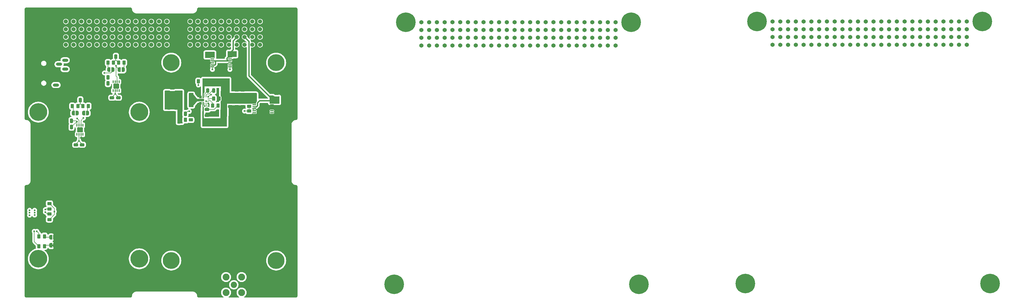
<source format=gbr>
%TF.GenerationSoftware,KiCad,Pcbnew,9.0.3*%
%TF.CreationDate,2025-07-26T14:09:02-04:00*%
%TF.ProjectId,Avionics,4176696f-6e69-4637-932e-6b696361645f,V0.8*%
%TF.SameCoordinates,Original*%
%TF.FileFunction,Copper,L4,Bot*%
%TF.FilePolarity,Positive*%
%FSLAX46Y46*%
G04 Gerber Fmt 4.6, Leading zero omitted, Abs format (unit mm)*
G04 Created by KiCad (PCBNEW 9.0.3) date 2025-07-26 14:09:02*
%MOMM*%
%LPD*%
G01*
G04 APERTURE LIST*
G04 Aperture macros list*
%AMRoundRect*
0 Rectangle with rounded corners*
0 $1 Rounding radius*
0 $2 $3 $4 $5 $6 $7 $8 $9 X,Y pos of 4 corners*
0 Add a 4 corners polygon primitive as box body*
4,1,4,$2,$3,$4,$5,$6,$7,$8,$9,$2,$3,0*
0 Add four circle primitives for the rounded corners*
1,1,$1+$1,$2,$3*
1,1,$1+$1,$4,$5*
1,1,$1+$1,$6,$7*
1,1,$1+$1,$8,$9*
0 Add four rect primitives between the rounded corners*
20,1,$1+$1,$2,$3,$4,$5,0*
20,1,$1+$1,$4,$5,$6,$7,0*
20,1,$1+$1,$6,$7,$8,$9,0*
20,1,$1+$1,$8,$9,$2,$3,0*%
%AMFreePoly0*
4,1,23,0.500000,-0.750000,0.000000,-0.750000,0.000000,-0.745722,-0.065263,-0.745722,-0.191342,-0.711940,-0.304381,-0.646677,-0.396677,-0.554381,-0.461940,-0.441342,-0.495722,-0.315263,-0.495722,-0.250000,-0.500000,-0.250000,-0.500000,0.250000,-0.495722,0.250000,-0.495722,0.315263,-0.461940,0.441342,-0.396677,0.554381,-0.304381,0.646677,-0.191342,0.711940,-0.065263,0.745722,0.000000,0.745722,
0.000000,0.750000,0.500000,0.750000,0.500000,-0.750000,0.500000,-0.750000,$1*%
%AMFreePoly1*
4,1,23,0.000000,0.745722,0.065263,0.745722,0.191342,0.711940,0.304381,0.646677,0.396677,0.554381,0.461940,0.441342,0.495722,0.315263,0.495722,0.250000,0.500000,0.250000,0.500000,-0.250000,0.495722,-0.250000,0.495722,-0.315263,0.461940,-0.441342,0.396677,-0.554381,0.304381,-0.646677,0.191342,-0.711940,0.065263,-0.745722,0.000000,-0.745722,0.000000,-0.750000,-0.500000,-0.750000,
-0.500000,0.750000,0.000000,0.750000,0.000000,0.745722,0.000000,0.745722,$1*%
G04 Aperture macros list end*
%TA.AperFunction,EtchedComponent*%
%ADD10C,0.000000*%
%TD*%
%TA.AperFunction,ComponentPad*%
%ADD11C,1.365000*%
%TD*%
%TA.AperFunction,ComponentPad*%
%ADD12C,0.800000*%
%TD*%
%TA.AperFunction,ComponentPad*%
%ADD13C,6.400000*%
%TD*%
%TA.AperFunction,ComponentPad*%
%ADD14C,2.050000*%
%TD*%
%TA.AperFunction,ComponentPad*%
%ADD15C,2.250000*%
%TD*%
%TA.AperFunction,ComponentPad*%
%ADD16O,1.008000X2.016000*%
%TD*%
%TA.AperFunction,ComponentPad*%
%ADD17O,2.016000X1.008000*%
%TD*%
%TA.AperFunction,ComponentPad*%
%ADD18C,5.800000*%
%TD*%
%TA.AperFunction,SMDPad,CuDef*%
%ADD19RoundRect,0.250000X0.250000X0.475000X-0.250000X0.475000X-0.250000X-0.475000X0.250000X-0.475000X0*%
%TD*%
%TA.AperFunction,SMDPad,CuDef*%
%ADD20O,1.200000X0.399999*%
%TD*%
%TA.AperFunction,SMDPad,CuDef*%
%ADD21RoundRect,0.250000X-0.475000X0.250000X-0.475000X-0.250000X0.475000X-0.250000X0.475000X0.250000X0*%
%TD*%
%TA.AperFunction,SMDPad,CuDef*%
%ADD22FreePoly0,180.000000*%
%TD*%
%TA.AperFunction,SMDPad,CuDef*%
%ADD23FreePoly1,180.000000*%
%TD*%
%TA.AperFunction,SMDPad,CuDef*%
%ADD24RoundRect,0.250000X0.450000X-0.262500X0.450000X0.262500X-0.450000X0.262500X-0.450000X-0.262500X0*%
%TD*%
%TA.AperFunction,SMDPad,CuDef*%
%ADD25RoundRect,0.250000X0.262500X0.450000X-0.262500X0.450000X-0.262500X-0.450000X0.262500X-0.450000X0*%
%TD*%
%TA.AperFunction,SMDPad,CuDef*%
%ADD26R,0.625000X0.575000*%
%TD*%
%TA.AperFunction,SMDPad,CuDef*%
%ADD27R,0.575000X0.249999*%
%TD*%
%TA.AperFunction,SMDPad,CuDef*%
%ADD28R,0.249999X0.575000*%
%TD*%
%TA.AperFunction,SMDPad,CuDef*%
%ADD29R,0.349999X0.850001*%
%TD*%
%TA.AperFunction,SMDPad,CuDef*%
%ADD30RoundRect,0.231250X0.231250X0.231250X-0.231250X0.231250X-0.231250X-0.231250X0.231250X-0.231250X0*%
%TD*%
%TA.AperFunction,SMDPad,CuDef*%
%ADD31R,1.675000X0.799998*%
%TD*%
%TA.AperFunction,SMDPad,CuDef*%
%ADD32R,0.900000X0.840000*%
%TD*%
%TA.AperFunction,SMDPad,CuDef*%
%ADD33RoundRect,0.250000X-0.250000X-0.475000X0.250000X-0.475000X0.250000X0.475000X-0.250000X0.475000X0*%
%TD*%
%TA.AperFunction,SMDPad,CuDef*%
%ADD34R,1.041400X4.191000*%
%TD*%
%TA.AperFunction,SMDPad,CuDef*%
%ADD35RoundRect,0.250000X-0.450000X0.262500X-0.450000X-0.262500X0.450000X-0.262500X0.450000X0.262500X0*%
%TD*%
%TA.AperFunction,SMDPad,CuDef*%
%ADD36RoundRect,0.250000X0.475000X-0.250000X0.475000X0.250000X-0.475000X0.250000X-0.475000X-0.250000X0*%
%TD*%
%TA.AperFunction,ComponentPad*%
%ADD37C,5.500000*%
%TD*%
%TA.AperFunction,SMDPad,CuDef*%
%ADD38R,0.330200X0.812800*%
%TD*%
%TA.AperFunction,SMDPad,CuDef*%
%ADD39R,1.854200X1.600200*%
%TD*%
%TA.AperFunction,ComponentPad*%
%ADD40C,1.016000*%
%TD*%
%TA.AperFunction,SMDPad,CuDef*%
%ADD41RoundRect,0.250000X-0.262500X-0.450000X0.262500X-0.450000X0.262500X0.450000X-0.262500X0.450000X0*%
%TD*%
%TA.AperFunction,SMDPad,CuDef*%
%ADD42FreePoly0,0.000000*%
%TD*%
%TA.AperFunction,SMDPad,CuDef*%
%ADD43FreePoly1,0.000000*%
%TD*%
%TA.AperFunction,ViaPad*%
%ADD44C,0.600000*%
%TD*%
%TA.AperFunction,Conductor*%
%ADD45C,0.200000*%
%TD*%
%TA.AperFunction,Conductor*%
%ADD46C,0.400000*%
%TD*%
G04 APERTURE END LIST*
D10*
%TA.AperFunction,EtchedComponent*%
%TO.C,JP6*%
G36*
X66700000Y-113475000D02*
G01*
X66200000Y-113475000D01*
X66200000Y-112875000D01*
X66700000Y-112875000D01*
X66700000Y-113475000D01*
G37*
%TD.AperFunction*%
%TD*%
D11*
%TO.P,H1OBC1,1,1*%
%TO.N,/OBC/CAN_A_L*%
X70787499Y-47537699D03*
%TO.P,H1OBC1,2,2*%
%TO.N,/OBC/CAN_B_L*%
X70787499Y-44997699D03*
%TO.P,H1OBC1,3,3*%
%TO.N,/OBC/CAN_A_H*%
X73327499Y-47537699D03*
%TO.P,H1OBC1,4,4*%
%TO.N,/OBC/CAN_B_H*%
X73327499Y-44997699D03*
%TO.P,H1OBC1,5,5*%
%TO.N,/OBC/UART_A_TX*%
X75867499Y-47537699D03*
%TO.P,H1OBC1,6,6*%
%TO.N,/OBC/UART_B_TX*%
X75867499Y-44997699D03*
%TO.P,H1OBC1,7,7*%
%TO.N,/OBC/UART_A_RX*%
X78407499Y-47537699D03*
%TO.P,H1OBC1,8,8*%
%TO.N,/OBC/UART_B_RX*%
X78407499Y-44997699D03*
%TO.P,H1OBC1,9,9*%
%TO.N,unconnected-(H1OBC1-Pad9)*%
X80947499Y-47537699D03*
%TO.P,H1OBC1,10,10*%
%TO.N,unconnected-(H1OBC1-Pad10)*%
X80947499Y-44997699D03*
%TO.P,H1OBC1,11,11*%
%TO.N,unconnected-(H1OBC1-Pad11)*%
X83487499Y-47537699D03*
%TO.P,H1OBC1,12,12*%
%TO.N,unconnected-(H1OBC1-Pad12)*%
X83487499Y-44997699D03*
%TO.P,H1OBC1,13,13*%
%TO.N,/OBC/UART_C_TX*%
X86027499Y-47537699D03*
%TO.P,H1OBC1,14,14*%
%TO.N,unconnected-(H1OBC1-Pad14)*%
X86027499Y-44997699D03*
%TO.P,H1OBC1,15,15*%
%TO.N,/OBC/UART_C_RX*%
X88567499Y-47537699D03*
%TO.P,H1OBC1,16,16*%
%TO.N,unconnected-(H1OBC1-Pad16)*%
X88567499Y-44997699D03*
%TO.P,H1OBC1,17,17*%
%TO.N,unconnected-(H1OBC1-Pad17)*%
X91107499Y-47537699D03*
%TO.P,H1OBC1,18,18*%
%TO.N,unconnected-(H1OBC1-Pad18)*%
X91107499Y-44997699D03*
%TO.P,H1OBC1,19,19*%
%TO.N,unconnected-(H1OBC1-Pad19)*%
X93647499Y-47537699D03*
%TO.P,H1OBC1,20,20*%
%TO.N,unconnected-(H1OBC1-Pad20)*%
X93647499Y-44997699D03*
%TO.P,H1OBC1,21,21*%
%TO.N,unconnected-(H1OBC1-Pad21)*%
X96187499Y-47537699D03*
%TO.P,H1OBC1,22,22*%
%TO.N,/OBC/UART_COMM_TX*%
X96187499Y-44997699D03*
%TO.P,H1OBC1,23,23*%
%TO.N,unconnected-(H1OBC1-Pad23)*%
X98727499Y-47537699D03*
%TO.P,H1OBC1,24,24*%
%TO.N,/OBC/UART_COMM_RX*%
X98727499Y-44997699D03*
%TO.P,H1OBC1,25,25*%
%TO.N,/OBC/5V_PERM*%
X101267499Y-47537699D03*
%TO.P,H1OBC1,26,26*%
X101267499Y-44997699D03*
%TO.P,H1OBC1,27,27*%
%TO.N,unconnected-(H1OBC1-Pad27)*%
X103807499Y-47537699D03*
%TO.P,H1OBC1,28,28*%
%TO.N,unconnected-(H1OBC1-Pad28)*%
X103807499Y-44997699D03*
%TO.P,H1OBC1,29,29*%
%TO.N,GND*%
X106347499Y-47537699D03*
%TO.P,H1OBC1,30,30*%
X106347499Y-44997699D03*
%TO.P,H1OBC1,31,31*%
X108887499Y-47537699D03*
%TO.P,H1OBC1,32,32*%
X108887499Y-44997699D03*
%TO.P,H1OBC1,33,33*%
%TO.N,unconnected-(H1OBC1-Pad33)*%
X111427499Y-47537699D03*
%TO.P,H1OBC1,34,34*%
%TO.N,unconnected-(H1OBC1-Pad34)*%
X111427499Y-44997699D03*
%TO.P,H1OBC1,35,35*%
%TO.N,unconnected-(H1OBC1-Pad35)*%
X113967499Y-47537699D03*
%TO.P,H1OBC1,36,36*%
%TO.N,unconnected-(H1OBC1-Pad36)*%
X113967499Y-44997699D03*
%TO.P,H1OBC1,37,37*%
%TO.N,unconnected-(H1OBC1-Pad37)*%
X116507499Y-47537699D03*
%TO.P,H1OBC1,38,38*%
%TO.N,/OBC/UART_DATA_TX*%
X116507499Y-44997699D03*
%TO.P,H1OBC1,39,39*%
%TO.N,unconnected-(H1OBC1-Pad39)*%
X119047499Y-47537699D03*
%TO.P,H1OBC1,40,40*%
%TO.N,/OBC/UART_DATA_RX*%
X119047499Y-44997699D03*
%TO.P,H1OBC1,41,41*%
%TO.N,unconnected-(H1OBC1-Pad41)*%
X121587499Y-47537699D03*
%TO.P,H1OBC1,42,42*%
%TO.N,/OBC/UART_F_TX*%
X121587499Y-44997699D03*
%TO.P,H1OBC1,43,43*%
%TO.N,unconnected-(H1OBC1-Pad43)*%
X124127499Y-47537699D03*
%TO.P,H1OBC1,44,44*%
%TO.N,/OBC/UART_F_RX*%
X124127499Y-44997699D03*
%TO.P,H1OBC1,45,45*%
%TO.N,/OBC/ENA_PWR_1*%
X126667499Y-47537699D03*
%TO.P,H1OBC1,46,46*%
%TO.N,+5V_MPU*%
X126667499Y-44997699D03*
%TO.P,H1OBC1,47,47*%
%TO.N,/OBC/ENA_PWR_2*%
X129207499Y-47537699D03*
%TO.P,H1OBC1,48,48*%
%TO.N,+5V_GNSS*%
X129207499Y-44997699D03*
%TO.P,H1OBC1,49,49*%
%TO.N,/OBC/ENA_PWR_3*%
X131747499Y-47537699D03*
%TO.P,H1OBC1,50,50*%
%TO.N,/OBC/PWR_3*%
X131747499Y-44997699D03*
%TO.P,H1OBC1,51,51*%
%TO.N,/OBC/ENA_PWR_4*%
X134287499Y-47537699D03*
%TO.P,H1OBC1,52,52*%
%TO.N,/OBC/PWR_4*%
X134287499Y-44997699D03*
%TD*%
D12*
%TO.P,MH9,1,1*%
%TO.N,GND*%
X179487499Y-40187699D03*
X180190443Y-38490643D03*
X180190443Y-41884755D03*
X181887499Y-37787699D03*
D13*
X181887499Y-40187699D03*
D12*
X181887499Y-42587699D03*
X183584555Y-38490643D03*
X183584555Y-41884755D03*
X184287499Y-40187699D03*
%TD*%
%TO.P,MH10,1,1*%
%TO.N,GND*%
X253147499Y-40187699D03*
X253850443Y-38490643D03*
X253850443Y-41884755D03*
X255547499Y-37787699D03*
D13*
X255547499Y-40187699D03*
D12*
X255547499Y-42587699D03*
X257244555Y-38490643D03*
X257244555Y-41884755D03*
X257947499Y-40187699D03*
%TD*%
%TO.P,MH12,1,1*%
%TO.N,GND*%
X175677499Y-125912699D03*
X176380443Y-124215643D03*
X176380443Y-127609755D03*
X178077499Y-123512699D03*
D13*
X178077499Y-125912699D03*
D12*
X178077499Y-128312699D03*
X179774555Y-124215643D03*
X179774555Y-127609755D03*
X180477499Y-125912699D03*
%TD*%
D11*
%TO.P,H2OBC1,1,1*%
%TO.N,unconnected-(H2OBC1-Pad1)*%
X301767499Y-42477699D03*
%TO.P,H2OBC1,2,2*%
%TO.N,unconnected-(H2OBC1-Pad2)*%
X301767499Y-39937699D03*
%TO.P,H2OBC1,3,3*%
%TO.N,unconnected-(H2OBC1-Pad3)*%
X304307499Y-42477699D03*
%TO.P,H2OBC1,4,4*%
%TO.N,unconnected-(H2OBC1-Pad4)*%
X304307499Y-39937699D03*
%TO.P,H2OBC1,5,5*%
%TO.N,unconnected-(H2OBC1-Pad5)*%
X306847499Y-42477699D03*
%TO.P,H2OBC1,6,6*%
%TO.N,unconnected-(H2OBC1-Pad6)*%
X306847499Y-39937699D03*
%TO.P,H2OBC1,7,7*%
%TO.N,unconnected-(H2OBC1-Pad7)*%
X309387499Y-42477699D03*
%TO.P,H2OBC1,8,8*%
%TO.N,unconnected-(H2OBC1-Pad8)*%
X309387499Y-39937699D03*
%TO.P,H2OBC1,9,9*%
%TO.N,unconnected-(H2OBC1-Pad9)*%
X311927499Y-42477699D03*
%TO.P,H2OBC1,10,10*%
%TO.N,unconnected-(H2OBC1-Pad10)*%
X311927499Y-39937699D03*
%TO.P,H2OBC1,11,11*%
%TO.N,unconnected-(H2OBC1-Pad11)*%
X314467499Y-42477699D03*
%TO.P,H2OBC1,12,12*%
%TO.N,unconnected-(H2OBC1-Pad12)*%
X314467499Y-39937699D03*
%TO.P,H2OBC1,13,13*%
%TO.N,unconnected-(H2OBC1-Pad13)*%
X317007499Y-42477699D03*
%TO.P,H2OBC1,14,14*%
%TO.N,unconnected-(H2OBC1-Pad14)*%
X317007499Y-39937699D03*
%TO.P,H2OBC1,15,15*%
%TO.N,unconnected-(H2OBC1-Pad15)*%
X319547499Y-42477699D03*
%TO.P,H2OBC1,16,16*%
%TO.N,unconnected-(H2OBC1-Pad16)*%
X319547499Y-39937699D03*
%TO.P,H2OBC1,17,17*%
%TO.N,unconnected-(H2OBC1-Pad17)*%
X322087499Y-42477699D03*
%TO.P,H2OBC1,18,18*%
%TO.N,unconnected-(H2OBC1-Pad18)*%
X322087499Y-39937699D03*
%TO.P,H2OBC1,19,19*%
%TO.N,unconnected-(H2OBC1-Pad19)*%
X324627499Y-42477699D03*
%TO.P,H2OBC1,20,20*%
%TO.N,unconnected-(H2OBC1-Pad20)*%
X324627499Y-39937699D03*
%TO.P,H2OBC1,21,21*%
%TO.N,unconnected-(H2OBC1-Pad21)*%
X327167499Y-42477699D03*
%TO.P,H2OBC1,22,22*%
%TO.N,unconnected-(H2OBC1-Pad22)*%
X327167499Y-39937699D03*
%TO.P,H2OBC1,23,23*%
%TO.N,unconnected-(H2OBC1-Pad23)*%
X329707499Y-42477699D03*
%TO.P,H2OBC1,24,24*%
%TO.N,unconnected-(H2OBC1-Pad24)*%
X329707499Y-39937699D03*
%TO.P,H2OBC1,25,25*%
%TO.N,/OBC/5V_PERM*%
X332247499Y-42477699D03*
%TO.P,H2OBC1,26,26*%
X332247499Y-39937699D03*
%TO.P,H2OBC1,27,27*%
%TO.N,unconnected-(H2OBC1-Pad27)*%
X334787499Y-42477699D03*
%TO.P,H2OBC1,28,28*%
%TO.N,unconnected-(H2OBC1-Pad28)*%
X334787499Y-39937699D03*
%TO.P,H2OBC1,29,29*%
%TO.N,GND*%
X337327499Y-42477699D03*
%TO.P,H2OBC1,30,30*%
X337327499Y-39937699D03*
%TO.P,H2OBC1,31,31*%
X339867499Y-42477699D03*
%TO.P,H2OBC1,32,32*%
X339867499Y-39937699D03*
%TO.P,H2OBC1,33,33*%
%TO.N,/OBC/ENA_PWR_5*%
X342407499Y-42477699D03*
%TO.P,H2OBC1,34,34*%
%TO.N,/OBC/PWR_5*%
X342407499Y-39937699D03*
%TO.P,H2OBC1,35,35*%
%TO.N,/OBC/ENA_PWR_6*%
X344947499Y-42477699D03*
%TO.P,H2OBC1,36,36*%
%TO.N,/OBC/PWR_6*%
X344947499Y-39937699D03*
%TO.P,H2OBC1,37,37*%
%TO.N,/OBC/ENA_PWR_7*%
X347487499Y-42477699D03*
%TO.P,H2OBC1,38,38*%
%TO.N,/OBC/PWR_7*%
X347487499Y-39937699D03*
%TO.P,H2OBC1,39,39*%
%TO.N,/OBC/ENA_PWR_8*%
X350027499Y-42477699D03*
%TO.P,H2OBC1,40,40*%
%TO.N,/OBC/PWR_8*%
X350027499Y-39937699D03*
%TO.P,H2OBC1,41,41*%
%TO.N,unconnected-(H2OBC1-Pad41)*%
X352567499Y-42477699D03*
%TO.P,H2OBC1,42,42*%
%TO.N,unconnected-(H2OBC1-Pad42)*%
X352567499Y-39937699D03*
%TO.P,H2OBC1,43,43*%
%TO.N,/OBC/CHARGE*%
X355107499Y-42477699D03*
%TO.P,H2OBC1,44,44*%
X355107499Y-39937699D03*
%TO.P,H2OBC1,45,45*%
%TO.N,/OBC/BATT*%
X357647499Y-42477699D03*
%TO.P,H2OBC1,46,46*%
X357647499Y-39937699D03*
%TO.P,H2OBC1,47,47*%
%TO.N,/OBC/RBF_A*%
X360187499Y-42477699D03*
%TO.P,H2OBC1,48,48*%
%TO.N,/OBC/DS_A*%
X360187499Y-39937699D03*
%TO.P,H2OBC1,49,49*%
%TO.N,/OBC/RBF_B*%
X362727499Y-42477699D03*
%TO.P,H2OBC1,50,50*%
%TO.N,/OBC/DS_B*%
X362727499Y-39937699D03*
%TO.P,H2OBC1,51,51*%
%TO.N,/OBC/RBF_C*%
X365267499Y-42477699D03*
%TO.P,H2OBC1,52,52*%
%TO.N,/OBC/DS_C*%
X365267499Y-39937699D03*
%TD*%
D12*
%TO.P,MH11,1,1*%
%TO.N,GND*%
X255687499Y-125912699D03*
X256390443Y-124215643D03*
X256390443Y-127609755D03*
X258087499Y-123512699D03*
D13*
X258087499Y-125912699D03*
D12*
X258087499Y-128312699D03*
X259784555Y-124215643D03*
X259784555Y-127609755D03*
X260487499Y-125912699D03*
%TD*%
D11*
%TO.P,H2OBC1,1,1*%
%TO.N,unconnected-(H2OBC1-Pad1)*%
X70787499Y-42457699D03*
%TO.P,H2OBC1,2,2*%
%TO.N,unconnected-(H2OBC1-Pad2)*%
X70787499Y-39917699D03*
%TO.P,H2OBC1,3,3*%
%TO.N,unconnected-(H2OBC1-Pad3)*%
X73327499Y-42457699D03*
%TO.P,H2OBC1,4,4*%
%TO.N,unconnected-(H2OBC1-Pad4)*%
X73327499Y-39917699D03*
%TO.P,H2OBC1,5,5*%
%TO.N,unconnected-(H2OBC1-Pad5)*%
X75867499Y-42457699D03*
%TO.P,H2OBC1,6,6*%
%TO.N,unconnected-(H2OBC1-Pad6)*%
X75867499Y-39917699D03*
%TO.P,H2OBC1,7,7*%
%TO.N,unconnected-(H2OBC1-Pad7)*%
X78407499Y-42457699D03*
%TO.P,H2OBC1,8,8*%
%TO.N,unconnected-(H2OBC1-Pad8)*%
X78407499Y-39917699D03*
%TO.P,H2OBC1,9,9*%
%TO.N,unconnected-(H2OBC1-Pad9)*%
X80947499Y-42457699D03*
%TO.P,H2OBC1,10,10*%
%TO.N,unconnected-(H2OBC1-Pad10)*%
X80947499Y-39917699D03*
%TO.P,H2OBC1,11,11*%
%TO.N,unconnected-(H2OBC1-Pad11)*%
X83487499Y-42457699D03*
%TO.P,H2OBC1,12,12*%
%TO.N,unconnected-(H2OBC1-Pad12)*%
X83487499Y-39917699D03*
%TO.P,H2OBC1,13,13*%
%TO.N,unconnected-(H2OBC1-Pad13)*%
X86027499Y-42457699D03*
%TO.P,H2OBC1,14,14*%
%TO.N,unconnected-(H2OBC1-Pad14)*%
X86027499Y-39917699D03*
%TO.P,H2OBC1,15,15*%
%TO.N,unconnected-(H2OBC1-Pad15)*%
X88567499Y-42457699D03*
%TO.P,H2OBC1,16,16*%
%TO.N,unconnected-(H2OBC1-Pad16)*%
X88567499Y-39917699D03*
%TO.P,H2OBC1,17,17*%
%TO.N,unconnected-(H2OBC1-Pad17)*%
X91107499Y-42457699D03*
%TO.P,H2OBC1,18,18*%
%TO.N,unconnected-(H2OBC1-Pad18)*%
X91107499Y-39917699D03*
%TO.P,H2OBC1,19,19*%
%TO.N,unconnected-(H2OBC1-Pad19)*%
X93647499Y-42457699D03*
%TO.P,H2OBC1,20,20*%
%TO.N,unconnected-(H2OBC1-Pad20)*%
X93647499Y-39917699D03*
%TO.P,H2OBC1,21,21*%
%TO.N,unconnected-(H2OBC1-Pad21)*%
X96187499Y-42457699D03*
%TO.P,H2OBC1,22,22*%
%TO.N,unconnected-(H2OBC1-Pad22)*%
X96187499Y-39917699D03*
%TO.P,H2OBC1,23,23*%
%TO.N,unconnected-(H2OBC1-Pad23)*%
X98727499Y-42457699D03*
%TO.P,H2OBC1,24,24*%
%TO.N,unconnected-(H2OBC1-Pad24)*%
X98727499Y-39917699D03*
%TO.P,H2OBC1,25,25*%
%TO.N,/OBC/5V_PERM*%
X101267499Y-42457699D03*
%TO.P,H2OBC1,26,26*%
X101267499Y-39917699D03*
%TO.P,H2OBC1,27,27*%
%TO.N,unconnected-(H2OBC1-Pad27)*%
X103807499Y-42457699D03*
%TO.P,H2OBC1,28,28*%
%TO.N,unconnected-(H2OBC1-Pad28)*%
X103807499Y-39917699D03*
%TO.P,H2OBC1,29,29*%
%TO.N,GND*%
X106347499Y-42457699D03*
%TO.P,H2OBC1,30,30*%
X106347499Y-39917699D03*
%TO.P,H2OBC1,31,31*%
X108887499Y-42457699D03*
%TO.P,H2OBC1,32,32*%
X108887499Y-39917699D03*
%TO.P,H2OBC1,33,33*%
%TO.N,/OBC/ENA_PWR_5*%
X111427499Y-42457699D03*
%TO.P,H2OBC1,34,34*%
%TO.N,/OBC/PWR_5*%
X111427499Y-39917699D03*
%TO.P,H2OBC1,35,35*%
%TO.N,/OBC/ENA_PWR_6*%
X113967499Y-42457699D03*
%TO.P,H2OBC1,36,36*%
%TO.N,/OBC/PWR_6*%
X113967499Y-39917699D03*
%TO.P,H2OBC1,37,37*%
%TO.N,/OBC/ENA_PWR_7*%
X116507499Y-42457699D03*
%TO.P,H2OBC1,38,38*%
%TO.N,/OBC/PWR_7*%
X116507499Y-39917699D03*
%TO.P,H2OBC1,39,39*%
%TO.N,/OBC/ENA_PWR_8*%
X119047499Y-42457699D03*
%TO.P,H2OBC1,40,40*%
%TO.N,/OBC/PWR_8*%
X119047499Y-39917699D03*
%TO.P,H2OBC1,41,41*%
%TO.N,unconnected-(H2OBC1-Pad41)*%
X121587499Y-42457699D03*
%TO.P,H2OBC1,42,42*%
%TO.N,unconnected-(H2OBC1-Pad42)*%
X121587499Y-39917699D03*
%TO.P,H2OBC1,43,43*%
%TO.N,/OBC/CHARGE*%
X124127499Y-42457699D03*
%TO.P,H2OBC1,44,44*%
X124127499Y-39917699D03*
%TO.P,H2OBC1,45,45*%
%TO.N,/OBC/BATT*%
X126667499Y-42457699D03*
%TO.P,H2OBC1,46,46*%
X126667499Y-39917699D03*
%TO.P,H2OBC1,47,47*%
%TO.N,/OBC/RBF_A*%
X129207499Y-42457699D03*
%TO.P,H2OBC1,48,48*%
%TO.N,/OBC/DS_A*%
X129207499Y-39917699D03*
%TO.P,H2OBC1,49,49*%
%TO.N,/OBC/RBF_B*%
X131747499Y-42457699D03*
%TO.P,H2OBC1,50,50*%
%TO.N,/OBC/DS_B*%
X131747499Y-39917699D03*
%TO.P,H2OBC1,51,51*%
%TO.N,/OBC/RBF_C*%
X134287499Y-42457699D03*
%TO.P,H2OBC1,52,52*%
%TO.N,/OBC/DS_C*%
X134287499Y-39917699D03*
%TD*%
D12*
%TO.P,MH6,1,1*%
%TO.N,GND*%
X367947499Y-39937699D03*
X368650443Y-38240643D03*
X368650443Y-41634755D03*
X370347499Y-37537699D03*
D13*
X370347499Y-39937699D03*
D12*
X370347499Y-42337699D03*
X372044555Y-38240643D03*
X372044555Y-41634755D03*
X372747499Y-39937699D03*
%TD*%
D14*
%TO.P,AE1,1,A*%
%TO.N,Net-(AE1-A)*%
X125690000Y-126085000D03*
D15*
%TO.P,AE1,2*%
%TO.N,N/C*%
X123150000Y-123545000D03*
X123150000Y-128625000D03*
X128230000Y-123545000D03*
X128230000Y-128625000D03*
%TD*%
D12*
%TO.P,MH8,1,1*%
%TO.N,GND*%
X290477499Y-125662699D03*
X291180443Y-123965643D03*
X291180443Y-127359755D03*
X292877499Y-123262699D03*
D13*
X292877499Y-125662699D03*
D12*
X292877499Y-128062699D03*
X294574555Y-123965643D03*
X294574555Y-127359755D03*
X295277499Y-125662699D03*
%TD*%
%TO.P,MH1,1,1*%
%TO.N,GND*%
X63307499Y-39917699D03*
X64010443Y-38220643D03*
X64010443Y-41614755D03*
X65707499Y-37517699D03*
D13*
X65707499Y-39917699D03*
D12*
X65707499Y-42317699D03*
X67404555Y-38220643D03*
X67404555Y-41614755D03*
X68107499Y-39917699D03*
%TD*%
%TO.P,MH5,1,1*%
%TO.N,GND*%
X294287499Y-39937699D03*
X294990443Y-38240643D03*
X294990443Y-41634755D03*
X296687499Y-37537699D03*
D13*
X296687499Y-39937699D03*
D12*
X296687499Y-42337699D03*
X298384555Y-38240643D03*
X298384555Y-41634755D03*
X299087499Y-39937699D03*
%TD*%
D11*
%TO.P,H1OBC1,1,1*%
%TO.N,/OBC/CAN_A_L*%
X186967499Y-47807699D03*
%TO.P,H1OBC1,2,2*%
%TO.N,/OBC/CAN_B_L*%
X186967499Y-45267699D03*
%TO.P,H1OBC1,3,3*%
%TO.N,/OBC/CAN_A_H*%
X189507499Y-47807699D03*
%TO.P,H1OBC1,4,4*%
%TO.N,/OBC/CAN_B_H*%
X189507499Y-45267699D03*
%TO.P,H1OBC1,5,5*%
%TO.N,/OBC/UART_A_TX*%
X192047499Y-47807699D03*
%TO.P,H1OBC1,6,6*%
%TO.N,/OBC/UART_B_TX*%
X192047499Y-45267699D03*
%TO.P,H1OBC1,7,7*%
%TO.N,/OBC/UART_A_RX*%
X194587499Y-47807699D03*
%TO.P,H1OBC1,8,8*%
%TO.N,/OBC/UART_B_RX*%
X194587499Y-45267699D03*
%TO.P,H1OBC1,9,9*%
%TO.N,unconnected-(H1OBC1-Pad9)*%
X197127499Y-47807699D03*
%TO.P,H1OBC1,10,10*%
%TO.N,unconnected-(H1OBC1-Pad10)*%
X197127499Y-45267699D03*
%TO.P,H1OBC1,11,11*%
%TO.N,unconnected-(H1OBC1-Pad11)*%
X199667499Y-47807699D03*
%TO.P,H1OBC1,12,12*%
%TO.N,unconnected-(H1OBC1-Pad12)*%
X199667499Y-45267699D03*
%TO.P,H1OBC1,13,13*%
%TO.N,/OBC/UART_C_TX*%
X202207499Y-47807699D03*
%TO.P,H1OBC1,14,14*%
%TO.N,unconnected-(H1OBC1-Pad14)*%
X202207499Y-45267699D03*
%TO.P,H1OBC1,15,15*%
%TO.N,/OBC/UART_C_RX*%
X204747499Y-47807699D03*
%TO.P,H1OBC1,16,16*%
%TO.N,unconnected-(H1OBC1-Pad16)*%
X204747499Y-45267699D03*
%TO.P,H1OBC1,17,17*%
%TO.N,unconnected-(H1OBC1-Pad17)*%
X207287499Y-47807699D03*
%TO.P,H1OBC1,18,18*%
%TO.N,unconnected-(H1OBC1-Pad18)*%
X207287499Y-45267699D03*
%TO.P,H1OBC1,19,19*%
%TO.N,unconnected-(H1OBC1-Pad19)*%
X209827499Y-47807699D03*
%TO.P,H1OBC1,20,20*%
%TO.N,unconnected-(H1OBC1-Pad20)*%
X209827499Y-45267699D03*
%TO.P,H1OBC1,21,21*%
%TO.N,unconnected-(H1OBC1-Pad21)*%
X212367499Y-47807699D03*
%TO.P,H1OBC1,22,22*%
%TO.N,/OBC/UART_COMM_TX*%
X212367499Y-45267699D03*
%TO.P,H1OBC1,23,23*%
%TO.N,unconnected-(H1OBC1-Pad23)*%
X214907499Y-47807699D03*
%TO.P,H1OBC1,24,24*%
%TO.N,/OBC/UART_COMM_RX*%
X214907499Y-45267699D03*
%TO.P,H1OBC1,25,25*%
%TO.N,/OBC/5V_PERM*%
X217447499Y-47807699D03*
%TO.P,H1OBC1,26,26*%
X217447499Y-45267699D03*
%TO.P,H1OBC1,27,27*%
%TO.N,unconnected-(H1OBC1-Pad27)*%
X219987499Y-47807699D03*
%TO.P,H1OBC1,28,28*%
%TO.N,unconnected-(H1OBC1-Pad28)*%
X219987499Y-45267699D03*
%TO.P,H1OBC1,29,29*%
%TO.N,GND*%
X222527499Y-47807699D03*
%TO.P,H1OBC1,30,30*%
X222527499Y-45267699D03*
%TO.P,H1OBC1,31,31*%
X225067499Y-47807699D03*
%TO.P,H1OBC1,32,32*%
X225067499Y-45267699D03*
%TO.P,H1OBC1,33,33*%
%TO.N,unconnected-(H1OBC1-Pad33)*%
X227607499Y-47807699D03*
%TO.P,H1OBC1,34,34*%
%TO.N,unconnected-(H1OBC1-Pad34)*%
X227607499Y-45267699D03*
%TO.P,H1OBC1,35,35*%
%TO.N,unconnected-(H1OBC1-Pad35)*%
X230147499Y-47807699D03*
%TO.P,H1OBC1,36,36*%
%TO.N,unconnected-(H1OBC1-Pad36)*%
X230147499Y-45267699D03*
%TO.P,H1OBC1,37,37*%
%TO.N,unconnected-(H1OBC1-Pad37)*%
X232687499Y-47807699D03*
%TO.P,H1OBC1,38,38*%
%TO.N,/OBC/UART_DATA_TX*%
X232687499Y-45267699D03*
%TO.P,H1OBC1,39,39*%
%TO.N,unconnected-(H1OBC1-Pad39)*%
X235227499Y-47807699D03*
%TO.P,H1OBC1,40,40*%
%TO.N,/OBC/UART_DATA_RX*%
X235227499Y-45267699D03*
%TO.P,H1OBC1,41,41*%
%TO.N,unconnected-(H1OBC1-Pad41)*%
X237767499Y-47807699D03*
%TO.P,H1OBC1,42,42*%
%TO.N,/OBC/UART_F_TX*%
X237767499Y-45267699D03*
%TO.P,H1OBC1,43,43*%
%TO.N,unconnected-(H1OBC1-Pad43)*%
X240307499Y-47807699D03*
%TO.P,H1OBC1,44,44*%
%TO.N,/OBC/UART_F_RX*%
X240307499Y-45267699D03*
%TO.P,H1OBC1,45,45*%
%TO.N,/OBC/ENA_PWR_1*%
X242847499Y-47807699D03*
%TO.P,H1OBC1,46,46*%
%TO.N,+5V_MPU*%
X242847499Y-45267699D03*
%TO.P,H1OBC1,47,47*%
%TO.N,/OBC/ENA_PWR_2*%
X245387499Y-47807699D03*
%TO.P,H1OBC1,48,48*%
%TO.N,+5V_GNSS*%
X245387499Y-45267699D03*
%TO.P,H1OBC1,49,49*%
%TO.N,/OBC/ENA_PWR_3*%
X247927499Y-47807699D03*
%TO.P,H1OBC1,50,50*%
%TO.N,/OBC/PWR_3*%
X247927499Y-45267699D03*
%TO.P,H1OBC1,51,51*%
%TO.N,/OBC/ENA_PWR_4*%
X250467499Y-47807699D03*
%TO.P,H1OBC1,52,52*%
%TO.N,/OBC/PWR_4*%
X250467499Y-45267699D03*
%TD*%
D16*
%TO.P,J1,1*%
%TO.N,GND*%
X62450000Y-57100000D03*
D17*
%TO.P,J1,2*%
%TO.N,Net-(U1-RXD1)*%
X70550000Y-55500000D03*
%TO.P,J1,3*%
%TO.N,Net-(U1-TXD1)*%
X67550000Y-60700000D03*
%TO.P,J1,4,4*%
%TO.N,unconnected-(J1-Pad4)*%
X68550000Y-53900000D03*
%TO.P,J1,5,5*%
%TO.N,unconnected-(J1-Pad5)*%
X70550000Y-52600000D03*
%TD*%
D18*
%TO.P,Module1,SH1*%
%TO.N,N/C*%
X61760000Y-117575000D03*
%TO.P,Module1,SH2*%
X61760000Y-69575000D03*
%TO.P,Module1,SH3*%
X94760000Y-117575000D03*
%TO.P,Module1,SH4*%
X94760000Y-69575000D03*
%TD*%
D12*
%TO.P,MH4,1,1*%
%TO.N,GND*%
X59497499Y-125642699D03*
X60200443Y-123945643D03*
X60200443Y-127339755D03*
X61897499Y-123242699D03*
D13*
X61897499Y-125642699D03*
D12*
X61897499Y-128042699D03*
X63594555Y-123945643D03*
X63594555Y-127339755D03*
X64297499Y-125642699D03*
%TD*%
D11*
%TO.P,H2OBC1,1,1*%
%TO.N,unconnected-(H2OBC1-Pad1)*%
X186967499Y-42727699D03*
%TO.P,H2OBC1,2,2*%
%TO.N,unconnected-(H2OBC1-Pad2)*%
X186967499Y-40187699D03*
%TO.P,H2OBC1,3,3*%
%TO.N,unconnected-(H2OBC1-Pad3)*%
X189507499Y-42727699D03*
%TO.P,H2OBC1,4,4*%
%TO.N,unconnected-(H2OBC1-Pad4)*%
X189507499Y-40187699D03*
%TO.P,H2OBC1,5,5*%
%TO.N,unconnected-(H2OBC1-Pad5)*%
X192047499Y-42727699D03*
%TO.P,H2OBC1,6,6*%
%TO.N,unconnected-(H2OBC1-Pad6)*%
X192047499Y-40187699D03*
%TO.P,H2OBC1,7,7*%
%TO.N,unconnected-(H2OBC1-Pad7)*%
X194587499Y-42727699D03*
%TO.P,H2OBC1,8,8*%
%TO.N,unconnected-(H2OBC1-Pad8)*%
X194587499Y-40187699D03*
%TO.P,H2OBC1,9,9*%
%TO.N,unconnected-(H2OBC1-Pad9)*%
X197127499Y-42727699D03*
%TO.P,H2OBC1,10,10*%
%TO.N,unconnected-(H2OBC1-Pad10)*%
X197127499Y-40187699D03*
%TO.P,H2OBC1,11,11*%
%TO.N,unconnected-(H2OBC1-Pad11)*%
X199667499Y-42727699D03*
%TO.P,H2OBC1,12,12*%
%TO.N,unconnected-(H2OBC1-Pad12)*%
X199667499Y-40187699D03*
%TO.P,H2OBC1,13,13*%
%TO.N,unconnected-(H2OBC1-Pad13)*%
X202207499Y-42727699D03*
%TO.P,H2OBC1,14,14*%
%TO.N,unconnected-(H2OBC1-Pad14)*%
X202207499Y-40187699D03*
%TO.P,H2OBC1,15,15*%
%TO.N,unconnected-(H2OBC1-Pad15)*%
X204747499Y-42727699D03*
%TO.P,H2OBC1,16,16*%
%TO.N,unconnected-(H2OBC1-Pad16)*%
X204747499Y-40187699D03*
%TO.P,H2OBC1,17,17*%
%TO.N,unconnected-(H2OBC1-Pad17)*%
X207287499Y-42727699D03*
%TO.P,H2OBC1,18,18*%
%TO.N,unconnected-(H2OBC1-Pad18)*%
X207287499Y-40187699D03*
%TO.P,H2OBC1,19,19*%
%TO.N,unconnected-(H2OBC1-Pad19)*%
X209827499Y-42727699D03*
%TO.P,H2OBC1,20,20*%
%TO.N,unconnected-(H2OBC1-Pad20)*%
X209827499Y-40187699D03*
%TO.P,H2OBC1,21,21*%
%TO.N,unconnected-(H2OBC1-Pad21)*%
X212367499Y-42727699D03*
%TO.P,H2OBC1,22,22*%
%TO.N,unconnected-(H2OBC1-Pad22)*%
X212367499Y-40187699D03*
%TO.P,H2OBC1,23,23*%
%TO.N,unconnected-(H2OBC1-Pad23)*%
X214907499Y-42727699D03*
%TO.P,H2OBC1,24,24*%
%TO.N,unconnected-(H2OBC1-Pad24)*%
X214907499Y-40187699D03*
%TO.P,H2OBC1,25,25*%
%TO.N,/OBC/5V_PERM*%
X217447499Y-42727699D03*
%TO.P,H2OBC1,26,26*%
X217447499Y-40187699D03*
%TO.P,H2OBC1,27,27*%
%TO.N,unconnected-(H2OBC1-Pad27)*%
X219987499Y-42727699D03*
%TO.P,H2OBC1,28,28*%
%TO.N,unconnected-(H2OBC1-Pad28)*%
X219987499Y-40187699D03*
%TO.P,H2OBC1,29,29*%
%TO.N,GND*%
X222527499Y-42727699D03*
%TO.P,H2OBC1,30,30*%
X222527499Y-40187699D03*
%TO.P,H2OBC1,31,31*%
X225067499Y-42727699D03*
%TO.P,H2OBC1,32,32*%
X225067499Y-40187699D03*
%TO.P,H2OBC1,33,33*%
%TO.N,/OBC/ENA_PWR_5*%
X227607499Y-42727699D03*
%TO.P,H2OBC1,34,34*%
%TO.N,/OBC/PWR_5*%
X227607499Y-40187699D03*
%TO.P,H2OBC1,35,35*%
%TO.N,/OBC/ENA_PWR_6*%
X230147499Y-42727699D03*
%TO.P,H2OBC1,36,36*%
%TO.N,/OBC/PWR_6*%
X230147499Y-40187699D03*
%TO.P,H2OBC1,37,37*%
%TO.N,/OBC/ENA_PWR_7*%
X232687499Y-42727699D03*
%TO.P,H2OBC1,38,38*%
%TO.N,/OBC/PWR_7*%
X232687499Y-40187699D03*
%TO.P,H2OBC1,39,39*%
%TO.N,/OBC/ENA_PWR_8*%
X235227499Y-42727699D03*
%TO.P,H2OBC1,40,40*%
%TO.N,/OBC/PWR_8*%
X235227499Y-40187699D03*
%TO.P,H2OBC1,41,41*%
%TO.N,unconnected-(H2OBC1-Pad41)*%
X237767499Y-42727699D03*
%TO.P,H2OBC1,42,42*%
%TO.N,unconnected-(H2OBC1-Pad42)*%
X237767499Y-40187699D03*
%TO.P,H2OBC1,43,43*%
%TO.N,/OBC/CHARGE*%
X240307499Y-42727699D03*
%TO.P,H2OBC1,44,44*%
X240307499Y-40187699D03*
%TO.P,H2OBC1,45,45*%
%TO.N,/OBC/BATT*%
X242847499Y-42727699D03*
%TO.P,H2OBC1,46,46*%
X242847499Y-40187699D03*
%TO.P,H2OBC1,47,47*%
%TO.N,/OBC/RBF_A*%
X245387499Y-42727699D03*
%TO.P,H2OBC1,48,48*%
%TO.N,/OBC/DS_A*%
X245387499Y-40187699D03*
%TO.P,H2OBC1,49,49*%
%TO.N,/OBC/RBF_B*%
X247927499Y-42727699D03*
%TO.P,H2OBC1,50,50*%
%TO.N,/OBC/DS_B*%
X247927499Y-40187699D03*
%TO.P,H2OBC1,51,51*%
%TO.N,/OBC/RBF_C*%
X250467499Y-42727699D03*
%TO.P,H2OBC1,52,52*%
%TO.N,/OBC/DS_C*%
X250467499Y-40187699D03*
%TD*%
D12*
%TO.P,MH2,1,1*%
%TO.N,GND*%
X136967499Y-39917699D03*
X137670443Y-38220643D03*
X137670443Y-41614755D03*
X139367499Y-37517699D03*
D13*
X139367499Y-39917699D03*
D12*
X139367499Y-42317699D03*
X141064555Y-38220643D03*
X141064555Y-41614755D03*
X141767499Y-39917699D03*
%TD*%
%TO.P,MH3,1,1*%
%TO.N,GND*%
X139507499Y-125642699D03*
X140210443Y-123945643D03*
X140210443Y-127339755D03*
X141907499Y-123242699D03*
D13*
X141907499Y-125642699D03*
D12*
X141907499Y-128042699D03*
X143604555Y-123945643D03*
X143604555Y-127339755D03*
X144307499Y-125642699D03*
%TD*%
%TO.P,MH7,1,1*%
%TO.N,GND*%
X370487499Y-125662699D03*
X371190443Y-123965643D03*
X371190443Y-127359755D03*
X372887499Y-123262699D03*
D13*
X372887499Y-125662699D03*
D12*
X372887499Y-128062699D03*
X374584555Y-123965643D03*
X374584555Y-127359755D03*
X375287499Y-125662699D03*
%TD*%
D11*
%TO.P,H1OBC1,1,1*%
%TO.N,/OBC/CAN_A_L*%
X301767499Y-47557699D03*
%TO.P,H1OBC1,2,2*%
%TO.N,/OBC/CAN_B_L*%
X301767499Y-45017699D03*
%TO.P,H1OBC1,3,3*%
%TO.N,/OBC/CAN_A_H*%
X304307499Y-47557699D03*
%TO.P,H1OBC1,4,4*%
%TO.N,/OBC/CAN_B_H*%
X304307499Y-45017699D03*
%TO.P,H1OBC1,5,5*%
%TO.N,/OBC/UART_A_TX*%
X306847499Y-47557699D03*
%TO.P,H1OBC1,6,6*%
%TO.N,/OBC/UART_B_TX*%
X306847499Y-45017699D03*
%TO.P,H1OBC1,7,7*%
%TO.N,/OBC/UART_A_RX*%
X309387499Y-47557699D03*
%TO.P,H1OBC1,8,8*%
%TO.N,/OBC/UART_B_RX*%
X309387499Y-45017699D03*
%TO.P,H1OBC1,9,9*%
%TO.N,unconnected-(H1OBC1-Pad9)*%
X311927499Y-47557699D03*
%TO.P,H1OBC1,10,10*%
%TO.N,unconnected-(H1OBC1-Pad10)*%
X311927499Y-45017699D03*
%TO.P,H1OBC1,11,11*%
%TO.N,unconnected-(H1OBC1-Pad11)*%
X314467499Y-47557699D03*
%TO.P,H1OBC1,12,12*%
%TO.N,unconnected-(H1OBC1-Pad12)*%
X314467499Y-45017699D03*
%TO.P,H1OBC1,13,13*%
%TO.N,/OBC/UART_C_TX*%
X317007499Y-47557699D03*
%TO.P,H1OBC1,14,14*%
%TO.N,unconnected-(H1OBC1-Pad14)*%
X317007499Y-45017699D03*
%TO.P,H1OBC1,15,15*%
%TO.N,/OBC/UART_C_RX*%
X319547499Y-47557699D03*
%TO.P,H1OBC1,16,16*%
%TO.N,unconnected-(H1OBC1-Pad16)*%
X319547499Y-45017699D03*
%TO.P,H1OBC1,17,17*%
%TO.N,unconnected-(H1OBC1-Pad17)*%
X322087499Y-47557699D03*
%TO.P,H1OBC1,18,18*%
%TO.N,unconnected-(H1OBC1-Pad18)*%
X322087499Y-45017699D03*
%TO.P,H1OBC1,19,19*%
%TO.N,unconnected-(H1OBC1-Pad19)*%
X324627499Y-47557699D03*
%TO.P,H1OBC1,20,20*%
%TO.N,unconnected-(H1OBC1-Pad20)*%
X324627499Y-45017699D03*
%TO.P,H1OBC1,21,21*%
%TO.N,unconnected-(H1OBC1-Pad21)*%
X327167499Y-47557699D03*
%TO.P,H1OBC1,22,22*%
%TO.N,/OBC/UART_COMM_TX*%
X327167499Y-45017699D03*
%TO.P,H1OBC1,23,23*%
%TO.N,unconnected-(H1OBC1-Pad23)*%
X329707499Y-47557699D03*
%TO.P,H1OBC1,24,24*%
%TO.N,/OBC/UART_COMM_RX*%
X329707499Y-45017699D03*
%TO.P,H1OBC1,25,25*%
%TO.N,/OBC/5V_PERM*%
X332247499Y-47557699D03*
%TO.P,H1OBC1,26,26*%
X332247499Y-45017699D03*
%TO.P,H1OBC1,27,27*%
%TO.N,unconnected-(H1OBC1-Pad27)*%
X334787499Y-47557699D03*
%TO.P,H1OBC1,28,28*%
%TO.N,unconnected-(H1OBC1-Pad28)*%
X334787499Y-45017699D03*
%TO.P,H1OBC1,29,29*%
%TO.N,GND*%
X337327499Y-47557699D03*
%TO.P,H1OBC1,30,30*%
X337327499Y-45017699D03*
%TO.P,H1OBC1,31,31*%
X339867499Y-47557699D03*
%TO.P,H1OBC1,32,32*%
X339867499Y-45017699D03*
%TO.P,H1OBC1,33,33*%
%TO.N,unconnected-(H1OBC1-Pad33)*%
X342407499Y-47557699D03*
%TO.P,H1OBC1,34,34*%
%TO.N,unconnected-(H1OBC1-Pad34)*%
X342407499Y-45017699D03*
%TO.P,H1OBC1,35,35*%
%TO.N,unconnected-(H1OBC1-Pad35)*%
X344947499Y-47557699D03*
%TO.P,H1OBC1,36,36*%
%TO.N,unconnected-(H1OBC1-Pad36)*%
X344947499Y-45017699D03*
%TO.P,H1OBC1,37,37*%
%TO.N,unconnected-(H1OBC1-Pad37)*%
X347487499Y-47557699D03*
%TO.P,H1OBC1,38,38*%
%TO.N,/OBC/UART_DATA_TX*%
X347487499Y-45017699D03*
%TO.P,H1OBC1,39,39*%
%TO.N,unconnected-(H1OBC1-Pad39)*%
X350027499Y-47557699D03*
%TO.P,H1OBC1,40,40*%
%TO.N,/OBC/UART_DATA_RX*%
X350027499Y-45017699D03*
%TO.P,H1OBC1,41,41*%
%TO.N,unconnected-(H1OBC1-Pad41)*%
X352567499Y-47557699D03*
%TO.P,H1OBC1,42,42*%
%TO.N,/OBC/UART_F_TX*%
X352567499Y-45017699D03*
%TO.P,H1OBC1,43,43*%
%TO.N,unconnected-(H1OBC1-Pad43)*%
X355107499Y-47557699D03*
%TO.P,H1OBC1,44,44*%
%TO.N,/OBC/UART_F_RX*%
X355107499Y-45017699D03*
%TO.P,H1OBC1,45,45*%
%TO.N,/OBC/ENA_PWR_1*%
X357647499Y-47557699D03*
%TO.P,H1OBC1,46,46*%
%TO.N,+5V_MPU*%
X357647499Y-45017699D03*
%TO.P,H1OBC1,47,47*%
%TO.N,/OBC/ENA_PWR_2*%
X360187499Y-47557699D03*
%TO.P,H1OBC1,48,48*%
%TO.N,+5V_GNSS*%
X360187499Y-45017699D03*
%TO.P,H1OBC1,49,49*%
%TO.N,/OBC/ENA_PWR_3*%
X362727499Y-47557699D03*
%TO.P,H1OBC1,50,50*%
%TO.N,/OBC/PWR_3*%
X362727499Y-45017699D03*
%TO.P,H1OBC1,51,51*%
%TO.N,/OBC/ENA_PWR_4*%
X365267499Y-47557699D03*
%TO.P,H1OBC1,52,52*%
%TO.N,/OBC/PWR_4*%
X365267499Y-45017699D03*
%TD*%
D19*
%TO.P,C19,1*%
%TO.N,Net-(U6-BOOT)*%
X119060000Y-62550000D03*
%TO.P,C19,2*%
%TO.N,Net-(C19-Pad2)*%
X117160000Y-62550000D03*
%TD*%
%TO.P,C10,1*%
%TO.N,+3V3*%
X72650000Y-72400000D03*
%TO.P,C10,2*%
%TO.N,GND*%
X70750000Y-72400000D03*
%TD*%
D20*
%TO.P,U5,1,IN+*%
%TO.N,+5V_MPU*%
X124400000Y-50200000D03*
%TO.P,U5,2,IN+*%
X124400000Y-50850001D03*
%TO.P,U5,3,IN+*%
X124400000Y-51500000D03*
%TO.P,U5,4,A1*%
%TO.N,GND*%
X124400000Y-52150001D03*
%TO.P,U5,5,A0*%
%TO.N,+5V_MPU*%
X124400000Y-52800000D03*
%TO.P,U5,6,GND*%
%TO.N,GND*%
X124400000Y-53450001D03*
%TO.P,U5,7,ALERT*%
%TO.N,unconnected-(U5-ALERT-Pad7)*%
X124400000Y-54100000D03*
%TO.P,U5,8,SDA*%
%TO.N,/OBC/SDA0*%
X124400000Y-54750001D03*
%TO.P,U5,9,SCL*%
%TO.N,/OBC/SCL0*%
X118700001Y-54750001D03*
%TO.P,U5,10,VS*%
%TO.N,+5V_MPU*%
X118700001Y-54100000D03*
%TO.P,U5,11,GND*%
%TO.N,GND*%
X118700001Y-53450001D03*
%TO.P,U5,12,VBUS*%
%TO.N,+5V_MPU*%
X118700001Y-52800000D03*
%TO.P,U5,13,NC*%
%TO.N,unconnected-(U5-NC-Pad13)*%
X118700001Y-52150001D03*
%TO.P,U5,14,IN-*%
%TO.N,+5V_CM4*%
X118700001Y-51500000D03*
%TO.P,U5,15,IN-*%
X118700001Y-50850001D03*
%TO.P,U5,16,IN-*%
X118700001Y-50200000D03*
%TD*%
D19*
%TO.P,C5,1*%
%TO.N,+3V3*%
X84551799Y-58151799D03*
%TO.P,C5,2*%
%TO.N,GND*%
X82651799Y-58151799D03*
%TD*%
D21*
%TO.P,C9,1*%
%TO.N,+5V_CM4*%
X76103699Y-80250000D03*
%TO.P,C9,2*%
%TO.N,GND*%
X76103699Y-82150000D03*
%TD*%
D22*
%TO.P,JP5,1,A*%
%TO.N,GND*%
X67100000Y-110525000D03*
D23*
%TO.P,JP5,2,B*%
%TO.N,Net-(JP5-B)*%
X65800000Y-110525000D03*
%TD*%
D24*
%TO.P,R9,1*%
%TO.N,/OBC/SCL0*%
X65400000Y-101300000D03*
%TO.P,R9,2*%
%TO.N,+3V3*%
X65400000Y-99475000D03*
%TD*%
D21*
%TO.P,C13,1*%
%TO.N,/OBC/INA260_OEM719/LOAD*%
X124500000Y-65837500D03*
%TO.P,C13,2*%
%TO.N,GND*%
X124500000Y-67737500D03*
%TD*%
%TO.P,C18,1*%
%TO.N,Net-(U6-BP5)*%
X116925000Y-68700000D03*
%TO.P,C18,2*%
%TO.N,GND*%
X116925000Y-70600000D03*
%TD*%
%TO.P,C14,1*%
%TO.N,/OBC/INA260_OEM719/LOAD*%
X126600000Y-65837500D03*
%TO.P,C14,2*%
%TO.N,GND*%
X126600000Y-67737500D03*
%TD*%
D25*
%TO.P,R17,1*%
%TO.N,Net-(U6-FB)*%
X109857500Y-72100000D03*
%TO.P,R17,2*%
%TO.N,/OBC/+5V_OEM719B*%
X108032500Y-72100000D03*
%TD*%
%TO.P,R14,1*%
%TO.N,Net-(U6-SYNC_FSEL)*%
X114100000Y-59475000D03*
%TO.P,R14,2*%
%TO.N,GND*%
X112275000Y-59475000D03*
%TD*%
D21*
%TO.P,C15,1*%
%TO.N,/OBC/INA260_OEM719/LOAD*%
X128600000Y-65837500D03*
%TO.P,C15,2*%
%TO.N,GND*%
X128600000Y-67737500D03*
%TD*%
D25*
%TO.P,R3,1*%
%TO.N,Net-(JP3-A)*%
X89825600Y-53384899D03*
%TO.P,R3,2*%
%TO.N,Net-(C2-Pad1)*%
X88000600Y-53384899D03*
%TD*%
%TO.P,R15,1*%
%TO.N,Net-(U6-BP5)*%
X120550000Y-67450000D03*
%TO.P,R15,2*%
%TO.N,Net-(U6-PGOOD)*%
X118725000Y-67450000D03*
%TD*%
D19*
%TO.P,C6,1*%
%TO.N,+3V3*%
X84551799Y-60151799D03*
%TO.P,C6,2*%
%TO.N,GND*%
X82651799Y-60151799D03*
%TD*%
D26*
%TO.P,U6,1,SYNC_FSEL*%
%TO.N,Net-(U6-SYNC_FSEL)*%
X117319900Y-64520000D03*
D27*
%TO.P,U6,2,MODE*%
%TO.N,Net-(U6-MODE)*%
X117402501Y-65120001D03*
%TO.P,U6,3,PGOOD*%
%TO.N,Net-(U6-PGOOD)*%
X117402501Y-65620000D03*
%TO.P,U6,4,FB*%
%TO.N,Net-(U6-FB)*%
X117402501Y-66120027D03*
D26*
%TO.P,U6,5,AGND*%
%TO.N,GND*%
X117329900Y-66730000D03*
D28*
%TO.P,U6,6,BP5*%
%TO.N,Net-(U6-BP5)*%
X116689901Y-66782601D03*
%TO.P,U6,7,EN*%
%TO.N,Net-(U6-EN)*%
X116189900Y-66782601D03*
D29*
%TO.P,U6,8,VIN*%
%TO.N,/OBC/INA260_OEM719/LOAD*%
X115640000Y-66644997D03*
D30*
%TO.P,U6,9,PGND*%
%TO.N,GND*%
X114769900Y-66670000D03*
D31*
%TO.P,U6,10,SW*%
%TO.N,Net-(L1-Pad1)*%
X115077400Y-65620000D03*
D32*
%TO.P,U6,11,PGND*%
%TO.N,GND*%
X114759900Y-64590000D03*
D29*
%TO.P,U6,12,VIN*%
%TO.N,/OBC/INA260_OEM719/LOAD*%
X115640000Y-64595001D03*
D28*
%TO.P,U6,13,SW*%
%TO.N,Net-(C19-Pad2)*%
X116189900Y-64457399D03*
%TO.P,U6,14,BOOT*%
%TO.N,Net-(U6-BOOT)*%
X116689901Y-64457399D03*
%TD*%
D21*
%TO.P,C22,1*%
%TO.N,/OBC/+5V_OEM719B*%
X105600000Y-67775000D03*
%TO.P,C22,2*%
%TO.N,GND*%
X105600000Y-69675000D03*
%TD*%
D22*
%TO.P,JP2,1,A*%
%TO.N,/OBC/CAN_A_L*%
X74468699Y-69916900D03*
D23*
%TO.P,JP2,2,B*%
%TO.N,Net-(JP2-B)*%
X73168699Y-69916900D03*
%TD*%
D25*
%TO.P,R2,1*%
%TO.N,Net-(C1-Pad1)*%
X74701199Y-67616900D03*
%TO.P,R2,2*%
%TO.N,Net-(JP2-B)*%
X72876199Y-67616900D03*
%TD*%
D19*
%TO.P,C12,1*%
%TO.N,GND*%
X127825000Y-50550000D03*
%TO.P,C12,2*%
%TO.N,+5V_MPU*%
X125925000Y-50550000D03*
%TD*%
D33*
%TO.P,C1,1*%
%TO.N,Net-(C1-Pad1)*%
X75518699Y-65616900D03*
%TO.P,C1,2*%
%TO.N,GND*%
X77418699Y-65616900D03*
%TD*%
D19*
%TO.P,C11,1*%
%TO.N,+3V3*%
X72650000Y-74450000D03*
%TO.P,C11,2*%
%TO.N,GND*%
X70750000Y-74450000D03*
%TD*%
D34*
%TO.P,L1,1,1*%
%TO.N,Net-(L1-Pad1)*%
X111746800Y-65620000D03*
%TO.P,L1,2,2*%
%TO.N,/OBC/+5V_OEM719B*%
X108140000Y-65620000D03*
%TD*%
D35*
%TO.P,R11,1*%
%TO.N,/OBC/INA260_OEM719/LOAD*%
X130700000Y-65825000D03*
%TO.P,R11,2*%
%TO.N,Net-(U6-EN)*%
X130700000Y-67650000D03*
%TD*%
D36*
%TO.P,C17,1*%
%TO.N,/OBC/INA260_OEM719/LOAD*%
X126600000Y-64237500D03*
%TO.P,C17,2*%
%TO.N,GND*%
X126600000Y-62337500D03*
%TD*%
D37*
%TO.P,U1,1,NC*%
%TO.N,unconnected-(U1-NC-Pad1)*%
X105240000Y-53380000D03*
%TO.P,U1,2,3V3*%
%TO.N,/OBC/+5V_OEM719B*%
X105240000Y-118150000D03*
%TO.P,U1,3,USB_D-*%
%TO.N,unconnected-(U1-USB_D--Pad3)*%
X139530000Y-53380000D03*
%TO.P,U1,4,USB_D+/RXD3*%
%TO.N,unconnected-(U1-USB_D+{slash}RXD3-Pad4)*%
X139530000Y-118150000D03*
%TD*%
D22*
%TO.P,JP3,1,A*%
%TO.N,Net-(JP3-A)*%
X89533100Y-55684899D03*
D23*
%TO.P,JP3,2,B*%
%TO.N,/OBC/CAN_B_H*%
X88233100Y-55684899D03*
%TD*%
D33*
%TO.P,C20,1*%
%TO.N,/OBC/+5V_OEM719B*%
X107975000Y-70100000D03*
%TO.P,C20,2*%
%TO.N,Net-(U6-FB)*%
X109875000Y-70100000D03*
%TD*%
D38*
%TO.P,U2,1,TXD*%
%TO.N,/OBC/CAN_B_TXD*%
X88199998Y-62550000D03*
%TO.P,U2,2,GND*%
%TO.N,GND*%
X87550000Y-62550000D03*
%TO.P,U2,3,VCC*%
%TO.N,+5V_CM4*%
X86899998Y-62550000D03*
%TO.P,U2,4,RXD*%
%TO.N,/OBC/CAN_B_RXD*%
X86250000Y-62550000D03*
%TO.P,U2,5,VIO*%
%TO.N,+3V3*%
X86250000Y-59603600D03*
%TO.P,U2,6,CANL*%
%TO.N,/OBC/CAN_B_L*%
X86899998Y-59603600D03*
%TO.P,U2,7,CANH*%
%TO.N,/OBC/CAN_B_H*%
X87550000Y-59603600D03*
%TO.P,U2,8,S*%
%TO.N,/OBC/CAN_B_S*%
X88199998Y-59603600D03*
D39*
%TO.P,U2,9,EPAD*%
%TO.N,GND*%
X87224999Y-61076800D03*
D40*
%TO.P,U2,V*%
%TO.N,N/C*%
X86831299Y-61470500D03*
X87618699Y-61470500D03*
X86831299Y-60683100D03*
X87618699Y-60683100D03*
%TD*%
D21*
%TO.P,C4,1*%
%TO.N,+5V_CM4*%
X87901799Y-64851799D03*
%TO.P,C4,2*%
%TO.N,GND*%
X87901799Y-66751799D03*
%TD*%
D24*
%TO.P,R16,1*%
%TO.N,GND*%
X111645000Y-73945000D03*
%TO.P,R16,2*%
%TO.N,Net-(U6-FB)*%
X111645000Y-72120000D03*
%TD*%
D35*
%TO.P,R10,1*%
%TO.N,/OBC/SDA0*%
X65400000Y-102900000D03*
%TO.P,R10,2*%
%TO.N,+3V3*%
X65400000Y-104725000D03*
%TD*%
D41*
%TO.P,R13,1*%
%TO.N,Net-(U6-MODE)*%
X119087500Y-65125000D03*
%TO.P,R13,2*%
%TO.N,GND*%
X120912500Y-65125000D03*
%TD*%
D36*
%TO.P,C16,1*%
%TO.N,/OBC/INA260_OEM719/LOAD*%
X128620000Y-64237500D03*
%TO.P,C16,2*%
%TO.N,GND*%
X128620000Y-62337500D03*
%TD*%
D38*
%TO.P,U4,1,TXD*%
%TO.N,/OBC/CAN_A_TXD*%
X76368699Y-76816900D03*
%TO.P,U4,2,GND*%
%TO.N,GND*%
X75718701Y-76816900D03*
%TO.P,U4,3,VCC*%
%TO.N,+5V_CM4*%
X75068699Y-76816900D03*
%TO.P,U4,4,RXD*%
%TO.N,/OBC/CAN_A_RXD*%
X74418701Y-76816900D03*
%TO.P,U4,5,VIO*%
%TO.N,+3V3*%
X74418701Y-73870500D03*
%TO.P,U4,6,CANL*%
%TO.N,/OBC/CAN_A_L*%
X75068699Y-73870500D03*
%TO.P,U4,7,CANH*%
%TO.N,/OBC/CAN_A_H*%
X75718701Y-73870500D03*
%TO.P,U4,8,S*%
%TO.N,/OBC/CAN_A_S*%
X76368699Y-73870500D03*
D39*
%TO.P,U4,9,EPAD*%
%TO.N,GND*%
X75393700Y-75343700D03*
D40*
%TO.P,U4,V*%
%TO.N,N/C*%
X75000000Y-75737400D03*
X75787400Y-75737400D03*
X75000000Y-74950000D03*
X75787400Y-74950000D03*
%TD*%
D25*
%TO.P,R4,1*%
%TO.N,Net-(C2-Pad1)*%
X86365600Y-53384899D03*
%TO.P,R4,2*%
%TO.N,Net-(JP4-B)*%
X84540600Y-53384899D03*
%TD*%
D21*
%TO.P,C3,1*%
%TO.N,+5V_CM4*%
X85851799Y-64851799D03*
%TO.P,C3,2*%
%TO.N,GND*%
X85851799Y-66751799D03*
%TD*%
D22*
%TO.P,JP4,1,A*%
%TO.N,/OBC/CAN_B_L*%
X86133100Y-55684899D03*
D23*
%TO.P,JP4,2,B*%
%TO.N,Net-(JP4-B)*%
X84833100Y-55684899D03*
%TD*%
D35*
%TO.P,R12,1*%
%TO.N,Net-(U6-EN)*%
X130700000Y-69237500D03*
%TO.P,R12,2*%
%TO.N,GND*%
X130700000Y-71062500D03*
%TD*%
D20*
%TO.P,U3,1,IN+*%
%TO.N,+5V_GNSS*%
X138124999Y-65212500D03*
%TO.P,U3,2,IN+*%
X138124999Y-65862501D03*
%TO.P,U3,3,IN+*%
X138124999Y-66512500D03*
%TO.P,U3,4,A1*%
%TO.N,GND*%
X138124999Y-67162501D03*
%TO.P,U3,5,A0*%
X138124999Y-67812500D03*
%TO.P,U3,6,GND*%
X138124999Y-68462501D03*
%TO.P,U3,7,ALERT*%
%TO.N,unconnected-(U3-ALERT-Pad7)*%
X138124999Y-69112500D03*
%TO.P,U3,8,SDA*%
%TO.N,/OBC/SDA0*%
X138124999Y-69762501D03*
%TO.P,U3,9,SCL*%
%TO.N,/OBC/SCL0*%
X132425000Y-69762501D03*
%TO.P,U3,10,VS*%
%TO.N,+5V_GNSS*%
X132425000Y-69112500D03*
%TO.P,U3,11,GND*%
%TO.N,GND*%
X132425000Y-68462501D03*
%TO.P,U3,12,VBUS*%
%TO.N,+5V_GNSS*%
X132425000Y-67812500D03*
%TO.P,U3,13,NC*%
%TO.N,unconnected-(U3-NC-Pad13)*%
X132425000Y-67162501D03*
%TO.P,U3,14,IN-*%
%TO.N,/OBC/INA260_OEM719/LOAD*%
X132425000Y-66512500D03*
%TO.P,U3,15,IN-*%
X132425000Y-65862501D03*
%TO.P,U3,16,IN-*%
X132425000Y-65212500D03*
%TD*%
D25*
%TO.P,R1,1*%
%TO.N,Net-(JP1-A)*%
X78143699Y-67616900D03*
%TO.P,R1,2*%
%TO.N,Net-(C1-Pad1)*%
X76318699Y-67616900D03*
%TD*%
%TO.P,R7,1*%
%TO.N,Net-(JP5-B)*%
X63800000Y-110225000D03*
%TO.P,R7,2*%
%TO.N,Net-(Module1A-WiFi_nDisable)*%
X61975000Y-110225000D03*
%TD*%
D36*
%TO.P,C21,1*%
%TO.N,/OBC/+5V_OEM719B*%
X105600000Y-63550000D03*
%TO.P,C21,2*%
%TO.N,GND*%
X105600000Y-61650000D03*
%TD*%
D42*
%TO.P,JP6,1,A*%
%TO.N,Net-(JP6-A)*%
X65800000Y-113175000D03*
D43*
%TO.P,JP6,2,B*%
%TO.N,GND*%
X67100000Y-113175000D03*
%TD*%
D33*
%TO.P,C2,1*%
%TO.N,Net-(C2-Pad1)*%
X87133100Y-51384899D03*
%TO.P,C2,2*%
%TO.N,GND*%
X89033100Y-51384899D03*
%TD*%
D41*
%TO.P,R8,1*%
%TO.N,Net-(Module1A-BT_nDisable)*%
X61975000Y-113475000D03*
%TO.P,R8,2*%
%TO.N,Net-(JP6-A)*%
X63800000Y-113475000D03*
%TD*%
D21*
%TO.P,C8,1*%
%TO.N,+5V_CM4*%
X74068699Y-80250000D03*
%TO.P,C8,2*%
%TO.N,GND*%
X74068699Y-82150000D03*
%TD*%
%TO.P,C7,1*%
%TO.N,GND*%
X139700000Y-63437501D03*
%TO.P,C7,2*%
%TO.N,+5V_GNSS*%
X139700000Y-65337501D03*
%TD*%
D22*
%TO.P,JP1,1,A*%
%TO.N,Net-(JP1-A)*%
X77851199Y-69916900D03*
D23*
%TO.P,JP1,2,B*%
%TO.N,/OBC/CAN_A_H*%
X76551199Y-69916900D03*
%TD*%
D44*
%TO.N,/OBC/CAN_A_H*%
X76518699Y-71516900D03*
%TO.N,/OBC/CAN_B_H*%
X87175000Y-54400000D03*
%TO.N,/OBC/CAN_A_L*%
X74468699Y-71616900D03*
%TO.N,/OBC/CAN_B_L*%
X83400000Y-56750000D03*
%TO.N,+3V3*%
X67025000Y-102125000D03*
X74400000Y-72650000D03*
%TO.N,GND*%
X95250000Y-89900000D03*
X95250000Y-104300000D03*
X61250000Y-92450000D03*
X125550000Y-52800000D03*
X61950000Y-105475000D03*
X95250000Y-87500000D03*
X95250000Y-105450000D03*
X61250000Y-86250000D03*
X61250000Y-88700000D03*
X61250000Y-99050000D03*
X120425000Y-63725000D03*
X95250000Y-91100000D03*
X95250000Y-100700000D03*
X95250000Y-92300000D03*
X61250000Y-100450000D03*
X120450000Y-69100000D03*
X95250000Y-103100000D03*
X120450000Y-70775000D03*
X61250000Y-90500000D03*
X95250000Y-97100000D03*
X95250000Y-88700000D03*
X95250000Y-95900000D03*
X95250000Y-94700000D03*
X95250000Y-98300000D03*
X61250000Y-94450000D03*
X95250000Y-101900000D03*
X61250000Y-87475000D03*
X61250000Y-97900000D03*
X120450000Y-69937500D03*
X120425000Y-62887500D03*
X120425000Y-62050000D03*
X95250000Y-99500000D03*
X117525000Y-67571982D03*
X61250000Y-96450000D03*
X75700000Y-78000000D03*
X95250000Y-93500000D03*
%TO.N,/OBC/SCL0*%
X64100000Y-101450000D03*
X118700000Y-55600000D03*
%TO.N,/OBC/SDA0*%
X124400000Y-55600000D03*
X64099351Y-102299178D03*
%TO.N,Net-(U6-FB)*%
X116675000Y-65950000D03*
X111125000Y-69325000D03*
%TO.N,Net-(U6-EN)*%
X129175000Y-69225000D03*
X116190836Y-67603169D03*
%TO.N,Net-(U6-SYNC_FSEL)*%
X114100000Y-60700000D03*
X118209837Y-63863693D03*
%TO.N,+5V_CM4*%
X116750000Y-51425000D03*
X60550000Y-102500000D03*
X60550000Y-101700000D03*
X116750000Y-50275000D03*
X60550000Y-103250000D03*
X75068699Y-79000000D03*
X58900000Y-101700000D03*
X58900000Y-103300000D03*
X86899998Y-63651799D03*
X58900000Y-102500000D03*
X117500000Y-51425000D03*
X117125000Y-50850000D03*
X117500000Y-50275000D03*
%TO.N,Net-(Module1A-WiFi_nDisable)*%
X61300000Y-108575000D03*
%TO.N,Net-(Module1A-BT_nDisable)*%
X60450000Y-108575000D03*
%TO.N,/OBC/+5V_OEM719B*%
X103675000Y-65100000D03*
X103675000Y-67180000D03*
X103675000Y-66140000D03*
X103675000Y-63020000D03*
X103675000Y-64060000D03*
X105575000Y-65650000D03*
X103675000Y-68220000D03*
%TD*%
D45*
%TO.N,Net-(C1-Pad1)*%
X75518699Y-66816900D02*
X76318699Y-67616900D01*
X75518699Y-65616900D02*
X75518699Y-66816900D01*
X75518699Y-65616900D02*
X75518699Y-66799400D01*
X75518699Y-66799400D02*
X74701199Y-67616900D01*
%TO.N,Net-(C2-Pad1)*%
X87133100Y-51384899D02*
X87133100Y-52517399D01*
X87133100Y-52517399D02*
X88000600Y-53384899D01*
X86365600Y-53384899D02*
X86365600Y-53252399D01*
X86365600Y-53252399D02*
X87133100Y-52484899D01*
X87133100Y-52484899D02*
X87133100Y-51384899D01*
D46*
%TO.N,+5V_GNSS*%
X132425000Y-67812500D02*
X132968375Y-67812500D01*
X134043750Y-65850000D02*
X138112498Y-65850000D01*
X133386000Y-66507750D02*
X134043750Y-65850000D01*
X138124999Y-65212500D02*
X130600000Y-57687501D01*
X130600000Y-46390200D02*
X129207499Y-44997699D01*
X132968375Y-67812500D02*
X133386000Y-67394875D01*
X130600000Y-57687501D02*
X130600000Y-46390200D01*
X138112498Y-65850000D02*
X138124999Y-65862501D01*
X133386000Y-67394875D02*
X133386000Y-66507750D01*
%TO.N,+5V_MPU*%
X119411001Y-54100000D02*
X119661001Y-53850000D01*
X125450000Y-46215198D02*
X126667499Y-44997699D01*
X124400000Y-52800000D02*
X118700001Y-52800000D01*
X123439000Y-52382375D02*
X123856625Y-52800000D01*
X123425001Y-51931626D02*
X123425001Y-52250000D01*
X123425001Y-52250000D02*
X123439000Y-52263999D01*
X123856627Y-51500000D02*
X123425001Y-51931626D01*
X125450000Y-49150000D02*
X125450000Y-46215198D01*
X124400000Y-51500000D02*
X123856627Y-51500000D01*
X123439000Y-52263999D02*
X123439000Y-52382375D01*
X119661001Y-53036001D02*
X119425000Y-52800000D01*
X119661001Y-53850000D02*
X119661001Y-53036001D01*
X118700001Y-54100000D02*
X119411001Y-54100000D01*
X125924999Y-50625000D02*
X125833998Y-50533999D01*
X123856625Y-52800000D02*
X124400000Y-52800000D01*
X124400000Y-50200000D02*
X125450000Y-49150000D01*
X119425000Y-52800000D02*
X118700001Y-52800000D01*
D45*
%TO.N,Net-(C19-Pad2)*%
X116189900Y-63520100D02*
X117160000Y-62550000D01*
X116189900Y-64457399D02*
X116189900Y-63520100D01*
%TO.N,/OBC/CAN_A_H*%
X75718701Y-73870500D02*
X75718701Y-72316898D01*
X75718701Y-72316898D02*
X76518699Y-71516900D01*
%TO.N,/OBC/CAN_B_H*%
X87175000Y-54400000D02*
X87175000Y-57728598D01*
X87550000Y-58103598D02*
X87550000Y-59603600D01*
X87175000Y-54626799D02*
X88233100Y-55684899D01*
X87175000Y-54400000D02*
X87175000Y-54626799D01*
X87175000Y-57728598D02*
X87550000Y-58103598D01*
%TO.N,/OBC/CAN_A_L*%
X75068699Y-73870500D02*
X75068699Y-72216900D01*
X75068699Y-72216900D02*
X74468699Y-71616900D01*
%TO.N,/OBC/CAN_B_L*%
X86133100Y-56067651D02*
X86133100Y-55684899D01*
X83400000Y-56750000D02*
X85450751Y-56750000D01*
X85450751Y-56750000D02*
X86133100Y-56067651D01*
%TO.N,+3V3*%
X67025000Y-102125000D02*
X67025000Y-101100000D01*
X72650000Y-74400000D02*
X74400000Y-72650000D01*
X67025000Y-101100000D02*
X65400000Y-99475000D01*
X74150000Y-72400000D02*
X74400000Y-72650000D01*
X74400000Y-72650000D02*
X74400000Y-73851799D01*
X67025000Y-103100000D02*
X65400000Y-104725000D01*
X67025000Y-102125000D02*
X67025000Y-103100000D01*
X72650000Y-74450000D02*
X72650000Y-74400000D01*
X72650000Y-72400000D02*
X74150000Y-72400000D01*
X74400000Y-73851799D02*
X74418701Y-73870500D01*
%TO.N,GND*%
X117525000Y-66925100D02*
X117329900Y-66730000D01*
X117525000Y-67571982D02*
X117525000Y-66925100D01*
X75718701Y-76816900D02*
X75718701Y-77981299D01*
X124899999Y-53450001D02*
X125550000Y-52800000D01*
X124400000Y-53450001D02*
X124899999Y-53450001D01*
X124400000Y-52150001D02*
X124900001Y-52150001D01*
X75718701Y-77981299D02*
X75700000Y-78000000D01*
X124900001Y-52150001D02*
X125550000Y-52800000D01*
%TO.N,Net-(JP1-A)*%
X77851199Y-67909400D02*
X78143699Y-67616900D01*
X77851199Y-69916900D02*
X77851199Y-67909400D01*
%TO.N,Net-(JP2-B)*%
X73168699Y-67909400D02*
X72876199Y-67616900D01*
X73168699Y-69916900D02*
X73168699Y-67909400D01*
%TO.N,Net-(JP3-A)*%
X89825600Y-55392399D02*
X89533100Y-55684899D01*
X89825600Y-53384899D02*
X89825600Y-55392399D01*
%TO.N,Net-(JP4-B)*%
X84540600Y-55392399D02*
X84833100Y-55684899D01*
X84540600Y-53384899D02*
X84540600Y-55392399D01*
%TO.N,/OBC/SCL0*%
X64100000Y-101450000D02*
X64250000Y-101300000D01*
X64250000Y-101300000D02*
X65400000Y-101300000D01*
X118700001Y-54750001D02*
X118700000Y-55600000D01*
%TO.N,/OBC/SDA0*%
X64700173Y-102900000D02*
X65400000Y-102900000D01*
X124400000Y-54750001D02*
X124400000Y-55600000D01*
X64099351Y-102299178D02*
X64700173Y-102900000D01*
%TO.N,Net-(JP5-B)*%
X65800000Y-110525000D02*
X64100000Y-110525000D01*
X64100000Y-110525000D02*
X63800000Y-110225000D01*
%TO.N,Net-(JP6-A)*%
X65800000Y-113175000D02*
X64100000Y-113175000D01*
X64100000Y-113175000D02*
X63800000Y-113475000D01*
%TO.N,Net-(U6-BP5)*%
X116689901Y-67270101D02*
X116925000Y-67505200D01*
X120550000Y-67450000D02*
X119300000Y-68700000D01*
X116729802Y-68700000D02*
X116925000Y-68700000D01*
X116689901Y-66782601D02*
X116689901Y-67270101D01*
X116925000Y-67505200D02*
X116925000Y-68700000D01*
X119300000Y-68700000D02*
X116925000Y-68700000D01*
X116689901Y-68660099D02*
X116729802Y-68700000D01*
%TO.N,Net-(U6-BOOT)*%
X118675000Y-62550000D02*
X119060000Y-62550000D01*
X116689901Y-63900099D02*
X117014000Y-63576000D01*
X117649000Y-63576000D02*
X118675000Y-62550000D01*
X116689901Y-64457399D02*
X116689901Y-63900099D01*
X117014000Y-63576000D02*
X117649000Y-63576000D01*
%TO.N,Net-(U6-FB)*%
X117402501Y-66120027D02*
X116845027Y-66120027D01*
X111125000Y-69325000D02*
X110650000Y-69325000D01*
X116845027Y-66120027D02*
X116675000Y-65950000D01*
X110650000Y-69325000D02*
X109875000Y-70100000D01*
%TO.N,Net-(U6-EN)*%
X116189900Y-67602233D02*
X116190836Y-67603169D01*
X129175000Y-69225000D02*
X130687500Y-69225000D01*
X130687500Y-69225000D02*
X130700000Y-69237500D01*
X130700000Y-67650000D02*
X130700000Y-69237500D01*
X116189900Y-66782601D02*
X116189900Y-67602233D01*
%TO.N,Net-(U6-MODE)*%
X119087500Y-65125000D02*
X117407500Y-65125000D01*
X117407500Y-65125000D02*
X117402501Y-65120001D01*
%TO.N,Net-(U6-SYNC_FSEL)*%
X118209837Y-63863693D02*
X118199265Y-63874265D01*
X118199265Y-63874265D02*
X117965635Y-63874265D01*
X117965635Y-63874265D02*
X117319900Y-64520000D01*
X114100000Y-59475000D02*
X114100000Y-60700000D01*
%TO.N,Net-(U6-PGOOD)*%
X117746340Y-65620000D02*
X118725000Y-66598660D01*
X117402501Y-65620000D02*
X117746340Y-65620000D01*
X118725000Y-66598660D02*
X118725000Y-67450000D01*
%TO.N,+5V_CM4*%
X74068699Y-80000000D02*
X75068699Y-79000000D01*
X86901799Y-63651799D02*
X86851799Y-63651799D01*
X86899998Y-62550000D02*
X86899998Y-63651799D01*
X87901799Y-64651799D02*
X86901799Y-63651799D01*
X86851799Y-63701799D02*
X85851799Y-64701799D01*
X75068699Y-76816900D02*
X75068699Y-79000000D01*
X76103699Y-80035000D02*
X75068699Y-79000000D01*
X87901799Y-64851799D02*
X87901799Y-64651799D01*
X85851799Y-64701799D02*
X85851799Y-64851799D01*
X74068699Y-80250000D02*
X74068699Y-80000000D01*
X86851799Y-63651799D02*
X86851799Y-63701799D01*
X76103699Y-80250000D02*
X76103699Y-80035000D01*
%TO.N,Net-(Module1A-WiFi_nDisable)*%
X61300000Y-108575000D02*
X61975000Y-109250000D01*
X61975000Y-109250000D02*
X61975000Y-110225000D01*
%TO.N,Net-(Module1A-BT_nDisable)*%
X61975000Y-113475000D02*
X60450000Y-111950000D01*
X60450000Y-111950000D02*
X60450000Y-108575000D01*
%TD*%
%TA.AperFunction,Conductor*%
%TO.N,+5V_CM4*%
G36*
X119418039Y-49869685D02*
G01*
X119463794Y-49922489D01*
X119475000Y-49974000D01*
X119475000Y-51735462D01*
X119455315Y-51802501D01*
X119402511Y-51848256D01*
X119333353Y-51858200D01*
X119289000Y-51842849D01*
X119239153Y-51814070D01*
X119239150Y-51814069D01*
X119147463Y-51789502D01*
X118252539Y-51789502D01*
X118160848Y-51814070D01*
X118160846Y-51814071D01*
X118084093Y-51858386D01*
X118022092Y-51875000D01*
X116424000Y-51875000D01*
X116356961Y-51855315D01*
X116311206Y-51802511D01*
X116300000Y-51751000D01*
X116300000Y-49974000D01*
X116319685Y-49906961D01*
X116372489Y-49861206D01*
X116424000Y-49850000D01*
X119351000Y-49850000D01*
X119418039Y-49869685D01*
G37*
%TD.AperFunction*%
%TD*%
%TA.AperFunction,Conductor*%
%TO.N,Net-(L1-Pad1)*%
G36*
X112423039Y-63334682D02*
G01*
X112468794Y-63387486D01*
X112480000Y-63438997D01*
X112480000Y-63794997D01*
X113670000Y-65214997D01*
X115405364Y-65214997D01*
X115429557Y-65217380D01*
X115445251Y-65220502D01*
X115786000Y-65220502D01*
X115853039Y-65240187D01*
X115898794Y-65292991D01*
X115910000Y-65344502D01*
X115910000Y-65895496D01*
X115890315Y-65962535D01*
X115837511Y-66008290D01*
X115786000Y-66019496D01*
X115445251Y-66019496D01*
X115429577Y-66022614D01*
X115405384Y-66024997D01*
X115147010Y-66024997D01*
X115106056Y-66018039D01*
X115082321Y-66009734D01*
X115082323Y-66009734D01*
X115053162Y-66007000D01*
X115053158Y-66007000D01*
X114486642Y-66007000D01*
X114486638Y-66007000D01*
X114457477Y-66009734D01*
X114433744Y-66018039D01*
X114392790Y-66024997D01*
X113669999Y-66024997D01*
X112480000Y-67404997D01*
X112480000Y-67800997D01*
X112460315Y-67868036D01*
X112407511Y-67913791D01*
X112356000Y-67924997D01*
X111124000Y-67924997D01*
X111056961Y-67905312D01*
X111011206Y-67852508D01*
X111000000Y-67800997D01*
X111000000Y-63438997D01*
X111019685Y-63371958D01*
X111072489Y-63326203D01*
X111124000Y-63314997D01*
X112356000Y-63314997D01*
X112423039Y-63334682D01*
G37*
%TD.AperFunction*%
%TD*%
%TA.AperFunction,Conductor*%
%TO.N,/OBC/INA260_OEM719/LOAD*%
G36*
X124293039Y-58519685D02*
G01*
X124338794Y-58572489D01*
X124350000Y-58624000D01*
X124350000Y-63300000D01*
X133076000Y-63300000D01*
X133143039Y-63319685D01*
X133188794Y-63372489D01*
X133200000Y-63424000D01*
X133200000Y-66075995D01*
X133180315Y-66143034D01*
X133163681Y-66163676D01*
X133065522Y-66261834D01*
X133065520Y-66261837D01*
X133012794Y-66353159D01*
X133012793Y-66353161D01*
X133012793Y-66353162D01*
X133003035Y-66389579D01*
X133003034Y-66389580D01*
X132985500Y-66455021D01*
X132985500Y-66676000D01*
X132965815Y-66743039D01*
X132913011Y-66788794D01*
X132861500Y-66800000D01*
X123480500Y-66800000D01*
X123468299Y-68020151D01*
X123406728Y-74177240D01*
X123386374Y-74244079D01*
X123333115Y-74289304D01*
X123282734Y-74300000D01*
X115499766Y-74300000D01*
X115432727Y-74280315D01*
X115386972Y-74227511D01*
X115375768Y-74175237D01*
X115391769Y-71574999D01*
X115419722Y-67032572D01*
X115421508Y-67026626D01*
X115420384Y-67020517D01*
X115426678Y-66992389D01*
X115430165Y-66982424D01*
X115432900Y-66953258D01*
X115432900Y-66386742D01*
X115430446Y-66360574D01*
X115433275Y-66346023D01*
X115431166Y-66331349D01*
X115439811Y-66312418D01*
X115443784Y-66291990D01*
X115454032Y-66281277D01*
X115460191Y-66267793D01*
X115477697Y-66256542D01*
X115492085Y-66241504D01*
X115507505Y-66237386D01*
X115518969Y-66230019D01*
X115553904Y-66224996D01*
X115751000Y-66224996D01*
X115818039Y-66244681D01*
X115863794Y-66297485D01*
X115875000Y-66348996D01*
X115875000Y-66409851D01*
X115872617Y-66434043D01*
X115864400Y-66475351D01*
X115864400Y-67089850D01*
X115872617Y-67131157D01*
X115875000Y-67155350D01*
X115875000Y-67159829D01*
X115873647Y-67164436D01*
X115874335Y-67168174D01*
X115868048Y-67183501D01*
X115855315Y-67226868D01*
X115838681Y-67247510D01*
X115790338Y-67295852D01*
X115790336Y-67295855D01*
X115724444Y-67409981D01*
X115690336Y-67537277D01*
X115690336Y-67669060D01*
X115724444Y-67796356D01*
X115727124Y-67800997D01*
X115790336Y-67910483D01*
X115790338Y-67910485D01*
X115838681Y-67958828D01*
X115872166Y-68020151D01*
X115875000Y-68046509D01*
X115875000Y-71575000D01*
X121338037Y-71584222D01*
X121384116Y-66042140D01*
X121404358Y-65975269D01*
X121434475Y-65943405D01*
X121497150Y-65897150D01*
X121577793Y-65787882D01*
X121610150Y-65695412D01*
X121622646Y-65659701D01*
X121622646Y-65659699D01*
X121625500Y-65629269D01*
X121625500Y-64620730D01*
X121622646Y-64590300D01*
X121622646Y-64590298D01*
X121577793Y-64462119D01*
X121577792Y-64462117D01*
X121497150Y-64352850D01*
X121449650Y-64317794D01*
X121407402Y-64262149D01*
X121399291Y-64217003D01*
X121425000Y-61125000D01*
X121424999Y-61125000D01*
X116140000Y-61150000D01*
X116140000Y-63033635D01*
X116120315Y-63100674D01*
X116103681Y-63121316D01*
X115840000Y-63384996D01*
X115840000Y-64891002D01*
X115837449Y-64899687D01*
X115838738Y-64908649D01*
X115827759Y-64932689D01*
X115820315Y-64958041D01*
X115813474Y-64963968D01*
X115809713Y-64972205D01*
X115787478Y-64986494D01*
X115767511Y-65003796D01*
X115756996Y-65006083D01*
X115750935Y-65009979D01*
X115716000Y-65015002D01*
X115564000Y-65015002D01*
X115496961Y-64995317D01*
X115451206Y-64942513D01*
X115440000Y-64891002D01*
X115440000Y-58624000D01*
X115459685Y-58556961D01*
X115512489Y-58511206D01*
X115564000Y-58500000D01*
X124226000Y-58500000D01*
X124293039Y-58519685D01*
G37*
%TD.AperFunction*%
%TD*%
%TA.AperFunction,Conductor*%
%TO.N,/OBC/+5V_OEM719B*%
G36*
X104779153Y-62568461D02*
G01*
X104805659Y-62584810D01*
X104805660Y-62584810D01*
X104805666Y-62584814D01*
X104972203Y-62639999D01*
X105074991Y-62650500D01*
X106125008Y-62650499D01*
X106125016Y-62650498D01*
X106125019Y-62650498D01*
X106181302Y-62644748D01*
X106227797Y-62639999D01*
X106394334Y-62584814D01*
X106408722Y-62575938D01*
X106420847Y-62568461D01*
X106485943Y-62550000D01*
X108825942Y-62550000D01*
X108892981Y-62569685D01*
X108938736Y-62622489D01*
X108949942Y-62674058D01*
X108946868Y-69265547D01*
X108940574Y-69304492D01*
X108885001Y-69472200D01*
X108885000Y-69472204D01*
X108874500Y-69574983D01*
X108874500Y-70625001D01*
X108874501Y-70625019D01*
X108885000Y-70727796D01*
X108885001Y-70727799D01*
X108939797Y-70893162D01*
X108946091Y-70932224D01*
X108945949Y-71237574D01*
X108927490Y-71302610D01*
X108910186Y-71330664D01*
X108873396Y-71441690D01*
X108855001Y-71497203D01*
X108855001Y-71497204D01*
X108855000Y-71497204D01*
X108844500Y-71599983D01*
X108844500Y-72600001D01*
X108844501Y-72600019D01*
X108855000Y-72702796D01*
X108855001Y-72702799D01*
X108882593Y-72786065D01*
X108910186Y-72869334D01*
X108926685Y-72896083D01*
X108931381Y-72912660D01*
X108940138Y-72926299D01*
X108945145Y-72961236D01*
X108945055Y-73154660D01*
X108925339Y-73221690D01*
X108872514Y-73267420D01*
X108824711Y-73278548D01*
X107376959Y-73321254D01*
X107309368Y-73303555D01*
X107262077Y-73252123D01*
X107249305Y-73197990D01*
X107225000Y-68750000D01*
X106428648Y-68745173D01*
X106390396Y-68738881D01*
X106350757Y-68725746D01*
X106227797Y-68685001D01*
X106227795Y-68685000D01*
X106125010Y-68674500D01*
X105074998Y-68674500D01*
X105074980Y-68674501D01*
X104972203Y-68685000D01*
X104972197Y-68685002D01*
X104839395Y-68729008D01*
X104799640Y-68735300D01*
X103223248Y-68725746D01*
X103156330Y-68705655D01*
X103110896Y-68652575D01*
X103100000Y-68601748D01*
X103100000Y-62674000D01*
X103119685Y-62606961D01*
X103172489Y-62561206D01*
X103224000Y-62550000D01*
X104714057Y-62550000D01*
X104779153Y-62568461D01*
G37*
%TD.AperFunction*%
%TD*%
%TA.AperFunction,Conductor*%
%TO.N,GND*%
G36*
X120798914Y-68670184D02*
G01*
X120844669Y-68722988D01*
X120855871Y-68775530D01*
X120837753Y-70954698D01*
X120817511Y-71021571D01*
X120764329Y-71066886D01*
X120713548Y-71077667D01*
X116504291Y-71070560D01*
X116437285Y-71050762D01*
X116391619Y-70997881D01*
X116380500Y-70946560D01*
X116380500Y-69824499D01*
X116400185Y-69757460D01*
X116452989Y-69711705D01*
X116504495Y-69700499D01*
X117450008Y-69700499D01*
X117450016Y-69700498D01*
X117450019Y-69700498D01*
X117506302Y-69694748D01*
X117552797Y-69689999D01*
X117719334Y-69634814D01*
X117868656Y-69542712D01*
X117992712Y-69418656D01*
X118029259Y-69359402D01*
X118081207Y-69312679D01*
X118134798Y-69300500D01*
X119213331Y-69300500D01*
X119213347Y-69300501D01*
X119220943Y-69300501D01*
X119379054Y-69300501D01*
X119379057Y-69300501D01*
X119531785Y-69259577D01*
X119598330Y-69221157D01*
X119668716Y-69180520D01*
X119780520Y-69068716D01*
X119780520Y-69068714D01*
X119790724Y-69058511D01*
X119790728Y-69058506D01*
X120162417Y-68686816D01*
X120223738Y-68653333D01*
X120250086Y-68650499D01*
X120731875Y-68650499D01*
X120798914Y-68670184D01*
G37*
%TD.AperFunction*%
%TA.AperFunction,Conductor*%
G36*
X131868420Y-68297675D02*
G01*
X131880589Y-68295695D01*
X131901921Y-68304963D01*
X131924647Y-68309907D01*
X131940341Y-68321655D01*
X131944671Y-68323537D01*
X131952901Y-68331058D01*
X131978454Y-68356611D01*
X131978458Y-68356614D01*
X132093182Y-68433271D01*
X132093195Y-68433278D01*
X132220667Y-68486078D01*
X132220672Y-68486080D01*
X132220676Y-68486080D01*
X132220677Y-68486081D01*
X132322744Y-68506384D01*
X132384654Y-68538769D01*
X132419229Y-68599485D01*
X132415489Y-68669254D01*
X132374622Y-68725926D01*
X132309604Y-68751507D01*
X132298552Y-68752001D01*
X131977538Y-68752001D01*
X131977536Y-68752001D01*
X131973013Y-68752597D01*
X131903977Y-68741832D01*
X131851721Y-68695453D01*
X131839120Y-68668662D01*
X131834814Y-68655666D01*
X131744254Y-68508844D01*
X131725815Y-68441454D01*
X131744254Y-68378656D01*
X131759681Y-68353643D01*
X131776971Y-68338090D01*
X131790910Y-68319472D01*
X131802459Y-68315164D01*
X131811626Y-68306919D01*
X131834583Y-68303182D01*
X131856374Y-68295055D01*
X131868420Y-68297675D01*
G37*
%TD.AperFunction*%
%TA.AperFunction,Conductor*%
G36*
X117662614Y-66765211D02*
G01*
X117708369Y-66818015D01*
X117718933Y-66882129D01*
X117712000Y-66949983D01*
X117712000Y-67204548D01*
X117711139Y-67207477D01*
X117711860Y-67210447D01*
X117701357Y-67240793D01*
X117692315Y-67271587D01*
X117690007Y-67273586D01*
X117689008Y-67276474D01*
X117663766Y-67296324D01*
X117639511Y-67317342D01*
X117636488Y-67317776D01*
X117634087Y-67319665D01*
X117602132Y-67322716D01*
X117570353Y-67327286D01*
X117567573Y-67326016D01*
X117564534Y-67326307D01*
X117536003Y-67311599D01*
X117506797Y-67298261D01*
X117504326Y-67295269D01*
X117502431Y-67294292D01*
X117480613Y-67266549D01*
X117472695Y-67252835D01*
X117445462Y-67205666D01*
X117405520Y-67136484D01*
X117351719Y-67082683D01*
X117337015Y-67055755D01*
X117320423Y-67029937D01*
X117319531Y-67023736D01*
X117318234Y-67021360D01*
X117315400Y-66995002D01*
X117315400Y-66869526D01*
X117335085Y-66802487D01*
X117387889Y-66756732D01*
X117439400Y-66745526D01*
X117595575Y-66745526D01*
X117662614Y-66765211D01*
G37*
%TD.AperFunction*%
%TA.AperFunction,Conductor*%
G36*
X120856762Y-61652878D02*
G01*
X120902767Y-61705465D01*
X120914213Y-61758540D01*
X120893808Y-64212797D01*
X120901756Y-64306384D01*
X120901757Y-64306394D01*
X120909867Y-64351533D01*
X120909868Y-64351537D01*
X120932804Y-64434163D01*
X120934984Y-64442014D01*
X120934985Y-64442017D01*
X121004796Y-64567827D01*
X121018212Y-64585497D01*
X121047043Y-64623470D01*
X121047048Y-64623477D01*
X121084060Y-64659988D01*
X121084978Y-64660934D01*
X121100665Y-64690708D01*
X121116984Y-64720116D01*
X121117204Y-64722100D01*
X121117546Y-64722749D01*
X121117427Y-64724115D01*
X121120000Y-64747299D01*
X121120000Y-65493510D01*
X121100315Y-65560549D01*
X121078204Y-65586346D01*
X121067101Y-65596177D01*
X121067095Y-65596182D01*
X121036997Y-65628027D01*
X121036982Y-65628044D01*
X120981397Y-65698439D01*
X120920536Y-65828819D01*
X120920536Y-65828821D01*
X120900339Y-65895545D01*
X120900293Y-65895698D01*
X120900291Y-65895704D01*
X120878633Y-66037930D01*
X120878633Y-66037936D01*
X120877896Y-66126532D01*
X120857654Y-66193405D01*
X120804471Y-66238719D01*
X120753900Y-66249500D01*
X120237498Y-66249500D01*
X120237480Y-66249501D01*
X120134703Y-66260000D01*
X120134700Y-66260001D01*
X120020642Y-66297797D01*
X119950814Y-66300199D01*
X119890772Y-66264467D01*
X119859579Y-66201947D01*
X119867140Y-66132487D01*
X119893955Y-66092412D01*
X119942712Y-66043656D01*
X120034814Y-65894334D01*
X120089999Y-65727797D01*
X120100500Y-65625009D01*
X120100499Y-64624992D01*
X120093021Y-64551791D01*
X120089999Y-64522203D01*
X120089998Y-64522200D01*
X120034814Y-64355666D01*
X119942712Y-64206344D01*
X119818656Y-64082288D01*
X119669334Y-63990186D01*
X119581491Y-63961077D01*
X119524047Y-63921305D01*
X119497224Y-63856789D01*
X119509539Y-63788013D01*
X119557082Y-63736813D01*
X119581488Y-63725668D01*
X119629334Y-63709814D01*
X119778656Y-63617712D01*
X119902712Y-63493656D01*
X119994814Y-63344334D01*
X120049999Y-63177797D01*
X120060500Y-63075009D01*
X120060499Y-62024992D01*
X120049999Y-61922203D01*
X120009387Y-61799647D01*
X120006986Y-61729821D01*
X120042717Y-61669779D01*
X120105238Y-61638586D01*
X120126499Y-61636646D01*
X120789631Y-61633510D01*
X120856762Y-61652878D01*
G37*
%TD.AperFunction*%
%TA.AperFunction,Conductor*%
G36*
X91941059Y-35339260D02*
G01*
X92033799Y-35351469D01*
X92065066Y-35359847D01*
X92143915Y-35392507D01*
X92171949Y-35408692D01*
X92239662Y-35460650D01*
X92262552Y-35483540D01*
X92314505Y-35551247D01*
X92330690Y-35579280D01*
X92363351Y-35658131D01*
X92371729Y-35689397D01*
X92383938Y-35782124D01*
X92384999Y-35798307D01*
X92384999Y-35856092D01*
X92385000Y-35856098D01*
X92385001Y-35864743D01*
X92385001Y-35904557D01*
X92420778Y-36130444D01*
X92491450Y-36347954D01*
X92491451Y-36347957D01*
X92595285Y-36551739D01*
X92729707Y-36736757D01*
X92729711Y-36736762D01*
X92729712Y-36736763D01*
X92729713Y-36736764D01*
X92891434Y-36898485D01*
X93076461Y-37032915D01*
X93280241Y-37136746D01*
X93497754Y-37207421D01*
X93723645Y-37243199D01*
X93723646Y-37243199D01*
X112367357Y-37243199D01*
X112492847Y-37223322D01*
X112593244Y-37207422D01*
X112810757Y-37136747D01*
X113014537Y-37032916D01*
X113199565Y-36898486D01*
X113361286Y-36736765D01*
X113495716Y-36551737D01*
X113599547Y-36347957D01*
X113670222Y-36130444D01*
X113688316Y-36016199D01*
X113705999Y-35904557D01*
X113705999Y-35798325D01*
X113707060Y-35782139D01*
X113719270Y-35689398D01*
X113719270Y-35689397D01*
X113727648Y-35658131D01*
X113760309Y-35579280D01*
X113776494Y-35551247D01*
X113828453Y-35483532D01*
X113851332Y-35460653D01*
X113919049Y-35408692D01*
X113947078Y-35392509D01*
X114025932Y-35359847D01*
X114057199Y-35351470D01*
X114149942Y-35339260D01*
X114166127Y-35338199D01*
X114223892Y-35338199D01*
X145969107Y-35338199D01*
X146026874Y-35338199D01*
X146043059Y-35339260D01*
X146135799Y-35351469D01*
X146167066Y-35359847D01*
X146245915Y-35392507D01*
X146273949Y-35408692D01*
X146341662Y-35460650D01*
X146364552Y-35483540D01*
X146416505Y-35551247D01*
X146432690Y-35579280D01*
X146465351Y-35658131D01*
X146473729Y-35689397D01*
X146485938Y-35782124D01*
X146486999Y-35798311D01*
X146486999Y-71672274D01*
X146485938Y-71688460D01*
X146473728Y-71781200D01*
X146465350Y-71812467D01*
X146432689Y-71891317D01*
X146416505Y-71919349D01*
X146364551Y-71987059D01*
X146341659Y-72009951D01*
X146273949Y-72061905D01*
X146245917Y-72078089D01*
X146167067Y-72110750D01*
X146135800Y-72119128D01*
X146051394Y-72130240D01*
X146043058Y-72131338D01*
X146026874Y-72132399D01*
X145920645Y-72132399D01*
X145880951Y-72138686D01*
X145694752Y-72168177D01*
X145477242Y-72238849D01*
X145477239Y-72238850D01*
X145273460Y-72342682D01*
X145167895Y-72419379D01*
X145088433Y-72477113D01*
X145088431Y-72477115D01*
X145088430Y-72477115D01*
X144926715Y-72638830D01*
X144926715Y-72638831D01*
X144926713Y-72638833D01*
X144880942Y-72701831D01*
X144792282Y-72823860D01*
X144688450Y-73027639D01*
X144688449Y-73027642D01*
X144617777Y-73245152D01*
X144581999Y-73471045D01*
X144581999Y-92049517D01*
X144582001Y-92049546D01*
X144582001Y-92089357D01*
X144617778Y-92315244D01*
X144688450Y-92532754D01*
X144688451Y-92532757D01*
X144792285Y-92736539D01*
X144926707Y-92921557D01*
X144926711Y-92921562D01*
X144926712Y-92921563D01*
X144926713Y-92921564D01*
X145088434Y-93083285D01*
X145273461Y-93217715D01*
X145477241Y-93321546D01*
X145694754Y-93392221D01*
X145920645Y-93427999D01*
X145969107Y-93427999D01*
X146026874Y-93427999D01*
X146043059Y-93429060D01*
X146135799Y-93441269D01*
X146167066Y-93449647D01*
X146245915Y-93482307D01*
X146273949Y-93498492D01*
X146341662Y-93550450D01*
X146364552Y-93573340D01*
X146416505Y-93641047D01*
X146432690Y-93669080D01*
X146465351Y-93747931D01*
X146473729Y-93779197D01*
X146485938Y-93871924D01*
X146486999Y-93888111D01*
X146486999Y-129762074D01*
X146485938Y-129778255D01*
X146485938Y-129778260D01*
X146473728Y-129871000D01*
X146465350Y-129902267D01*
X146432689Y-129981117D01*
X146416505Y-130009149D01*
X146364551Y-130076859D01*
X146341659Y-130099751D01*
X146273949Y-130151705D01*
X146245917Y-130167889D01*
X146167067Y-130200550D01*
X146135800Y-130208928D01*
X146051394Y-130220040D01*
X146043058Y-130221138D01*
X146026874Y-130222199D01*
X129178742Y-130222199D01*
X129111703Y-130202514D01*
X129065948Y-130149710D01*
X129056004Y-130080552D01*
X129085029Y-130016996D01*
X129105857Y-129997881D01*
X129288935Y-129864867D01*
X129288933Y-129864867D01*
X129288942Y-129864862D01*
X129469862Y-129683942D01*
X129620252Y-129476947D01*
X129736410Y-129248975D01*
X129815474Y-129005639D01*
X129855500Y-128752930D01*
X129855500Y-128497070D01*
X129815474Y-128244361D01*
X129736410Y-128001025D01*
X129736410Y-128001024D01*
X129696185Y-127922080D01*
X129620252Y-127773053D01*
X129474860Y-127572937D01*
X129469867Y-127566064D01*
X129469863Y-127566059D01*
X129288940Y-127385136D01*
X129288935Y-127385132D01*
X129081950Y-127234750D01*
X129081949Y-127234749D01*
X129081947Y-127234748D01*
X129008910Y-127197533D01*
X128853975Y-127118589D01*
X128853972Y-127118588D01*
X128610640Y-127039526D01*
X128484284Y-127019513D01*
X128357930Y-126999500D01*
X128102070Y-126999500D01*
X128017833Y-127012842D01*
X127849359Y-127039526D01*
X127606027Y-127118588D01*
X127606024Y-127118589D01*
X127378049Y-127234750D01*
X127171064Y-127385132D01*
X127171059Y-127385136D01*
X126990136Y-127566059D01*
X126990132Y-127566064D01*
X126839750Y-127773049D01*
X126723589Y-128001024D01*
X126723588Y-128001027D01*
X126644526Y-128244359D01*
X126604500Y-128497070D01*
X126604500Y-128752930D01*
X126624513Y-128879284D01*
X126644526Y-129005640D01*
X126723588Y-129248972D01*
X126723589Y-129248975D01*
X126839750Y-129476950D01*
X126990132Y-129683935D01*
X126990136Y-129683940D01*
X127171059Y-129864863D01*
X127171064Y-129864867D01*
X127354143Y-129997881D01*
X127396809Y-130053210D01*
X127402788Y-130122824D01*
X127370183Y-130184619D01*
X127309344Y-130218976D01*
X127281258Y-130222199D01*
X124098742Y-130222199D01*
X124031703Y-130202514D01*
X123985948Y-130149710D01*
X123976004Y-130080552D01*
X124005029Y-130016996D01*
X124025857Y-129997881D01*
X124208935Y-129864867D01*
X124208933Y-129864867D01*
X124208942Y-129864862D01*
X124389862Y-129683942D01*
X124540252Y-129476947D01*
X124656410Y-129248975D01*
X124735474Y-129005639D01*
X124775500Y-128752930D01*
X124775500Y-128497070D01*
X124735474Y-128244361D01*
X124656410Y-128001025D01*
X124656410Y-128001024D01*
X124616185Y-127922080D01*
X124540252Y-127773053D01*
X124394860Y-127572937D01*
X124389867Y-127566064D01*
X124389863Y-127566059D01*
X124208940Y-127385136D01*
X124208935Y-127385132D01*
X124001950Y-127234750D01*
X124001949Y-127234749D01*
X124001947Y-127234748D01*
X123928910Y-127197533D01*
X123773975Y-127118589D01*
X123773972Y-127118588D01*
X123530640Y-127039526D01*
X123404284Y-127019513D01*
X123277930Y-126999500D01*
X123022070Y-126999500D01*
X122937833Y-127012842D01*
X122769359Y-127039526D01*
X122526027Y-127118588D01*
X122526024Y-127118589D01*
X122298049Y-127234750D01*
X122091064Y-127385132D01*
X122091059Y-127385136D01*
X121910136Y-127566059D01*
X121910132Y-127566064D01*
X121759750Y-127773049D01*
X121643589Y-128001024D01*
X121643588Y-128001027D01*
X121564526Y-128244359D01*
X121524500Y-128497070D01*
X121524500Y-128752930D01*
X121544513Y-128879284D01*
X121564526Y-129005640D01*
X121643588Y-129248972D01*
X121643589Y-129248975D01*
X121759750Y-129476950D01*
X121910132Y-129683935D01*
X121910136Y-129683940D01*
X122091059Y-129864863D01*
X122091064Y-129864867D01*
X122274143Y-129997881D01*
X122316809Y-130053210D01*
X122322788Y-130122824D01*
X122290183Y-130184619D01*
X122229344Y-130218976D01*
X122201258Y-130222199D01*
X114166127Y-130222199D01*
X114149942Y-130221138D01*
X114133520Y-130218976D01*
X114057198Y-130208927D01*
X114025932Y-130200549D01*
X113947081Y-130167888D01*
X113919048Y-130151703D01*
X113851339Y-130099749D01*
X113828451Y-130076861D01*
X113776494Y-130009149D01*
X113760310Y-129981117D01*
X113727649Y-129902267D01*
X113719271Y-129870998D01*
X113707062Y-129778255D01*
X113706001Y-129762071D01*
X113706001Y-129655845D01*
X113688318Y-129544199D01*
X113670223Y-129429953D01*
X113599548Y-129212440D01*
X113495717Y-129008660D01*
X113361286Y-128823632D01*
X113199565Y-128661912D01*
X113014537Y-128527481D01*
X112810757Y-128423651D01*
X112593244Y-128352976D01*
X112593242Y-128352975D01*
X112593241Y-128352975D01*
X112367357Y-128317199D01*
X112367352Y-128317199D01*
X112318891Y-128317199D01*
X93903891Y-128317199D01*
X93837998Y-128317199D01*
X93723645Y-128317199D01*
X93648348Y-128329125D01*
X93497752Y-128352977D01*
X93280242Y-128423649D01*
X93280239Y-128423650D01*
X93076460Y-128527482D01*
X92970895Y-128604179D01*
X92891433Y-128661913D01*
X92891431Y-128661915D01*
X92891430Y-128661915D01*
X92729715Y-128823630D01*
X92729715Y-128823631D01*
X92729713Y-128823633D01*
X92671979Y-128903095D01*
X92595282Y-129008660D01*
X92491450Y-129212439D01*
X92491449Y-129212442D01*
X92420777Y-129429952D01*
X92384999Y-129655845D01*
X92384999Y-129762074D01*
X92383938Y-129778255D01*
X92383938Y-129778260D01*
X92371728Y-129871000D01*
X92363350Y-129902267D01*
X92330689Y-129981117D01*
X92314505Y-130009149D01*
X92262551Y-130076859D01*
X92239659Y-130099751D01*
X92171949Y-130151705D01*
X92143917Y-130167889D01*
X92065067Y-130200550D01*
X92033800Y-130208928D01*
X91949394Y-130220040D01*
X91941058Y-130221138D01*
X91924874Y-130222199D01*
X57778127Y-130222199D01*
X57761942Y-130221138D01*
X57745520Y-130218976D01*
X57669198Y-130208927D01*
X57637932Y-130200549D01*
X57559081Y-130167888D01*
X57531048Y-130151703D01*
X57463339Y-130099749D01*
X57440451Y-130076861D01*
X57388494Y-130009149D01*
X57372310Y-129981117D01*
X57339649Y-129902267D01*
X57331271Y-129870998D01*
X57319060Y-129778240D01*
X57317999Y-129762056D01*
X57317999Y-125964941D01*
X124164500Y-125964941D01*
X124164500Y-126205058D01*
X124202063Y-126442222D01*
X124276265Y-126670593D01*
X124385276Y-126884536D01*
X124526414Y-127078796D01*
X124696204Y-127248586D01*
X124890464Y-127389724D01*
X124991543Y-127441226D01*
X125104406Y-127498734D01*
X125104408Y-127498734D01*
X125104411Y-127498736D01*
X125332778Y-127572937D01*
X125569941Y-127610500D01*
X125569942Y-127610500D01*
X125810058Y-127610500D01*
X125810059Y-127610500D01*
X126047222Y-127572937D01*
X126275589Y-127498736D01*
X126489536Y-127389724D01*
X126683796Y-127248586D01*
X126853586Y-127078796D01*
X126994724Y-126884536D01*
X127103736Y-126670589D01*
X127177937Y-126442222D01*
X127215500Y-126205059D01*
X127215500Y-125964941D01*
X127177937Y-125727778D01*
X127103736Y-125499411D01*
X127103734Y-125499408D01*
X127103734Y-125499406D01*
X126994723Y-125285463D01*
X126853586Y-125091204D01*
X126683796Y-124921414D01*
X126489536Y-124780276D01*
X126275593Y-124671265D01*
X126047222Y-124597063D01*
X125810059Y-124559500D01*
X125569941Y-124559500D01*
X125451359Y-124578281D01*
X125332777Y-124597063D01*
X125104406Y-124671265D01*
X124890463Y-124780276D01*
X124696201Y-124921416D01*
X124526416Y-125091201D01*
X124385276Y-125285463D01*
X124276265Y-125499406D01*
X124202063Y-125727777D01*
X124164500Y-125964941D01*
X57317999Y-125964941D01*
X57317999Y-123417070D01*
X121524500Y-123417070D01*
X121524500Y-123672929D01*
X121564526Y-123925640D01*
X121643588Y-124168972D01*
X121643589Y-124168975D01*
X121759750Y-124396950D01*
X121910132Y-124603935D01*
X121910136Y-124603940D01*
X122091059Y-124784863D01*
X122091064Y-124784867D01*
X122271607Y-124916038D01*
X122298053Y-124935252D01*
X122447080Y-125011185D01*
X122526024Y-125051410D01*
X122526027Y-125051411D01*
X122647693Y-125090942D01*
X122769361Y-125130474D01*
X123022070Y-125170500D01*
X123022071Y-125170500D01*
X123277929Y-125170500D01*
X123277930Y-125170500D01*
X123530639Y-125130474D01*
X123773975Y-125051410D01*
X124001947Y-124935252D01*
X124208942Y-124784862D01*
X124389862Y-124603942D01*
X124540252Y-124396947D01*
X124656410Y-124168975D01*
X124735474Y-123925639D01*
X124775500Y-123672930D01*
X124775500Y-123417070D01*
X126604500Y-123417070D01*
X126604500Y-123672929D01*
X126644526Y-123925640D01*
X126723588Y-124168972D01*
X126723589Y-124168975D01*
X126839750Y-124396950D01*
X126990132Y-124603935D01*
X126990136Y-124603940D01*
X127171059Y-124784863D01*
X127171064Y-124784867D01*
X127351607Y-124916038D01*
X127378053Y-124935252D01*
X127527080Y-125011185D01*
X127606024Y-125051410D01*
X127606027Y-125051411D01*
X127727693Y-125090942D01*
X127849361Y-125130474D01*
X128102070Y-125170500D01*
X128102071Y-125170500D01*
X128357929Y-125170500D01*
X128357930Y-125170500D01*
X128610639Y-125130474D01*
X128853975Y-125051410D01*
X129081947Y-124935252D01*
X129288942Y-124784862D01*
X129469862Y-124603942D01*
X129620252Y-124396947D01*
X129736410Y-124168975D01*
X129815474Y-123925639D01*
X129855500Y-123672930D01*
X129855500Y-123417070D01*
X129815474Y-123164361D01*
X129736410Y-122921025D01*
X129736410Y-122921024D01*
X129696185Y-122842080D01*
X129620252Y-122693053D01*
X129601038Y-122666607D01*
X129469867Y-122486064D01*
X129469863Y-122486059D01*
X129288940Y-122305136D01*
X129288935Y-122305132D01*
X129081950Y-122154750D01*
X129081949Y-122154749D01*
X129081947Y-122154748D01*
X129008910Y-122117533D01*
X128853975Y-122038589D01*
X128853972Y-122038588D01*
X128610640Y-121959526D01*
X128484284Y-121939513D01*
X128357930Y-121919500D01*
X128102070Y-121919500D01*
X128017833Y-121932842D01*
X127849359Y-121959526D01*
X127606027Y-122038588D01*
X127606024Y-122038589D01*
X127378049Y-122154750D01*
X127171064Y-122305132D01*
X127171059Y-122305136D01*
X126990136Y-122486059D01*
X126990132Y-122486064D01*
X126839750Y-122693049D01*
X126723589Y-122921024D01*
X126723588Y-122921027D01*
X126644526Y-123164359D01*
X126604500Y-123417070D01*
X124775500Y-123417070D01*
X124735474Y-123164361D01*
X124656410Y-122921025D01*
X124656410Y-122921024D01*
X124616185Y-122842080D01*
X124540252Y-122693053D01*
X124521038Y-122666607D01*
X124389867Y-122486064D01*
X124389863Y-122486059D01*
X124208940Y-122305136D01*
X124208935Y-122305132D01*
X124001950Y-122154750D01*
X124001949Y-122154749D01*
X124001947Y-122154748D01*
X123928910Y-122117533D01*
X123773975Y-122038589D01*
X123773972Y-122038588D01*
X123530640Y-121959526D01*
X123404284Y-121939513D01*
X123277930Y-121919500D01*
X123022070Y-121919500D01*
X122937833Y-121932842D01*
X122769359Y-121959526D01*
X122526027Y-122038588D01*
X122526024Y-122038589D01*
X122298049Y-122154750D01*
X122091064Y-122305132D01*
X122091059Y-122305136D01*
X121910136Y-122486059D01*
X121910132Y-122486064D01*
X121759750Y-122693049D01*
X121643589Y-122921024D01*
X121643588Y-122921027D01*
X121564526Y-123164359D01*
X121524500Y-123417070D01*
X57317999Y-123417070D01*
X57317999Y-117407947D01*
X58359500Y-117407947D01*
X58359500Y-117742052D01*
X58392247Y-118074548D01*
X58392250Y-118074565D01*
X58457425Y-118402230D01*
X58457428Y-118402241D01*
X58554418Y-118721977D01*
X58682278Y-119030656D01*
X58682280Y-119030661D01*
X58839769Y-119325303D01*
X58839780Y-119325321D01*
X59025393Y-119603109D01*
X59025403Y-119603123D01*
X59237361Y-119861395D01*
X59473604Y-120097638D01*
X59473609Y-120097642D01*
X59473610Y-120097643D01*
X59731882Y-120309601D01*
X60009685Y-120495224D01*
X60009694Y-120495229D01*
X60009696Y-120495230D01*
X60304338Y-120652719D01*
X60304340Y-120652719D01*
X60304346Y-120652723D01*
X60613024Y-120780582D01*
X60932749Y-120877569D01*
X60932755Y-120877570D01*
X60932758Y-120877571D01*
X60932769Y-120877574D01*
X61138243Y-120918444D01*
X61260441Y-120942751D01*
X61592944Y-120975500D01*
X61592947Y-120975500D01*
X61927053Y-120975500D01*
X61927056Y-120975500D01*
X62259559Y-120942751D01*
X62421757Y-120910487D01*
X62587230Y-120877574D01*
X62587241Y-120877571D01*
X62587241Y-120877570D01*
X62587251Y-120877569D01*
X62906976Y-120780582D01*
X63215654Y-120652723D01*
X63510315Y-120495224D01*
X63788118Y-120309601D01*
X64046390Y-120097643D01*
X64282643Y-119861390D01*
X64494601Y-119603118D01*
X64680224Y-119325315D01*
X64837723Y-119030654D01*
X64965582Y-118721976D01*
X65062569Y-118402251D01*
X65062571Y-118402241D01*
X65062574Y-118402230D01*
X65095487Y-118236757D01*
X65127751Y-118074559D01*
X65160500Y-117742056D01*
X65160500Y-117407947D01*
X91359500Y-117407947D01*
X91359500Y-117742052D01*
X91392247Y-118074548D01*
X91392250Y-118074565D01*
X91457425Y-118402230D01*
X91457428Y-118402241D01*
X91554418Y-118721977D01*
X91682278Y-119030656D01*
X91682280Y-119030661D01*
X91839769Y-119325303D01*
X91839780Y-119325321D01*
X92025393Y-119603109D01*
X92025403Y-119603123D01*
X92237361Y-119861395D01*
X92473604Y-120097638D01*
X92473609Y-120097642D01*
X92473610Y-120097643D01*
X92731882Y-120309601D01*
X93009685Y-120495224D01*
X93009694Y-120495229D01*
X93009696Y-120495230D01*
X93304338Y-120652719D01*
X93304340Y-120652719D01*
X93304346Y-120652723D01*
X93613024Y-120780582D01*
X93932749Y-120877569D01*
X93932755Y-120877570D01*
X93932758Y-120877571D01*
X93932769Y-120877574D01*
X94138243Y-120918444D01*
X94260441Y-120942751D01*
X94592944Y-120975500D01*
X94592947Y-120975500D01*
X94927053Y-120975500D01*
X94927056Y-120975500D01*
X95259559Y-120942751D01*
X95421757Y-120910487D01*
X95587230Y-120877574D01*
X95587241Y-120877571D01*
X95587241Y-120877570D01*
X95587251Y-120877569D01*
X95906976Y-120780582D01*
X96215654Y-120652723D01*
X96510315Y-120495224D01*
X96788118Y-120309601D01*
X97046390Y-120097643D01*
X97282643Y-119861390D01*
X97494601Y-119603118D01*
X97680224Y-119325315D01*
X97837723Y-119030654D01*
X97965582Y-118721976D01*
X98062569Y-118402251D01*
X98062571Y-118402241D01*
X98062574Y-118402230D01*
X98095487Y-118236757D01*
X98127751Y-118074559D01*
X98129089Y-118060966D01*
X98136049Y-117990316D01*
X101989500Y-117990316D01*
X101989500Y-118309683D01*
X102020803Y-118627522D01*
X102083109Y-118940754D01*
X102175820Y-119246382D01*
X102298040Y-119541446D01*
X102298042Y-119541451D01*
X102448584Y-119823094D01*
X102448601Y-119823122D01*
X102626012Y-120088638D01*
X102626029Y-120088661D01*
X102828638Y-120335540D01*
X103054459Y-120561361D01*
X103054464Y-120561365D01*
X103054465Y-120561366D01*
X103301344Y-120763975D01*
X103301351Y-120763980D01*
X103301361Y-120763987D01*
X103566877Y-120941398D01*
X103566882Y-120941401D01*
X103566894Y-120941409D01*
X103566903Y-120941413D01*
X103566905Y-120941415D01*
X103848548Y-121091957D01*
X103848550Y-121091957D01*
X103848556Y-121091961D01*
X104143619Y-121214180D01*
X104449240Y-121306889D01*
X104762477Y-121369196D01*
X105080313Y-121400500D01*
X105080316Y-121400500D01*
X105399684Y-121400500D01*
X105399687Y-121400500D01*
X105717523Y-121369196D01*
X106030760Y-121306889D01*
X106336381Y-121214180D01*
X106631444Y-121091961D01*
X106913106Y-120941409D01*
X107178656Y-120763975D01*
X107425535Y-120561366D01*
X107651366Y-120335535D01*
X107853975Y-120088656D01*
X108031409Y-119823106D01*
X108181961Y-119541444D01*
X108304180Y-119246381D01*
X108396889Y-118940760D01*
X108459196Y-118627523D01*
X108490500Y-118309687D01*
X108490500Y-117990316D01*
X136279500Y-117990316D01*
X136279500Y-118309683D01*
X136310803Y-118627522D01*
X136373109Y-118940754D01*
X136465820Y-119246382D01*
X136588040Y-119541446D01*
X136588042Y-119541451D01*
X136738584Y-119823094D01*
X136738601Y-119823122D01*
X136916012Y-120088638D01*
X136916029Y-120088661D01*
X137118638Y-120335540D01*
X137344459Y-120561361D01*
X137344464Y-120561365D01*
X137344465Y-120561366D01*
X137591344Y-120763975D01*
X137591351Y-120763980D01*
X137591361Y-120763987D01*
X137856877Y-120941398D01*
X137856882Y-120941401D01*
X137856894Y-120941409D01*
X137856903Y-120941413D01*
X137856905Y-120941415D01*
X138138548Y-121091957D01*
X138138550Y-121091957D01*
X138138556Y-121091961D01*
X138433619Y-121214180D01*
X138739240Y-121306889D01*
X139052477Y-121369196D01*
X139370313Y-121400500D01*
X139370316Y-121400500D01*
X139689684Y-121400500D01*
X139689687Y-121400500D01*
X140007523Y-121369196D01*
X140320760Y-121306889D01*
X140626381Y-121214180D01*
X140921444Y-121091961D01*
X141203106Y-120941409D01*
X141468656Y-120763975D01*
X141715535Y-120561366D01*
X141941366Y-120335535D01*
X142143975Y-120088656D01*
X142321409Y-119823106D01*
X142471961Y-119541444D01*
X142594180Y-119246381D01*
X142686889Y-118940760D01*
X142749196Y-118627523D01*
X142780500Y-118309687D01*
X142780500Y-117990313D01*
X142749196Y-117672477D01*
X142686889Y-117359240D01*
X142594180Y-117053619D01*
X142471961Y-116758556D01*
X142466189Y-116747758D01*
X142321415Y-116476905D01*
X142321413Y-116476903D01*
X142321409Y-116476894D01*
X142321398Y-116476877D01*
X142143987Y-116211361D01*
X142143980Y-116211351D01*
X142143975Y-116211344D01*
X141941366Y-115964465D01*
X141941365Y-115964464D01*
X141941361Y-115964459D01*
X141715540Y-115738638D01*
X141468661Y-115536029D01*
X141468638Y-115536012D01*
X141203122Y-115358601D01*
X141203094Y-115358584D01*
X140921451Y-115208042D01*
X140921446Y-115208040D01*
X140626382Y-115085820D01*
X140320754Y-114993109D01*
X140007521Y-114930803D01*
X140007522Y-114930803D01*
X139768141Y-114907227D01*
X139689687Y-114899500D01*
X139370313Y-114899500D01*
X139297822Y-114906639D01*
X139052477Y-114930803D01*
X138739245Y-114993109D01*
X138433617Y-115085820D01*
X138138553Y-115208040D01*
X138138548Y-115208042D01*
X137856905Y-115358584D01*
X137856877Y-115358601D01*
X137591361Y-115536012D01*
X137591338Y-115536029D01*
X137344459Y-115738638D01*
X137118638Y-115964459D01*
X136916029Y-116211338D01*
X136916012Y-116211361D01*
X136738601Y-116476877D01*
X136738584Y-116476905D01*
X136588042Y-116758548D01*
X136588040Y-116758553D01*
X136465820Y-117053617D01*
X136373109Y-117359245D01*
X136310803Y-117672477D01*
X136279500Y-117990316D01*
X108490500Y-117990316D01*
X108490500Y-117990313D01*
X108459196Y-117672477D01*
X108396889Y-117359240D01*
X108304180Y-117053619D01*
X108181961Y-116758556D01*
X108176189Y-116747758D01*
X108031415Y-116476905D01*
X108031413Y-116476903D01*
X108031409Y-116476894D01*
X108031398Y-116476877D01*
X107853987Y-116211361D01*
X107853980Y-116211351D01*
X107853975Y-116211344D01*
X107651366Y-115964465D01*
X107651365Y-115964464D01*
X107651361Y-115964459D01*
X107425540Y-115738638D01*
X107178661Y-115536029D01*
X107178638Y-115536012D01*
X106913122Y-115358601D01*
X106913094Y-115358584D01*
X106631451Y-115208042D01*
X106631446Y-115208040D01*
X106336382Y-115085820D01*
X106030754Y-114993109D01*
X105717521Y-114930803D01*
X105717522Y-114930803D01*
X105478141Y-114907227D01*
X105399687Y-114899500D01*
X105080313Y-114899500D01*
X105007822Y-114906639D01*
X104762477Y-114930803D01*
X104449245Y-114993109D01*
X104143617Y-115085820D01*
X103848553Y-115208040D01*
X103848548Y-115208042D01*
X103566905Y-115358584D01*
X103566877Y-115358601D01*
X103301361Y-115536012D01*
X103301338Y-115536029D01*
X103054459Y-115738638D01*
X102828638Y-115964459D01*
X102626029Y-116211338D01*
X102626012Y-116211361D01*
X102448601Y-116476877D01*
X102448584Y-116476905D01*
X102298042Y-116758548D01*
X102298040Y-116758553D01*
X102175820Y-117053617D01*
X102083109Y-117359245D01*
X102020803Y-117672477D01*
X101989500Y-117990316D01*
X98136049Y-117990316D01*
X98137546Y-117975115D01*
X98160500Y-117742052D01*
X98160500Y-117407947D01*
X98155703Y-117359245D01*
X98127751Y-117075441D01*
X98103444Y-116953243D01*
X98062574Y-116747769D01*
X98062571Y-116747758D01*
X98062570Y-116747755D01*
X98062569Y-116747749D01*
X97965582Y-116428024D01*
X97837723Y-116119346D01*
X97754934Y-115964459D01*
X97680230Y-115824696D01*
X97680229Y-115824694D01*
X97680224Y-115824685D01*
X97494601Y-115546882D01*
X97282643Y-115288610D01*
X97282642Y-115288609D01*
X97282638Y-115288604D01*
X97046395Y-115052361D01*
X96788123Y-114840403D01*
X96788122Y-114840402D01*
X96788118Y-114840399D01*
X96510315Y-114654776D01*
X96510310Y-114654773D01*
X96510303Y-114654769D01*
X96215661Y-114497280D01*
X96215656Y-114497278D01*
X95906977Y-114369418D01*
X95587241Y-114272428D01*
X95587230Y-114272425D01*
X95259565Y-114207250D01*
X95259548Y-114207247D01*
X95008108Y-114182483D01*
X94927056Y-114174500D01*
X94592944Y-114174500D01*
X94517982Y-114181883D01*
X94260451Y-114207247D01*
X94260434Y-114207250D01*
X93932769Y-114272425D01*
X93932758Y-114272428D01*
X93613022Y-114369418D01*
X93304343Y-114497278D01*
X93304338Y-114497280D01*
X93009696Y-114654769D01*
X93009678Y-114654780D01*
X92731890Y-114840393D01*
X92731876Y-114840403D01*
X92473604Y-115052361D01*
X92237361Y-115288604D01*
X92025403Y-115546876D01*
X92025393Y-115546890D01*
X91839780Y-115824678D01*
X91839769Y-115824696D01*
X91682280Y-116119338D01*
X91682278Y-116119343D01*
X91554418Y-116428022D01*
X91457428Y-116747758D01*
X91457425Y-116747769D01*
X91392250Y-117075434D01*
X91392247Y-117075451D01*
X91366883Y-117332982D01*
X91364297Y-117359245D01*
X91359500Y-117407947D01*
X65160500Y-117407947D01*
X65160500Y-117407944D01*
X65127751Y-117075441D01*
X65103444Y-116953243D01*
X65062574Y-116747769D01*
X65062571Y-116747758D01*
X65062570Y-116747755D01*
X65062569Y-116747749D01*
X64965582Y-116428024D01*
X64837723Y-116119346D01*
X64754934Y-115964459D01*
X64680230Y-115824696D01*
X64680229Y-115824694D01*
X64680224Y-115824685D01*
X64494601Y-115546882D01*
X64282643Y-115288610D01*
X64282642Y-115288609D01*
X64282638Y-115288604D01*
X64046395Y-115052361D01*
X63855079Y-114895352D01*
X63815745Y-114837607D01*
X63813874Y-114767762D01*
X63850062Y-114707994D01*
X63912817Y-114677278D01*
X63933744Y-114675499D01*
X64112502Y-114675499D01*
X64112508Y-114675499D01*
X64215297Y-114664999D01*
X64381834Y-114609814D01*
X64531156Y-114517712D01*
X64655212Y-114393656D01*
X64747314Y-114244334D01*
X64798561Y-114089678D01*
X64838332Y-114032236D01*
X64902848Y-114005412D01*
X64971624Y-114017727D01*
X65014640Y-114053195D01*
X65042459Y-114089449D01*
X65135551Y-114182541D01*
X65135555Y-114182544D01*
X65240232Y-114262867D01*
X65240236Y-114262869D01*
X65240243Y-114262875D01*
X65240250Y-114262879D01*
X65354248Y-114328696D01*
X65354249Y-114328697D01*
X65354252Y-114328698D01*
X65354257Y-114328701D01*
X65476171Y-114379200D01*
X65603338Y-114413275D01*
X65734174Y-114430500D01*
X65734181Y-114430500D01*
X66300000Y-114430500D01*
X66371940Y-114425355D01*
X66509992Y-114384819D01*
X66631032Y-114307031D01*
X66725254Y-114198294D01*
X66774962Y-114089449D01*
X66785023Y-114067419D01*
X66785024Y-114067414D01*
X66792168Y-114017727D01*
X66805500Y-113925000D01*
X66805500Y-112425000D01*
X66800355Y-112353060D01*
X66759819Y-112215008D01*
X66759817Y-112215005D01*
X66759817Y-112215004D01*
X66682032Y-112093969D01*
X66682028Y-112093965D01*
X66573299Y-111999750D01*
X66573296Y-111999748D01*
X66573294Y-111999746D01*
X66573292Y-111999745D01*
X66497843Y-111965288D01*
X66445040Y-111919532D01*
X66425356Y-111852493D01*
X66445041Y-111785453D01*
X66497846Y-111739699D01*
X66505793Y-111736735D01*
X66509985Y-111734820D01*
X66509992Y-111734819D01*
X66631032Y-111657031D01*
X66725254Y-111548294D01*
X66785024Y-111417416D01*
X66805500Y-111275000D01*
X66805500Y-109775000D01*
X66800355Y-109703060D01*
X66795934Y-109688005D01*
X66776613Y-109622203D01*
X66759819Y-109565008D01*
X66729261Y-109517459D01*
X66682032Y-109443969D01*
X66682028Y-109443965D01*
X66573299Y-109349750D01*
X66573297Y-109349748D01*
X66573294Y-109349746D01*
X66562326Y-109344737D01*
X66442419Y-109289976D01*
X66442414Y-109289975D01*
X66300000Y-109269500D01*
X65734174Y-109269500D01*
X65734166Y-109269500D01*
X65603341Y-109286724D01*
X65476170Y-109320800D01*
X65354249Y-109371302D01*
X65354248Y-109371303D01*
X65240250Y-109437120D01*
X65240232Y-109437132D01*
X65135555Y-109517455D01*
X65135545Y-109517464D01*
X65042461Y-109610548D01*
X65014642Y-109646803D01*
X64958213Y-109688005D01*
X64888467Y-109692159D01*
X64827547Y-109657945D01*
X64798561Y-109610319D01*
X64783545Y-109565005D01*
X64747314Y-109455666D01*
X64655212Y-109306344D01*
X64531156Y-109182288D01*
X64381834Y-109090186D01*
X64215297Y-109035001D01*
X64215295Y-109035000D01*
X64112510Y-109024500D01*
X63487498Y-109024500D01*
X63487480Y-109024501D01*
X63384703Y-109035000D01*
X63384700Y-109035001D01*
X63218168Y-109090185D01*
X63218163Y-109090187D01*
X63068842Y-109182289D01*
X62975181Y-109275951D01*
X62913858Y-109309436D01*
X62844166Y-109304452D01*
X62799819Y-109275951D01*
X62706157Y-109182289D01*
X62706156Y-109182288D01*
X62595200Y-109113850D01*
X62548476Y-109061902D01*
X62547750Y-109060360D01*
X62543278Y-109050690D01*
X62534577Y-109018216D01*
X62534577Y-109018215D01*
X62505639Y-108968095D01*
X62455520Y-108881284D01*
X62343716Y-108769480D01*
X62343715Y-108769479D01*
X62339385Y-108765149D01*
X62339374Y-108765139D01*
X62134574Y-108560339D01*
X62101089Y-108499016D01*
X62100638Y-108496849D01*
X62069738Y-108341510D01*
X62069737Y-108341503D01*
X62069735Y-108341498D01*
X62009397Y-108195827D01*
X62009390Y-108195814D01*
X61921789Y-108064711D01*
X61921786Y-108064707D01*
X61810292Y-107953213D01*
X61810288Y-107953210D01*
X61679185Y-107865609D01*
X61679172Y-107865602D01*
X61533501Y-107805264D01*
X61533489Y-107805261D01*
X61378845Y-107774500D01*
X61378842Y-107774500D01*
X61221158Y-107774500D01*
X61221155Y-107774500D01*
X61066510Y-107805261D01*
X61066498Y-107805264D01*
X60922452Y-107864930D01*
X60852983Y-107872399D01*
X60827548Y-107864930D01*
X60683501Y-107805264D01*
X60683489Y-107805261D01*
X60528845Y-107774500D01*
X60528842Y-107774500D01*
X60371158Y-107774500D01*
X60371155Y-107774500D01*
X60216510Y-107805261D01*
X60216498Y-107805264D01*
X60070827Y-107865602D01*
X60070814Y-107865609D01*
X59939711Y-107953210D01*
X59939707Y-107953213D01*
X59828213Y-108064707D01*
X59828210Y-108064711D01*
X59740609Y-108195814D01*
X59740602Y-108195827D01*
X59680264Y-108341498D01*
X59680261Y-108341510D01*
X59649500Y-108496153D01*
X59649500Y-108653846D01*
X59680261Y-108808489D01*
X59680264Y-108808501D01*
X59740602Y-108954172D01*
X59740609Y-108954185D01*
X59828602Y-109085874D01*
X59849480Y-109152551D01*
X59849500Y-109154765D01*
X59849500Y-111863330D01*
X59849499Y-111863348D01*
X59849499Y-112029054D01*
X59849498Y-112029054D01*
X59890423Y-112181785D01*
X59909603Y-112215004D01*
X59909604Y-112215008D01*
X59969475Y-112318709D01*
X59969481Y-112318717D01*
X60088349Y-112437585D01*
X60088355Y-112437590D01*
X60925681Y-113274916D01*
X60959166Y-113336239D01*
X60962000Y-113362597D01*
X60962000Y-113975001D01*
X60962001Y-113975019D01*
X60972500Y-114077796D01*
X60972502Y-114077803D01*
X60987464Y-114122956D01*
X60989865Y-114192785D01*
X60954133Y-114252826D01*
X60905753Y-114280620D01*
X60613022Y-114369418D01*
X60304343Y-114497278D01*
X60304338Y-114497280D01*
X60009696Y-114654769D01*
X60009678Y-114654780D01*
X59731890Y-114840393D01*
X59731876Y-114840403D01*
X59473604Y-115052361D01*
X59237361Y-115288604D01*
X59025403Y-115546876D01*
X59025393Y-115546890D01*
X58839780Y-115824678D01*
X58839769Y-115824696D01*
X58682280Y-116119338D01*
X58682278Y-116119343D01*
X58554418Y-116428022D01*
X58457428Y-116747758D01*
X58457425Y-116747769D01*
X58392250Y-117075434D01*
X58392247Y-117075451D01*
X58366883Y-117332982D01*
X58364297Y-117359245D01*
X58359500Y-117407947D01*
X57317999Y-117407947D01*
X57317999Y-101621153D01*
X58099500Y-101621153D01*
X58099500Y-101778846D01*
X58130261Y-101933489D01*
X58130264Y-101933501D01*
X58179574Y-102052548D01*
X58187043Y-102122018D01*
X58179574Y-102147452D01*
X58130264Y-102266498D01*
X58130261Y-102266510D01*
X58099500Y-102421153D01*
X58099500Y-102578846D01*
X58130261Y-102733489D01*
X58130264Y-102733501D01*
X58179574Y-102852548D01*
X58187043Y-102922018D01*
X58179574Y-102947452D01*
X58130264Y-103066498D01*
X58130261Y-103066510D01*
X58099500Y-103221153D01*
X58099500Y-103378843D01*
X58130261Y-103533489D01*
X58130264Y-103533501D01*
X58190602Y-103679172D01*
X58190609Y-103679185D01*
X58278210Y-103810288D01*
X58278213Y-103810292D01*
X58389707Y-103921786D01*
X58389711Y-103921789D01*
X58520814Y-104009390D01*
X58520827Y-104009397D01*
X58620060Y-104050500D01*
X58666503Y-104069737D01*
X58821153Y-104100499D01*
X58821156Y-104100500D01*
X58821158Y-104100500D01*
X58978844Y-104100500D01*
X58978845Y-104100499D01*
X59133497Y-104069737D01*
X59279179Y-104009394D01*
X59410289Y-103921789D01*
X59521789Y-103810289D01*
X59609394Y-103679179D01*
X59621882Y-103649031D01*
X59665722Y-103594627D01*
X59732016Y-103572562D01*
X59799716Y-103589841D01*
X59839545Y-103627592D01*
X59928210Y-103760288D01*
X59928213Y-103760292D01*
X60039707Y-103871786D01*
X60039711Y-103871789D01*
X60170814Y-103959390D01*
X60170827Y-103959397D01*
X60316498Y-104019735D01*
X60316503Y-104019737D01*
X60471153Y-104050499D01*
X60471156Y-104050500D01*
X60471158Y-104050500D01*
X60628844Y-104050500D01*
X60628845Y-104050499D01*
X60783497Y-104019737D01*
X60929179Y-103959394D01*
X61060289Y-103871789D01*
X61171789Y-103760289D01*
X61259394Y-103629179D01*
X61319737Y-103483497D01*
X61350500Y-103328842D01*
X61350500Y-103171158D01*
X61350500Y-103171155D01*
X61350499Y-103171153D01*
X61336309Y-103099815D01*
X61319737Y-103016503D01*
X61280778Y-102922449D01*
X61273310Y-102852984D01*
X61280775Y-102827556D01*
X61319737Y-102733497D01*
X61350500Y-102578842D01*
X61350500Y-102421158D01*
X61350500Y-102421155D01*
X61350499Y-102421153D01*
X61319738Y-102266510D01*
X61319737Y-102266503D01*
X61300612Y-102220331D01*
X63298851Y-102220331D01*
X63298851Y-102378024D01*
X63329612Y-102532667D01*
X63329615Y-102532679D01*
X63389953Y-102678350D01*
X63389960Y-102678363D01*
X63477561Y-102809466D01*
X63477564Y-102809470D01*
X63589058Y-102920964D01*
X63589062Y-102920967D01*
X63720165Y-103008568D01*
X63720178Y-103008575D01*
X63860019Y-103066498D01*
X63865854Y-103068915D01*
X64020509Y-103099678D01*
X64021198Y-103099815D01*
X64037954Y-103108579D01*
X64056434Y-103112600D01*
X64081472Y-103131344D01*
X64083109Y-103132200D01*
X64084688Y-103133751D01*
X64172409Y-103221472D01*
X64205894Y-103282795D01*
X64208086Y-103296551D01*
X64210001Y-103315298D01*
X64231058Y-103378842D01*
X64265186Y-103481834D01*
X64356072Y-103629185D01*
X64357289Y-103631157D01*
X64450951Y-103724819D01*
X64484436Y-103786142D01*
X64479452Y-103855834D01*
X64450951Y-103900181D01*
X64357289Y-103993842D01*
X64265187Y-104143163D01*
X64265186Y-104143166D01*
X64210001Y-104309703D01*
X64210001Y-104309704D01*
X64210000Y-104309704D01*
X64199500Y-104412483D01*
X64199500Y-105037501D01*
X64199501Y-105037519D01*
X64210000Y-105140296D01*
X64210001Y-105140299D01*
X64265185Y-105306831D01*
X64265186Y-105306834D01*
X64357288Y-105456156D01*
X64481344Y-105580212D01*
X64630666Y-105672314D01*
X64797203Y-105727499D01*
X64899991Y-105738000D01*
X65900008Y-105737999D01*
X65900016Y-105737998D01*
X65900019Y-105737998D01*
X65956302Y-105732248D01*
X66002797Y-105727499D01*
X66169334Y-105672314D01*
X66318656Y-105580212D01*
X66442712Y-105456156D01*
X66534814Y-105306834D01*
X66589999Y-105140297D01*
X66600500Y-105037509D01*
X66600499Y-104425095D01*
X66620183Y-104358057D01*
X66636813Y-104337420D01*
X67383506Y-103590728D01*
X67383511Y-103590724D01*
X67393714Y-103580520D01*
X67393716Y-103580520D01*
X67505520Y-103468716D01*
X67523624Y-103437357D01*
X67557408Y-103378843D01*
X67584575Y-103331788D01*
X67584574Y-103331788D01*
X67584577Y-103331785D01*
X67625501Y-103179057D01*
X67625501Y-103020943D01*
X67625501Y-103013348D01*
X67625500Y-103013330D01*
X67625500Y-102704765D01*
X67645185Y-102637726D01*
X67646398Y-102635874D01*
X67734390Y-102504185D01*
X67734390Y-102504184D01*
X67734394Y-102504179D01*
X67794737Y-102358497D01*
X67825500Y-102203842D01*
X67825500Y-102046158D01*
X67825500Y-102046155D01*
X67825499Y-102046153D01*
X67803090Y-101933497D01*
X67794737Y-101891503D01*
X67767751Y-101826353D01*
X67734397Y-101745827D01*
X67734390Y-101745814D01*
X67646398Y-101614125D01*
X67625520Y-101547447D01*
X67625500Y-101545234D01*
X67625500Y-101189059D01*
X67625501Y-101189046D01*
X67625501Y-101020945D01*
X67625501Y-101020943D01*
X67584577Y-100868215D01*
X67544904Y-100799500D01*
X67505520Y-100731284D01*
X67393716Y-100619480D01*
X67389385Y-100615149D01*
X67389374Y-100615139D01*
X66636818Y-99862583D01*
X66603333Y-99801260D01*
X66600499Y-99774911D01*
X66600499Y-99162492D01*
X66589999Y-99059703D01*
X66534814Y-98893166D01*
X66442712Y-98743844D01*
X66318656Y-98619788D01*
X66169334Y-98527686D01*
X66002797Y-98472501D01*
X66002795Y-98472500D01*
X65900010Y-98462000D01*
X64899998Y-98462000D01*
X64899980Y-98462001D01*
X64797203Y-98472500D01*
X64797200Y-98472501D01*
X64630668Y-98527685D01*
X64630663Y-98527687D01*
X64481342Y-98619789D01*
X64357289Y-98743842D01*
X64265187Y-98893163D01*
X64265186Y-98893166D01*
X64210001Y-99059703D01*
X64210001Y-99059704D01*
X64210000Y-99059704D01*
X64199500Y-99162483D01*
X64199500Y-99787501D01*
X64199501Y-99787519D01*
X64210000Y-99890296D01*
X64210001Y-99890299D01*
X64265185Y-100056831D01*
X64265187Y-100056836D01*
X64357289Y-100206157D01*
X64450951Y-100299819D01*
X64453522Y-100304527D01*
X64458000Y-100307486D01*
X64470092Y-100334873D01*
X64484436Y-100361142D01*
X64484053Y-100366493D01*
X64486221Y-100371403D01*
X64481587Y-100400974D01*
X64479452Y-100430834D01*
X64476013Y-100436546D01*
X64475405Y-100440430D01*
X64463454Y-100457412D01*
X64455951Y-100469879D01*
X64453536Y-100472595D01*
X64357288Y-100568844D01*
X64333029Y-100608173D01*
X64325846Y-100616255D01*
X64305015Y-100629273D01*
X64286754Y-100645698D01*
X64275911Y-100647462D01*
X64266596Y-100653284D01*
X64242034Y-100652974D01*
X64217791Y-100656919D01*
X64208974Y-100655493D01*
X64178845Y-100649500D01*
X64178842Y-100649500D01*
X64021158Y-100649500D01*
X64021155Y-100649500D01*
X63866510Y-100680261D01*
X63866498Y-100680264D01*
X63720827Y-100740602D01*
X63720814Y-100740609D01*
X63589711Y-100828210D01*
X63589707Y-100828213D01*
X63478213Y-100939707D01*
X63478210Y-100939711D01*
X63390609Y-101070814D01*
X63390602Y-101070827D01*
X63330264Y-101216498D01*
X63330261Y-101216510D01*
X63299500Y-101371153D01*
X63299500Y-101528846D01*
X63330261Y-101683489D01*
X63330264Y-101683501D01*
X63389435Y-101826353D01*
X63396904Y-101895822D01*
X63389435Y-101921257D01*
X63329615Y-102065676D01*
X63329612Y-102065688D01*
X63298851Y-102220331D01*
X61300612Y-102220331D01*
X61270425Y-102147452D01*
X61262956Y-102077983D01*
X61270425Y-102052548D01*
X61319735Y-101933501D01*
X61319737Y-101933497D01*
X61350500Y-101778842D01*
X61350500Y-101621158D01*
X61350500Y-101621155D01*
X61350499Y-101621153D01*
X61335838Y-101547447D01*
X61319737Y-101466503D01*
X61319735Y-101466498D01*
X61259397Y-101320827D01*
X61259390Y-101320814D01*
X61171789Y-101189711D01*
X61171786Y-101189707D01*
X61060292Y-101078213D01*
X61060288Y-101078210D01*
X60929185Y-100990609D01*
X60929172Y-100990602D01*
X60783501Y-100930264D01*
X60783489Y-100930261D01*
X60628845Y-100899500D01*
X60628842Y-100899500D01*
X60471158Y-100899500D01*
X60471155Y-100899500D01*
X60316510Y-100930261D01*
X60316498Y-100930264D01*
X60170827Y-100990602D01*
X60170814Y-100990609D01*
X60039711Y-101078210D01*
X60039707Y-101078213D01*
X59928213Y-101189707D01*
X59928210Y-101189711D01*
X59840609Y-101320814D01*
X59840603Y-101320826D01*
X59839560Y-101323345D01*
X59838660Y-101324460D01*
X59837736Y-101326191D01*
X59837407Y-101326015D01*
X59795718Y-101377747D01*
X59729424Y-101399811D01*
X59661725Y-101382531D01*
X59614115Y-101331393D01*
X59610440Y-101323345D01*
X59609396Y-101320826D01*
X59609390Y-101320814D01*
X59521789Y-101189711D01*
X59521786Y-101189707D01*
X59410292Y-101078213D01*
X59410288Y-101078210D01*
X59279185Y-100990609D01*
X59279172Y-100990602D01*
X59133501Y-100930264D01*
X59133489Y-100930261D01*
X58978845Y-100899500D01*
X58978842Y-100899500D01*
X58821158Y-100899500D01*
X58821155Y-100899500D01*
X58666510Y-100930261D01*
X58666498Y-100930264D01*
X58520827Y-100990602D01*
X58520814Y-100990609D01*
X58389711Y-101078210D01*
X58389707Y-101078213D01*
X58278213Y-101189707D01*
X58278210Y-101189711D01*
X58190609Y-101320814D01*
X58190602Y-101320827D01*
X58130264Y-101466498D01*
X58130261Y-101466510D01*
X58099500Y-101621153D01*
X57317999Y-101621153D01*
X57317999Y-93888125D01*
X57319060Y-93871939D01*
X57331270Y-93779198D01*
X57331270Y-93779197D01*
X57339648Y-93747931D01*
X57372309Y-93669080D01*
X57388494Y-93641047D01*
X57440453Y-93573332D01*
X57463332Y-93550453D01*
X57531049Y-93498492D01*
X57559078Y-93482309D01*
X57637932Y-93449647D01*
X57669199Y-93441270D01*
X57761942Y-93429060D01*
X57778127Y-93427999D01*
X57884357Y-93427999D01*
X58009847Y-93408122D01*
X58110244Y-93392222D01*
X58327757Y-93321547D01*
X58531537Y-93217716D01*
X58716565Y-93083286D01*
X58878286Y-92921565D01*
X59012716Y-92736537D01*
X59116547Y-92532757D01*
X59187222Y-92315244D01*
X59205316Y-92200999D01*
X59222999Y-92089357D01*
X59222999Y-73636762D01*
X59223001Y-73636755D01*
X59223001Y-73471045D01*
X59214318Y-73416223D01*
X59187223Y-73245153D01*
X59116548Y-73027640D01*
X59012717Y-72823860D01*
X58878286Y-72638832D01*
X58716565Y-72477112D01*
X58531537Y-72342681D01*
X58327757Y-72238851D01*
X58110244Y-72168176D01*
X58110242Y-72168175D01*
X58110241Y-72168175D01*
X57884357Y-72132399D01*
X57884352Y-72132399D01*
X57778127Y-72132399D01*
X57761942Y-72131338D01*
X57745874Y-72129222D01*
X57669198Y-72119127D01*
X57637932Y-72110749D01*
X57559081Y-72078088D01*
X57531048Y-72061903D01*
X57463339Y-72009949D01*
X57440451Y-71987061D01*
X57388494Y-71919349D01*
X57372310Y-71891317D01*
X57339649Y-71812467D01*
X57331271Y-71781198D01*
X57319060Y-71688440D01*
X57317999Y-71672256D01*
X57317999Y-69407944D01*
X58359500Y-69407944D01*
X58359500Y-69742056D01*
X58366188Y-69809960D01*
X58392247Y-70074548D01*
X58392250Y-70074565D01*
X58457425Y-70402230D01*
X58457428Y-70402241D01*
X58554418Y-70721977D01*
X58682278Y-71030656D01*
X58682280Y-71030661D01*
X58839769Y-71325303D01*
X58839773Y-71325310D01*
X58839776Y-71325315D01*
X59020470Y-71595742D01*
X59025393Y-71603109D01*
X59025403Y-71603123D01*
X59237361Y-71861395D01*
X59473604Y-72097638D01*
X59473609Y-72097642D01*
X59473610Y-72097643D01*
X59731882Y-72309601D01*
X60009685Y-72495224D01*
X60009694Y-72495229D01*
X60009696Y-72495230D01*
X60304338Y-72652719D01*
X60304340Y-72652719D01*
X60304346Y-72652723D01*
X60613024Y-72780582D01*
X60932749Y-72877569D01*
X60932755Y-72877570D01*
X60932758Y-72877571D01*
X60932769Y-72877574D01*
X61138243Y-72918444D01*
X61260441Y-72942751D01*
X61592944Y-72975500D01*
X61592947Y-72975500D01*
X61927053Y-72975500D01*
X61927056Y-72975500D01*
X62259559Y-72942751D01*
X62421757Y-72910487D01*
X62587230Y-72877574D01*
X62587241Y-72877571D01*
X62587241Y-72877570D01*
X62587251Y-72877569D01*
X62906976Y-72780582D01*
X63215654Y-72652723D01*
X63510315Y-72495224D01*
X63788118Y-72309601D01*
X64046390Y-72097643D01*
X64269050Y-71874983D01*
X71649500Y-71874983D01*
X71649500Y-72925001D01*
X71649501Y-72925019D01*
X71660000Y-73027796D01*
X71660001Y-73027799D01*
X71715185Y-73194331D01*
X71715187Y-73194336D01*
X71732105Y-73221764D01*
X71789039Y-73314070D01*
X71807289Y-73343657D01*
X71810795Y-73348091D01*
X71836934Y-73412887D01*
X71823892Y-73481529D01*
X71810795Y-73501909D01*
X71807289Y-73506342D01*
X71715187Y-73655663D01*
X71715185Y-73655668D01*
X71688340Y-73736683D01*
X71660001Y-73822203D01*
X71660001Y-73822204D01*
X71660000Y-73822204D01*
X71649500Y-73924983D01*
X71649500Y-74975001D01*
X71649501Y-74975019D01*
X71660000Y-75077796D01*
X71660001Y-75077799D01*
X71715129Y-75244161D01*
X71715186Y-75244334D01*
X71807288Y-75393656D01*
X71931344Y-75517712D01*
X72080666Y-75609814D01*
X72247203Y-75664999D01*
X72349991Y-75675500D01*
X72950008Y-75675499D01*
X72950016Y-75675498D01*
X72950019Y-75675498D01*
X73006302Y-75669748D01*
X73052797Y-75664999D01*
X73219334Y-75609814D01*
X73368656Y-75517712D01*
X73492712Y-75393656D01*
X73584814Y-75244334D01*
X73639999Y-75077797D01*
X73650500Y-74975009D01*
X73650499Y-74678979D01*
X73670183Y-74611943D01*
X73722987Y-74566188D01*
X73792146Y-74556244D01*
X73855701Y-74585269D01*
X73859073Y-74588300D01*
X73867147Y-74595830D01*
X73896055Y-74634446D01*
X73959381Y-74681852D01*
X73964278Y-74686419D01*
X73978802Y-74710946D01*
X73995886Y-74733768D01*
X73996447Y-74740744D01*
X73999879Y-74746539D01*
X73998952Y-74771861D01*
X74001322Y-74801291D01*
X73991500Y-74850672D01*
X73991500Y-75049333D01*
X74030254Y-75244161D01*
X74030257Y-75244173D01*
X74051827Y-75296248D01*
X74059296Y-75365718D01*
X74051827Y-75391152D01*
X74030257Y-75443226D01*
X74030254Y-75443238D01*
X73991500Y-75638066D01*
X73991500Y-75638070D01*
X73991500Y-75638071D01*
X73991500Y-75836729D01*
X74001321Y-75886105D01*
X74001322Y-75886108D01*
X73995093Y-75955699D01*
X73954016Y-76009564D01*
X73896053Y-76052955D01*
X73809807Y-76168164D01*
X73809803Y-76168171D01*
X73759509Y-76303017D01*
X73753102Y-76362616D01*
X73753102Y-76362623D01*
X73753101Y-76362635D01*
X73753101Y-77271170D01*
X73753102Y-77271176D01*
X73759509Y-77330783D01*
X73809803Y-77465628D01*
X73809807Y-77465635D01*
X73896053Y-77580844D01*
X73896056Y-77580847D01*
X74011265Y-77667093D01*
X74011272Y-77667097D01*
X74056219Y-77683861D01*
X74146118Y-77717391D01*
X74205728Y-77723800D01*
X74344199Y-77723799D01*
X74411238Y-77743483D01*
X74456993Y-77796287D01*
X74468199Y-77847799D01*
X74468199Y-78420234D01*
X74448514Y-78487273D01*
X74447301Y-78489125D01*
X74359308Y-78620814D01*
X74359301Y-78620827D01*
X74298963Y-78766498D01*
X74298960Y-78766508D01*
X74268061Y-78921848D01*
X74235676Y-78983759D01*
X74234125Y-78985337D01*
X74006281Y-79213181D01*
X73944958Y-79246666D01*
X73918600Y-79249500D01*
X73543697Y-79249500D01*
X73543679Y-79249501D01*
X73440902Y-79260000D01*
X73440899Y-79260001D01*
X73274367Y-79315185D01*
X73274362Y-79315187D01*
X73125041Y-79407289D01*
X73000988Y-79531342D01*
X72908886Y-79680663D01*
X72908885Y-79680666D01*
X72853700Y-79847203D01*
X72853700Y-79847204D01*
X72853699Y-79847204D01*
X72843199Y-79949983D01*
X72843199Y-80550001D01*
X72843200Y-80550019D01*
X72853699Y-80652796D01*
X72853700Y-80652799D01*
X72908884Y-80819331D01*
X72908885Y-80819334D01*
X73000987Y-80968656D01*
X73125043Y-81092712D01*
X73274365Y-81184814D01*
X73440902Y-81239999D01*
X73543690Y-81250500D01*
X74593707Y-81250499D01*
X74593715Y-81250498D01*
X74593718Y-81250498D01*
X74650001Y-81244748D01*
X74696496Y-81239999D01*
X74863033Y-81184814D01*
X75012355Y-81092712D01*
X75012356Y-81092710D01*
X75018502Y-81088920D01*
X75019737Y-81090922D01*
X75074080Y-81068997D01*
X75142723Y-81082035D01*
X75153765Y-81089131D01*
X75153896Y-81088920D01*
X75160041Y-81092710D01*
X75160043Y-81092712D01*
X75309365Y-81184814D01*
X75475902Y-81239999D01*
X75578690Y-81250500D01*
X76628707Y-81250499D01*
X76628715Y-81250498D01*
X76628718Y-81250498D01*
X76685001Y-81244748D01*
X76731496Y-81239999D01*
X76898033Y-81184814D01*
X77047355Y-81092712D01*
X77171411Y-80968656D01*
X77263513Y-80819334D01*
X77318698Y-80652797D01*
X77329199Y-80550009D01*
X77329198Y-79949992D01*
X77318698Y-79847203D01*
X77263513Y-79680666D01*
X77171411Y-79531344D01*
X77047355Y-79407288D01*
X76898033Y-79315186D01*
X76731496Y-79260001D01*
X76731494Y-79260000D01*
X76628715Y-79249500D01*
X76628708Y-79249500D01*
X76218796Y-79249500D01*
X76151757Y-79229815D01*
X76131115Y-79213181D01*
X75903273Y-78985339D01*
X75869788Y-78924016D01*
X75869337Y-78921849D01*
X75838437Y-78766510D01*
X75838437Y-78766508D01*
X75838436Y-78766503D01*
X75838434Y-78766498D01*
X75778096Y-78620827D01*
X75778089Y-78620814D01*
X75690097Y-78489125D01*
X75669219Y-78422447D01*
X75669199Y-78420234D01*
X75669199Y-77696175D01*
X75688884Y-77629136D01*
X75741688Y-77583381D01*
X75810846Y-77573437D01*
X75867510Y-77596909D01*
X75961263Y-77667093D01*
X75961270Y-77667097D01*
X76006217Y-77683861D01*
X76096116Y-77717391D01*
X76155726Y-77723800D01*
X76581671Y-77723799D01*
X76641282Y-77717391D01*
X76776130Y-77667096D01*
X76891345Y-77580846D01*
X76977595Y-77465631D01*
X77027890Y-77330783D01*
X77034299Y-77271173D01*
X77034298Y-76362628D01*
X77027890Y-76303017D01*
X76977595Y-76168169D01*
X76977594Y-76168168D01*
X76977592Y-76168164D01*
X76891346Y-76052956D01*
X76891347Y-76052956D01*
X76891345Y-76052954D01*
X76833382Y-76009563D01*
X76791513Y-75953631D01*
X76786078Y-75886105D01*
X76795900Y-75836730D01*
X76795900Y-75638070D01*
X76795899Y-75638066D01*
X76757145Y-75443238D01*
X76757144Y-75443231D01*
X76735571Y-75391152D01*
X76728103Y-75321684D01*
X76735572Y-75296247D01*
X76757144Y-75244169D01*
X76795900Y-75049329D01*
X76795900Y-74850671D01*
X76795900Y-74850668D01*
X76786078Y-74801293D01*
X76792305Y-74731702D01*
X76833383Y-74677836D01*
X76891345Y-74634446D01*
X76977595Y-74519231D01*
X77027890Y-74384383D01*
X77034299Y-74324773D01*
X77034298Y-73416228D01*
X77027890Y-73356617D01*
X77023056Y-73343657D01*
X76977596Y-73221771D01*
X76977592Y-73221764D01*
X76891346Y-73106555D01*
X76891343Y-73106552D01*
X76776134Y-73020306D01*
X76776127Y-73020302D01*
X76641281Y-72970008D01*
X76641282Y-72970008D01*
X76581682Y-72963601D01*
X76581680Y-72963600D01*
X76581672Y-72963600D01*
X76581664Y-72963600D01*
X76443201Y-72963600D01*
X76434515Y-72961049D01*
X76425554Y-72962338D01*
X76401513Y-72951359D01*
X76376162Y-72943915D01*
X76370234Y-72937074D01*
X76361998Y-72933313D01*
X76347708Y-72911078D01*
X76330407Y-72891111D01*
X76328119Y-72880596D01*
X76324224Y-72874535D01*
X76319201Y-72839600D01*
X76319201Y-72616995D01*
X76338886Y-72549956D01*
X76355520Y-72529314D01*
X76442898Y-72441936D01*
X76533361Y-72351472D01*
X76594682Y-72317989D01*
X76596849Y-72317538D01*
X76654784Y-72306013D01*
X76752196Y-72286637D01*
X76867560Y-72238852D01*
X76897871Y-72226297D01*
X76897871Y-72226296D01*
X76897878Y-72226294D01*
X77028988Y-72138689D01*
X77140488Y-72027189D01*
X77228093Y-71896079D01*
X77230066Y-71891317D01*
X77264784Y-71807498D01*
X77288436Y-71750397D01*
X77319199Y-71595742D01*
X77319199Y-71438058D01*
X77319199Y-71438055D01*
X77319198Y-71438053D01*
X77295834Y-71320591D01*
X77302061Y-71251000D01*
X77344924Y-71195822D01*
X77410814Y-71172578D01*
X77417451Y-71172400D01*
X77917018Y-71172400D01*
X77917025Y-71172400D01*
X78047861Y-71155175D01*
X78175028Y-71121100D01*
X78296942Y-71070601D01*
X78410956Y-71004775D01*
X78515648Y-70924441D01*
X78608740Y-70831349D01*
X78689074Y-70726657D01*
X78754900Y-70612643D01*
X78805399Y-70490729D01*
X78839474Y-70363562D01*
X78856699Y-70232726D01*
X78856699Y-69601074D01*
X78839474Y-69470238D01*
X78822782Y-69407944D01*
X91359500Y-69407944D01*
X91359500Y-69742056D01*
X91366188Y-69809960D01*
X91392247Y-70074548D01*
X91392250Y-70074565D01*
X91457425Y-70402230D01*
X91457428Y-70402241D01*
X91554418Y-70721977D01*
X91682278Y-71030656D01*
X91682280Y-71030661D01*
X91839769Y-71325303D01*
X91839773Y-71325310D01*
X91839776Y-71325315D01*
X92020470Y-71595742D01*
X92025393Y-71603109D01*
X92025403Y-71603123D01*
X92237361Y-71861395D01*
X92473604Y-72097638D01*
X92473609Y-72097642D01*
X92473610Y-72097643D01*
X92731882Y-72309601D01*
X93009685Y-72495224D01*
X93009694Y-72495229D01*
X93009696Y-72495230D01*
X93304338Y-72652719D01*
X93304340Y-72652719D01*
X93304346Y-72652723D01*
X93613024Y-72780582D01*
X93932749Y-72877569D01*
X93932755Y-72877570D01*
X93932758Y-72877571D01*
X93932769Y-72877574D01*
X94138243Y-72918444D01*
X94260441Y-72942751D01*
X94592944Y-72975500D01*
X94592947Y-72975500D01*
X94927053Y-72975500D01*
X94927056Y-72975500D01*
X95259559Y-72942751D01*
X95421757Y-72910487D01*
X95587230Y-72877574D01*
X95587241Y-72877571D01*
X95587241Y-72877570D01*
X95587251Y-72877569D01*
X95906976Y-72780582D01*
X96215654Y-72652723D01*
X96510315Y-72495224D01*
X96788118Y-72309601D01*
X97046390Y-72097643D01*
X97282643Y-71861390D01*
X97494601Y-71603118D01*
X97680224Y-71325315D01*
X97837723Y-71030654D01*
X97965582Y-70721976D01*
X98062569Y-70402251D01*
X98062571Y-70402241D01*
X98062574Y-70402230D01*
X98118115Y-70123000D01*
X98127751Y-70074559D01*
X98160500Y-69742056D01*
X98160500Y-69407944D01*
X98127751Y-69075441D01*
X98091093Y-68891148D01*
X98062574Y-68747769D01*
X98062571Y-68747758D01*
X98062570Y-68747755D01*
X98062569Y-68747749D01*
X97965582Y-68428024D01*
X97837723Y-68119346D01*
X97836420Y-68116909D01*
X97680230Y-67824696D01*
X97680229Y-67824694D01*
X97680224Y-67824685D01*
X97494601Y-67546882D01*
X97282643Y-67288610D01*
X97282642Y-67288609D01*
X97282638Y-67288604D01*
X97046395Y-67052361D01*
X96788123Y-66840403D01*
X96788122Y-66840402D01*
X96788118Y-66840399D01*
X96523367Y-66663497D01*
X96510321Y-66654780D01*
X96510320Y-66654779D01*
X96510315Y-66654776D01*
X96510310Y-66654773D01*
X96510303Y-66654769D01*
X96215661Y-66497280D01*
X96215656Y-66497278D01*
X95906977Y-66369418D01*
X95587241Y-66272428D01*
X95587230Y-66272425D01*
X95259565Y-66207250D01*
X95259548Y-66207247D01*
X95008108Y-66182483D01*
X94927056Y-66174500D01*
X94592944Y-66174500D01*
X94517982Y-66181883D01*
X94260451Y-66207247D01*
X94260434Y-66207250D01*
X93932769Y-66272425D01*
X93932758Y-66272428D01*
X93613022Y-66369418D01*
X93304343Y-66497278D01*
X93304338Y-66497280D01*
X93009696Y-66654769D01*
X93009678Y-66654780D01*
X92731890Y-66840393D01*
X92731876Y-66840403D01*
X92473604Y-67052361D01*
X92237361Y-67288604D01*
X92025403Y-67546876D01*
X92025393Y-67546890D01*
X91839780Y-67824678D01*
X91839769Y-67824696D01*
X91682280Y-68119338D01*
X91682278Y-68119343D01*
X91554418Y-68428022D01*
X91457428Y-68747758D01*
X91457425Y-68747769D01*
X91392250Y-69075434D01*
X91392247Y-69075451D01*
X91374113Y-69259575D01*
X91359500Y-69407944D01*
X78822782Y-69407944D01*
X78805399Y-69343071D01*
X78754900Y-69221157D01*
X78754897Y-69221152D01*
X78754896Y-69221149D01*
X78754895Y-69221148D01*
X78689078Y-69107150D01*
X78689074Y-69107143D01*
X78677078Y-69091510D01*
X78608743Y-69002455D01*
X78608740Y-69002451D01*
X78591630Y-68985341D01*
X78558145Y-68924018D01*
X78563129Y-68854326D01*
X78605001Y-68798393D01*
X78640303Y-68779956D01*
X78725533Y-68751714D01*
X78874855Y-68659612D01*
X78998911Y-68535556D01*
X79091013Y-68386234D01*
X79146198Y-68219697D01*
X79156699Y-68116909D01*
X79156698Y-67116892D01*
X79149493Y-67046364D01*
X79146198Y-67014103D01*
X79146197Y-67014100D01*
X79142796Y-67003836D01*
X79091013Y-66847566D01*
X78998911Y-66698244D01*
X78874855Y-66574188D01*
X78750167Y-66497280D01*
X78725535Y-66482087D01*
X78725530Y-66482085D01*
X78724061Y-66481598D01*
X78558996Y-66426901D01*
X78558994Y-66426900D01*
X78456209Y-66416400D01*
X77831197Y-66416400D01*
X77831179Y-66416401D01*
X77728402Y-66426900D01*
X77728399Y-66426901D01*
X77561867Y-66482085D01*
X77561862Y-66482087D01*
X77412541Y-66574189D01*
X77318880Y-66667851D01*
X77257557Y-66701336D01*
X77187865Y-66696352D01*
X77143518Y-66667851D01*
X77049856Y-66574189D01*
X77049855Y-66574188D01*
X76925167Y-66497280D01*
X76900535Y-66482087D01*
X76900530Y-66482085D01*
X76899061Y-66481598D01*
X76733996Y-66426901D01*
X76733994Y-66426900D01*
X76631215Y-66416400D01*
X76631208Y-66416400D01*
X76623521Y-66416400D01*
X76556482Y-66396715D01*
X76510727Y-66343911D01*
X76500783Y-66274753D01*
X76505815Y-66253396D01*
X76508698Y-66244697D01*
X76519199Y-66141909D01*
X76519198Y-65091892D01*
X76508698Y-64989103D01*
X76453513Y-64822566D01*
X76361411Y-64673244D01*
X76237355Y-64549188D01*
X76088033Y-64457086D01*
X75921496Y-64401901D01*
X75921494Y-64401900D01*
X75818709Y-64391400D01*
X75218697Y-64391400D01*
X75218679Y-64391401D01*
X75115902Y-64401900D01*
X75115899Y-64401901D01*
X74949367Y-64457085D01*
X74949362Y-64457087D01*
X74800041Y-64549189D01*
X74675988Y-64673242D01*
X74583886Y-64822563D01*
X74583885Y-64822566D01*
X74528700Y-64989103D01*
X74528700Y-64989104D01*
X74528699Y-64989104D01*
X74518199Y-65091883D01*
X74518199Y-66141901D01*
X74518200Y-66141919D01*
X74528699Y-66244696D01*
X74528700Y-66244697D01*
X74531583Y-66253398D01*
X74533983Y-66323226D01*
X74498251Y-66383268D01*
X74435730Y-66414459D01*
X74413880Y-66416400D01*
X74388700Y-66416400D01*
X74388679Y-66416401D01*
X74285902Y-66426900D01*
X74285899Y-66426901D01*
X74119367Y-66482085D01*
X74119362Y-66482087D01*
X73970041Y-66574189D01*
X73876380Y-66667851D01*
X73815057Y-66701336D01*
X73745365Y-66696352D01*
X73701018Y-66667851D01*
X73607356Y-66574189D01*
X73607355Y-66574188D01*
X73482667Y-66497280D01*
X73458035Y-66482087D01*
X73458030Y-66482085D01*
X73456561Y-66481598D01*
X73291496Y-66426901D01*
X73291494Y-66426900D01*
X73188709Y-66416400D01*
X72563697Y-66416400D01*
X72563679Y-66416401D01*
X72460902Y-66426900D01*
X72460899Y-66426901D01*
X72294367Y-66482085D01*
X72294362Y-66482087D01*
X72145041Y-66574189D01*
X72020988Y-66698242D01*
X71928886Y-66847563D01*
X71928884Y-66847568D01*
X71917432Y-66882129D01*
X71873700Y-67014103D01*
X71873700Y-67014104D01*
X71873699Y-67014104D01*
X71863199Y-67116883D01*
X71863199Y-68116901D01*
X71863200Y-68116919D01*
X71873699Y-68219696D01*
X71873700Y-68219699D01*
X71928884Y-68386231D01*
X71928886Y-68386236D01*
X71962945Y-68441454D01*
X72020987Y-68535556D01*
X72145043Y-68659612D01*
X72294365Y-68751714D01*
X72379592Y-68779955D01*
X72437035Y-68819726D01*
X72463858Y-68884242D01*
X72451543Y-68953018D01*
X72428269Y-68985339D01*
X72411164Y-69002444D01*
X72411154Y-69002455D01*
X72330831Y-69107132D01*
X72330819Y-69107150D01*
X72265002Y-69221148D01*
X72265001Y-69221149D01*
X72214499Y-69343070D01*
X72180423Y-69470241D01*
X72163199Y-69601066D01*
X72163199Y-70232733D01*
X72180423Y-70363558D01*
X72214499Y-70490729D01*
X72265001Y-70612650D01*
X72265002Y-70612651D01*
X72330819Y-70726649D01*
X72330831Y-70726667D01*
X72411154Y-70831344D01*
X72411158Y-70831349D01*
X72504250Y-70924441D01*
X72540329Y-70952126D01*
X72581531Y-71008552D01*
X72585686Y-71078298D01*
X72551474Y-71139218D01*
X72489757Y-71171971D01*
X72464843Y-71174500D01*
X72349999Y-71174500D01*
X72349980Y-71174501D01*
X72247203Y-71185000D01*
X72247200Y-71185001D01*
X72080668Y-71240185D01*
X72080663Y-71240187D01*
X71931342Y-71332289D01*
X71807289Y-71456342D01*
X71715187Y-71605663D01*
X71715185Y-71605668D01*
X71693120Y-71672256D01*
X71660001Y-71772203D01*
X71660001Y-71772204D01*
X71660000Y-71772204D01*
X71649500Y-71874983D01*
X64269050Y-71874983D01*
X64282643Y-71861390D01*
X64494601Y-71603118D01*
X64680224Y-71325315D01*
X64837723Y-71030654D01*
X64965582Y-70721976D01*
X65062569Y-70402251D01*
X65062571Y-70402241D01*
X65062574Y-70402230D01*
X65118115Y-70123000D01*
X65127751Y-70074559D01*
X65160500Y-69742056D01*
X65160500Y-69407944D01*
X65127751Y-69075441D01*
X65091093Y-68891148D01*
X65062574Y-68747769D01*
X65062571Y-68747758D01*
X65062570Y-68747755D01*
X65062569Y-68747749D01*
X64965582Y-68428024D01*
X64837723Y-68119346D01*
X64836420Y-68116909D01*
X64680230Y-67824696D01*
X64680229Y-67824694D01*
X64680224Y-67824685D01*
X64494601Y-67546882D01*
X64282643Y-67288610D01*
X64282642Y-67288609D01*
X64282638Y-67288604D01*
X64046395Y-67052361D01*
X63788123Y-66840403D01*
X63788122Y-66840402D01*
X63788118Y-66840399D01*
X63523367Y-66663497D01*
X63510321Y-66654780D01*
X63510320Y-66654779D01*
X63510315Y-66654776D01*
X63510310Y-66654773D01*
X63510303Y-66654769D01*
X63215661Y-66497280D01*
X63215656Y-66497278D01*
X62906977Y-66369418D01*
X62587241Y-66272428D01*
X62587230Y-66272425D01*
X62259565Y-66207250D01*
X62259548Y-66207247D01*
X62008108Y-66182483D01*
X61927056Y-66174500D01*
X61592944Y-66174500D01*
X61517982Y-66181883D01*
X61260451Y-66207247D01*
X61260434Y-66207250D01*
X60932769Y-66272425D01*
X60932758Y-66272428D01*
X60613022Y-66369418D01*
X60304343Y-66497278D01*
X60304338Y-66497280D01*
X60009696Y-66654769D01*
X60009678Y-66654780D01*
X59731890Y-66840393D01*
X59731876Y-66840403D01*
X59473604Y-67052361D01*
X59237361Y-67288604D01*
X59025403Y-67546876D01*
X59025393Y-67546890D01*
X58839780Y-67824678D01*
X58839769Y-67824696D01*
X58682280Y-68119338D01*
X58682278Y-68119343D01*
X58554418Y-68428022D01*
X58457428Y-68747758D01*
X58457425Y-68747769D01*
X58392250Y-69075434D01*
X58392247Y-69075451D01*
X58374113Y-69259575D01*
X58359500Y-69407944D01*
X57317999Y-69407944D01*
X57317999Y-60016228D01*
X62699500Y-60016228D01*
X62699500Y-60183771D01*
X62732182Y-60348074D01*
X62732184Y-60348082D01*
X62796295Y-60502860D01*
X62889373Y-60642162D01*
X63007837Y-60760626D01*
X63040474Y-60782433D01*
X63147137Y-60853703D01*
X63301918Y-60917816D01*
X63466228Y-60950499D01*
X63466232Y-60950500D01*
X63466233Y-60950500D01*
X63633768Y-60950500D01*
X63633769Y-60950499D01*
X63798082Y-60917816D01*
X63952863Y-60853703D01*
X64034826Y-60798937D01*
X66041499Y-60798937D01*
X66080101Y-60992996D01*
X66080104Y-60993006D01*
X66155820Y-61175802D01*
X66155827Y-61175815D01*
X66265753Y-61340330D01*
X66265756Y-61340334D01*
X66405665Y-61480243D01*
X66405669Y-61480246D01*
X66570184Y-61590172D01*
X66570197Y-61590179D01*
X66721567Y-61652878D01*
X66752998Y-61665897D01*
X66753002Y-61665897D01*
X66753003Y-61665898D01*
X66947062Y-61704500D01*
X66947065Y-61704500D01*
X68152937Y-61704500D01*
X68327486Y-61669779D01*
X68347002Y-61665897D01*
X68529809Y-61590176D01*
X68694331Y-61480246D01*
X68834246Y-61340331D01*
X68944176Y-61175809D01*
X69019897Y-60993002D01*
X69032529Y-60929495D01*
X69058500Y-60798937D01*
X69058500Y-60601062D01*
X69019898Y-60407003D01*
X69019897Y-60407002D01*
X69019897Y-60406998D01*
X69003760Y-60368039D01*
X68944179Y-60224197D01*
X68944172Y-60224184D01*
X68834246Y-60059669D01*
X68834243Y-60059665D01*
X68694334Y-59919756D01*
X68694330Y-59919753D01*
X68529815Y-59809827D01*
X68529802Y-59809820D01*
X68347006Y-59734104D01*
X68346996Y-59734101D01*
X68152937Y-59695500D01*
X68152935Y-59695500D01*
X66947065Y-59695500D01*
X66947063Y-59695500D01*
X66753003Y-59734101D01*
X66752993Y-59734104D01*
X66570197Y-59809820D01*
X66570184Y-59809827D01*
X66405669Y-59919753D01*
X66405665Y-59919756D01*
X66265756Y-60059665D01*
X66265753Y-60059669D01*
X66155827Y-60224184D01*
X66155820Y-60224197D01*
X66080104Y-60406993D01*
X66080101Y-60407003D01*
X66041500Y-60601062D01*
X66041500Y-60798933D01*
X66041499Y-60798937D01*
X64034826Y-60798937D01*
X64092162Y-60760626D01*
X64210626Y-60642162D01*
X64303703Y-60502863D01*
X64367816Y-60348082D01*
X64400500Y-60183767D01*
X64400500Y-60016233D01*
X64367816Y-59851918D01*
X64303703Y-59697137D01*
X64256699Y-59626791D01*
X64210626Y-59557837D01*
X64092162Y-59439373D01*
X63952860Y-59346295D01*
X63798082Y-59282184D01*
X63798074Y-59282182D01*
X63633771Y-59249500D01*
X63633767Y-59249500D01*
X63466233Y-59249500D01*
X63466228Y-59249500D01*
X63301925Y-59282182D01*
X63301917Y-59282184D01*
X63147139Y-59346295D01*
X63007837Y-59439373D01*
X62889373Y-59557837D01*
X62796295Y-59697139D01*
X62732184Y-59851917D01*
X62732182Y-59851925D01*
X62699500Y-60016228D01*
X57317999Y-60016228D01*
X57317999Y-56671153D01*
X82599500Y-56671153D01*
X82599500Y-56828846D01*
X82630261Y-56983489D01*
X82630264Y-56983501D01*
X82690602Y-57129172D01*
X82690609Y-57129185D01*
X82778210Y-57260288D01*
X82778213Y-57260292D01*
X82889707Y-57371786D01*
X82889711Y-57371789D01*
X83020814Y-57459390D01*
X83020827Y-57459397D01*
X83157920Y-57516182D01*
X83166503Y-57519737D01*
X83321153Y-57550499D01*
X83321156Y-57550500D01*
X83427299Y-57550500D01*
X83494338Y-57570185D01*
X83540093Y-57622989D01*
X83551299Y-57674500D01*
X83551299Y-58676800D01*
X83551300Y-58676818D01*
X83561799Y-58779595D01*
X83561800Y-58779598D01*
X83616984Y-58946130D01*
X83616988Y-58946139D01*
X83703688Y-59086703D01*
X83722128Y-59154095D01*
X83703688Y-59216895D01*
X83616988Y-59357458D01*
X83616985Y-59357465D01*
X83561800Y-59524002D01*
X83561800Y-59524003D01*
X83561799Y-59524003D01*
X83551299Y-59626782D01*
X83551299Y-60676800D01*
X83551300Y-60676818D01*
X83561799Y-60779595D01*
X83561800Y-60779598D01*
X83616984Y-60946130D01*
X83616986Y-60946135D01*
X83636185Y-60977261D01*
X83709087Y-61095455D01*
X83833143Y-61219511D01*
X83982465Y-61311613D01*
X84149002Y-61366798D01*
X84251790Y-61377299D01*
X84851807Y-61377298D01*
X84851815Y-61377297D01*
X84851818Y-61377297D01*
X84911836Y-61371166D01*
X84954596Y-61366798D01*
X85121133Y-61311613D01*
X85270455Y-61219511D01*
X85394511Y-61095455D01*
X85486613Y-60946133D01*
X85541798Y-60779596D01*
X85552299Y-60676808D01*
X85552298Y-60484219D01*
X85556092Y-60471297D01*
X85555132Y-60457863D01*
X85565743Y-60438429D01*
X85571982Y-60417182D01*
X85582161Y-60408361D01*
X85588617Y-60396539D01*
X85608052Y-60385926D01*
X85624786Y-60371427D01*
X85638118Y-60369510D01*
X85649940Y-60363055D01*
X85672026Y-60364634D01*
X85693944Y-60361483D01*
X85707714Y-60367186D01*
X85719632Y-60368039D01*
X85750605Y-60384952D01*
X85785315Y-60410936D01*
X85827185Y-60466868D01*
X85832621Y-60534391D01*
X85822799Y-60583772D01*
X85822799Y-60782433D01*
X85861553Y-60977261D01*
X85861556Y-60977273D01*
X85883126Y-61029348D01*
X85890595Y-61098818D01*
X85883126Y-61124252D01*
X85861556Y-61176326D01*
X85861553Y-61176338D01*
X85822799Y-61371166D01*
X85822799Y-61371170D01*
X85822799Y-61371171D01*
X85822799Y-61569829D01*
X85826846Y-61590176D01*
X85832621Y-61619208D01*
X85826392Y-61688799D01*
X85785315Y-61742664D01*
X85727352Y-61786055D01*
X85641106Y-61901264D01*
X85641102Y-61901271D01*
X85590808Y-62036117D01*
X85585589Y-62084664D01*
X85584401Y-62095723D01*
X85584400Y-62095735D01*
X85584400Y-63004270D01*
X85584401Y-63004276D01*
X85590808Y-63063883D01*
X85641102Y-63198728D01*
X85641106Y-63198735D01*
X85727352Y-63313944D01*
X85727355Y-63313947D01*
X85842564Y-63400193D01*
X85842571Y-63400197D01*
X85891114Y-63418302D01*
X85977417Y-63450491D01*
X85977421Y-63450491D01*
X85984634Y-63452196D01*
X85991535Y-63456125D01*
X85999459Y-63456692D01*
X86021464Y-63473165D01*
X86045352Y-63486766D01*
X86049034Y-63493804D01*
X86055392Y-63498564D01*
X86064997Y-63524315D01*
X86077741Y-63548675D01*
X86077033Y-63556586D01*
X86079809Y-63564028D01*
X86073966Y-63590885D01*
X86071518Y-63618267D01*
X86066266Y-63626280D01*
X86064957Y-63632301D01*
X86043806Y-63660555D01*
X85889381Y-63814980D01*
X85828058Y-63848465D01*
X85801700Y-63851299D01*
X85326797Y-63851299D01*
X85326779Y-63851300D01*
X85224002Y-63861799D01*
X85223999Y-63861800D01*
X85057467Y-63916984D01*
X85057462Y-63916986D01*
X84908141Y-64009088D01*
X84784088Y-64133141D01*
X84691986Y-64282462D01*
X84691984Y-64282467D01*
X84667729Y-64355666D01*
X84636800Y-64449002D01*
X84636800Y-64449003D01*
X84636799Y-64449003D01*
X84626299Y-64551782D01*
X84626299Y-65151800D01*
X84626300Y-65151818D01*
X84636799Y-65254595D01*
X84636800Y-65254598D01*
X84691984Y-65421130D01*
X84691985Y-65421133D01*
X84784087Y-65570455D01*
X84908143Y-65694511D01*
X85057465Y-65786613D01*
X85224002Y-65841798D01*
X85326790Y-65852299D01*
X86376807Y-65852298D01*
X86376815Y-65852297D01*
X86376818Y-65852297D01*
X86433101Y-65846547D01*
X86479596Y-65841798D01*
X86646133Y-65786613D01*
X86795455Y-65694511D01*
X86795463Y-65694502D01*
X86799884Y-65691008D01*
X86864678Y-65664865D01*
X86933321Y-65677902D01*
X86953714Y-65691008D01*
X86958138Y-65694506D01*
X86958143Y-65694511D01*
X87107465Y-65786613D01*
X87274002Y-65841798D01*
X87376790Y-65852299D01*
X88426807Y-65852298D01*
X88426815Y-65852297D01*
X88426818Y-65852297D01*
X88483101Y-65846547D01*
X88529596Y-65841798D01*
X88696133Y-65786613D01*
X88845455Y-65694511D01*
X88969511Y-65570455D01*
X89061613Y-65421133D01*
X89116798Y-65254596D01*
X89127299Y-65151808D01*
X89127298Y-64551791D01*
X89116798Y-64449002D01*
X89061613Y-64282465D01*
X88969511Y-64133143D01*
X88845455Y-64009087D01*
X88721287Y-63932500D01*
X88696135Y-63916986D01*
X88696130Y-63916984D01*
X88655278Y-63903447D01*
X88529596Y-63861800D01*
X88529594Y-63861799D01*
X88426815Y-63851299D01*
X88426808Y-63851299D01*
X88001897Y-63851299D01*
X87934858Y-63831614D01*
X87914216Y-63814980D01*
X87734124Y-63634888D01*
X87725060Y-63618289D01*
X87711927Y-63604677D01*
X87701526Y-63575189D01*
X87700639Y-63573565D01*
X87700187Y-63571393D01*
X87699379Y-63567330D01*
X87705609Y-63497739D01*
X87748475Y-63442563D01*
X87814365Y-63419321D01*
X87864330Y-63426962D01*
X87927415Y-63450491D01*
X87987025Y-63456900D01*
X88412970Y-63456899D01*
X88472581Y-63450491D01*
X88607429Y-63400196D01*
X88722644Y-63313946D01*
X88808894Y-63198731D01*
X88859189Y-63063883D01*
X88865598Y-63004273D01*
X88865597Y-62674001D01*
X102594500Y-62674001D01*
X102594500Y-68601754D01*
X102605730Y-68707709D01*
X102605730Y-68707712D01*
X102616624Y-68758525D01*
X102616629Y-68758546D01*
X102649811Y-68859773D01*
X102649815Y-68859782D01*
X102681080Y-68909085D01*
X102726866Y-68981287D01*
X102772300Y-69034367D01*
X102772308Y-69034374D01*
X102880457Y-69129241D01*
X102880458Y-69129241D01*
X102880459Y-69129242D01*
X103010972Y-69189805D01*
X103072626Y-69208315D01*
X103074586Y-69209000D01*
X103077880Y-69209893D01*
X103077890Y-69209896D01*
X103077895Y-69209898D01*
X103220184Y-69231237D01*
X104796576Y-69240791D01*
X104796589Y-69240790D01*
X104796592Y-69240790D01*
X104878652Y-69234586D01*
X104878654Y-69234585D01*
X104878662Y-69234585D01*
X104918417Y-69228293D01*
X104998398Y-69208850D01*
X104998401Y-69208848D01*
X104998405Y-69208848D01*
X105065759Y-69186528D01*
X105092191Y-69180873D01*
X105094499Y-69180637D01*
X105107053Y-69180000D01*
X106092944Y-69180000D01*
X106105512Y-69180639D01*
X106105873Y-69180675D01*
X106107803Y-69180872D01*
X106134234Y-69186526D01*
X106231391Y-69218722D01*
X106308350Y-69237678D01*
X106346602Y-69243970D01*
X106346611Y-69243971D01*
X106394679Y-69248044D01*
X106425584Y-69250664D01*
X106599663Y-69251719D01*
X106666579Y-69271808D01*
X106712013Y-69324889D01*
X106722907Y-69375038D01*
X106743812Y-73200750D01*
X106757313Y-73314070D01*
X106757313Y-73314072D01*
X106770081Y-73368188D01*
X106770088Y-73368212D01*
X106808646Y-73475577D01*
X106838745Y-73519507D01*
X106889969Y-73594271D01*
X106898801Y-73603876D01*
X106932084Y-73640074D01*
X106932758Y-73640904D01*
X106937263Y-73645708D01*
X106937264Y-73645709D01*
X106937265Y-73645710D01*
X107048734Y-73736683D01*
X107181318Y-73792568D01*
X107248909Y-73810267D01*
X107391864Y-73826534D01*
X108839616Y-73783828D01*
X108939321Y-73770884D01*
X108987124Y-73759756D01*
X109082292Y-73727337D01*
X109203368Y-73649606D01*
X109256193Y-73603876D01*
X109350464Y-73495184D01*
X109407235Y-73371027D01*
X109453015Y-73318246D01*
X109520064Y-73298593D01*
X109532608Y-73299235D01*
X109533592Y-73299335D01*
X109544991Y-73300500D01*
X110170008Y-73300499D01*
X110170016Y-73300498D01*
X110170019Y-73300498D01*
X110226302Y-73294748D01*
X110272797Y-73289999D01*
X110439334Y-73234814D01*
X110588656Y-73142712D01*
X110675454Y-73055914D01*
X110736777Y-73022429D01*
X110806469Y-73027413D01*
X110828229Y-73038054D01*
X110875666Y-73067314D01*
X111042203Y-73122499D01*
X111144991Y-73133000D01*
X112145008Y-73132999D01*
X112145016Y-73132998D01*
X112145019Y-73132998D01*
X112201302Y-73127248D01*
X112247797Y-73122499D01*
X112414334Y-73067314D01*
X112563656Y-72975212D01*
X112687712Y-72851156D01*
X112779814Y-72701834D01*
X112834999Y-72535297D01*
X112845500Y-72432509D01*
X112845499Y-71807492D01*
X112834999Y-71704703D01*
X112779814Y-71538166D01*
X112687712Y-71388844D01*
X112563656Y-71264788D01*
X112434300Y-71185001D01*
X112414336Y-71172687D01*
X112414331Y-71172685D01*
X112396752Y-71166860D01*
X112247797Y-71117501D01*
X112247795Y-71117500D01*
X112145010Y-71107000D01*
X111144998Y-71107000D01*
X111144980Y-71107001D01*
X111042203Y-71117500D01*
X111042200Y-71117501D01*
X110900496Y-71164458D01*
X110830668Y-71166860D01*
X110770626Y-71131128D01*
X110739433Y-71068608D01*
X110746994Y-70999148D01*
X110755954Y-70981655D01*
X110783424Y-70937120D01*
X110809814Y-70894334D01*
X110864999Y-70727797D01*
X110875500Y-70625009D01*
X110875499Y-70242647D01*
X110895183Y-70175609D01*
X110947987Y-70129854D01*
X111017146Y-70119910D01*
X111023684Y-70121029D01*
X111033585Y-70122999D01*
X111046157Y-70125500D01*
X111046158Y-70125500D01*
X111203844Y-70125500D01*
X111203845Y-70125499D01*
X111358497Y-70094737D01*
X111504179Y-70034394D01*
X111635289Y-69946789D01*
X111746789Y-69835289D01*
X111834394Y-69704179D01*
X111894737Y-69558497D01*
X111925500Y-69403842D01*
X111925500Y-69246158D01*
X111925500Y-69246155D01*
X111925499Y-69246153D01*
X111918079Y-69208850D01*
X111894737Y-69091503D01*
X111888081Y-69075434D01*
X111834397Y-68945827D01*
X111834390Y-68945814D01*
X111746789Y-68814711D01*
X111746786Y-68814707D01*
X111635292Y-68703213D01*
X111635288Y-68703210D01*
X111567027Y-68657599D01*
X111522222Y-68603986D01*
X111513515Y-68534661D01*
X111543670Y-68471634D01*
X111603113Y-68434915D01*
X111635918Y-68430497D01*
X112355990Y-68430497D01*
X112356000Y-68430497D01*
X112463456Y-68418944D01*
X112514967Y-68407738D01*
X112549197Y-68396344D01*
X112617497Y-68373613D01*
X112617501Y-68373610D01*
X112617504Y-68373610D01*
X112738543Y-68295822D01*
X112791347Y-68250067D01*
X112885567Y-68141333D01*
X112945338Y-68010456D01*
X112965023Y-67943417D01*
X112965024Y-67943413D01*
X112985500Y-67800997D01*
X112985500Y-67638929D01*
X113005185Y-67571890D01*
X113015593Y-67557951D01*
X113127428Y-67428260D01*
X113864487Y-66573518D01*
X113923174Y-66535604D01*
X113958394Y-66530497D01*
X114392789Y-66530497D01*
X114392790Y-66530497D01*
X114392791Y-66530496D01*
X114392808Y-66530496D01*
X114462783Y-66524593D01*
X114477460Y-66523356D01*
X114479575Y-66522996D01*
X114483963Y-66522251D01*
X114504737Y-66520498D01*
X114803400Y-66520498D01*
X114870439Y-66540183D01*
X114916194Y-66592987D01*
X114927400Y-66644498D01*
X114927400Y-66898134D01*
X114926841Y-66909898D01*
X114926447Y-66914025D01*
X114917597Y-66968219D01*
X114918670Y-66995636D01*
X114917880Y-67003929D01*
X114917360Y-67005227D01*
X114917068Y-67010556D01*
X114914232Y-67029460D01*
X114901121Y-69159960D01*
X114876673Y-73133000D01*
X114870278Y-74172128D01*
X114870279Y-74172145D01*
X114881492Y-74281169D01*
X114881494Y-74281176D01*
X114892698Y-74333450D01*
X114909564Y-74384383D01*
X114927154Y-74437506D01*
X115004936Y-74558537D01*
X115004945Y-74558548D01*
X115050689Y-74611340D01*
X115050692Y-74611343D01*
X115050696Y-74611347D01*
X115159430Y-74705567D01*
X115159433Y-74705568D01*
X115159434Y-74705569D01*
X115259347Y-74751199D01*
X115290307Y-74765338D01*
X115357346Y-74785023D01*
X115357350Y-74785024D01*
X115499766Y-74805500D01*
X115499769Y-74805500D01*
X123282726Y-74805500D01*
X123282734Y-74805500D01*
X123387713Y-74794479D01*
X123438094Y-74783783D01*
X123538500Y-74751199D01*
X123611092Y-74705566D01*
X123660309Y-74674627D01*
X123660309Y-74674626D01*
X123660312Y-74674625D01*
X123713571Y-74629400D01*
X123808873Y-74521612D01*
X123869949Y-74391339D01*
X123890303Y-74324500D01*
X123890303Y-74324499D01*
X123912203Y-74182295D01*
X123979743Y-67428258D01*
X124000097Y-67361421D01*
X124053356Y-67316196D01*
X124103737Y-67305500D01*
X129375500Y-67305500D01*
X129442539Y-67325185D01*
X129488294Y-67377989D01*
X129499500Y-67429500D01*
X129499500Y-67962501D01*
X129499501Y-67962519D01*
X129510000Y-68065296D01*
X129510001Y-68065299D01*
X129561164Y-68219696D01*
X129565186Y-68231834D01*
X129602718Y-68292684D01*
X129621158Y-68360074D01*
X129600236Y-68426738D01*
X129546594Y-68471508D01*
X129477263Y-68480169D01*
X129449728Y-68472341D01*
X129432106Y-68465042D01*
X129408497Y-68455263D01*
X129408493Y-68455262D01*
X129408489Y-68455261D01*
X129253845Y-68424500D01*
X129253842Y-68424500D01*
X129096158Y-68424500D01*
X129096155Y-68424500D01*
X128941510Y-68455261D01*
X128941498Y-68455264D01*
X128795827Y-68515602D01*
X128795814Y-68515609D01*
X128664711Y-68603210D01*
X128664707Y-68603213D01*
X128553213Y-68714707D01*
X128553210Y-68714711D01*
X128465609Y-68845814D01*
X128465602Y-68845827D01*
X128405264Y-68991498D01*
X128405261Y-68991510D01*
X128374500Y-69146153D01*
X128374500Y-69303846D01*
X128405261Y-69458489D01*
X128405264Y-69458501D01*
X128465602Y-69604172D01*
X128465609Y-69604185D01*
X128553210Y-69735288D01*
X128553213Y-69735292D01*
X128664707Y-69846786D01*
X128664711Y-69846789D01*
X128795814Y-69934390D01*
X128795827Y-69934397D01*
X128915224Y-69983852D01*
X128941503Y-69994737D01*
X129096153Y-70025499D01*
X129096156Y-70025500D01*
X129096158Y-70025500D01*
X129253844Y-70025500D01*
X129253845Y-70025499D01*
X129408497Y-69994737D01*
X129471463Y-69968656D01*
X129526315Y-69945936D01*
X129595784Y-69938467D01*
X129658263Y-69969742D01*
X129661448Y-69972816D01*
X129781344Y-70092712D01*
X129930666Y-70184814D01*
X130097203Y-70239999D01*
X130199991Y-70250500D01*
X131200008Y-70250499D01*
X131200016Y-70250498D01*
X131200019Y-70250498D01*
X131256302Y-70244748D01*
X131302797Y-70239999D01*
X131469334Y-70184814D01*
X131618656Y-70092712D01*
X131645697Y-70065669D01*
X131707016Y-70032186D01*
X131776708Y-70037168D01*
X131796048Y-70047878D01*
X131796609Y-70046908D01*
X131803645Y-70050970D01*
X131803647Y-70050972D01*
X131844511Y-70074565D01*
X131875938Y-70092710D01*
X131885851Y-70098433D01*
X131977538Y-70123000D01*
X131977540Y-70123000D01*
X132872460Y-70123000D01*
X132872462Y-70123000D01*
X132964149Y-70098433D01*
X133046353Y-70050972D01*
X133113472Y-69983853D01*
X133160933Y-69901649D01*
X133185500Y-69809962D01*
X133185500Y-69715040D01*
X133160933Y-69623353D01*
X133113472Y-69541149D01*
X133097504Y-69525181D01*
X133064019Y-69463858D01*
X133069003Y-69394166D01*
X133097504Y-69349819D01*
X133113472Y-69333852D01*
X133160933Y-69251648D01*
X133185500Y-69159961D01*
X133185500Y-69065039D01*
X137364499Y-69065039D01*
X137364499Y-69159961D01*
X137372495Y-69189802D01*
X137389066Y-69251649D01*
X137408152Y-69284705D01*
X137436527Y-69333852D01*
X137436528Y-69333853D01*
X137436529Y-69333854D01*
X137452494Y-69349819D01*
X137485979Y-69411142D01*
X137480995Y-69480834D01*
X137452496Y-69525179D01*
X137436530Y-69541145D01*
X137436527Y-69541149D01*
X137389066Y-69623351D01*
X137364499Y-69715040D01*
X137364499Y-69809961D01*
X137389066Y-69901650D01*
X137407973Y-69934397D01*
X137436527Y-69983853D01*
X137503646Y-70050972D01*
X137585850Y-70098433D01*
X137677537Y-70123000D01*
X137677539Y-70123000D01*
X138572459Y-70123000D01*
X138572461Y-70123000D01*
X138664148Y-70098433D01*
X138746352Y-70050972D01*
X138813471Y-69983853D01*
X138860932Y-69901649D01*
X138885499Y-69809962D01*
X138885499Y-69715040D01*
X138860932Y-69623353D01*
X138813471Y-69541149D01*
X138797503Y-69525181D01*
X138764018Y-69463858D01*
X138769002Y-69394166D01*
X138797503Y-69349819D01*
X138813471Y-69333852D01*
X138860932Y-69251648D01*
X138885499Y-69159961D01*
X138885499Y-69065039D01*
X138860932Y-68973352D01*
X138813471Y-68891148D01*
X138746352Y-68824029D01*
X138701950Y-68798393D01*
X138664149Y-68776568D01*
X138618304Y-68764284D01*
X138572461Y-68752001D01*
X137677537Y-68752001D01*
X137585848Y-68776568D01*
X137503646Y-68824029D01*
X137503643Y-68824031D01*
X137436529Y-68891145D01*
X137436527Y-68891148D01*
X137389066Y-68973350D01*
X137366251Y-69058501D01*
X137364499Y-69065039D01*
X133185500Y-69065039D01*
X133160933Y-68973352D01*
X133113472Y-68891148D01*
X133046353Y-68824029D01*
X133001951Y-68798393D01*
X132964150Y-68776568D01*
X132922558Y-68765424D01*
X132890277Y-68756774D01*
X132830617Y-68720410D01*
X132800088Y-68657563D01*
X132808383Y-68588188D01*
X132852868Y-68534310D01*
X132919420Y-68513035D01*
X132922371Y-68513000D01*
X133037371Y-68513000D01*
X133128415Y-68494889D01*
X133172703Y-68486080D01*
X133247107Y-68455261D01*
X133300182Y-68433277D01*
X133300183Y-68433276D01*
X133300186Y-68433275D01*
X133414918Y-68356614D01*
X133930114Y-67841418D01*
X134006775Y-67726686D01*
X134014842Y-67707212D01*
X134059578Y-67599207D01*
X134059580Y-67599203D01*
X134086500Y-67463869D01*
X134086500Y-67325881D01*
X134086500Y-66849269D01*
X134095144Y-66819828D01*
X134101668Y-66789842D01*
X134105422Y-66784826D01*
X134106185Y-66782230D01*
X134122819Y-66761588D01*
X134297588Y-66586819D01*
X134358911Y-66553334D01*
X134385269Y-66550500D01*
X136745969Y-66550500D01*
X136813008Y-66570185D01*
X136858763Y-66622989D01*
X136869259Y-66661245D01*
X136869500Y-66663486D01*
X136869500Y-66663500D01*
X136881053Y-66770956D01*
X136881055Y-66770965D01*
X136892260Y-66822472D01*
X136926383Y-66924997D01*
X136926386Y-66925003D01*
X137004171Y-67046037D01*
X137004179Y-67046048D01*
X137049923Y-67098840D01*
X137049926Y-67098843D01*
X137049930Y-67098847D01*
X137158664Y-67193067D01*
X137158667Y-67193068D01*
X137158668Y-67193069D01*
X137263166Y-67240793D01*
X137289541Y-67252838D01*
X137356580Y-67272523D01*
X137356584Y-67272524D01*
X137499000Y-67293000D01*
X137499003Y-67293000D01*
X140500990Y-67293000D01*
X140501000Y-67293000D01*
X140608456Y-67281447D01*
X140659967Y-67270241D01*
X140694197Y-67258847D01*
X140762497Y-67236116D01*
X140762501Y-67236113D01*
X140762504Y-67236113D01*
X140883543Y-67158325D01*
X140936347Y-67112570D01*
X141030567Y-67003836D01*
X141090338Y-66872959D01*
X141110023Y-66805920D01*
X141110024Y-66805916D01*
X141130500Y-66663500D01*
X141130500Y-64500736D01*
X141128565Y-64457087D01*
X141128519Y-64456032D01*
X141127895Y-64449002D01*
X141126577Y-64434163D01*
X141120645Y-64389781D01*
X141075387Y-64253204D01*
X141052007Y-64206342D01*
X141044224Y-64190742D01*
X141044195Y-64190685D01*
X141044194Y-64190683D01*
X141044193Y-64190681D01*
X140962290Y-64072387D01*
X140962287Y-64072385D01*
X140962287Y-64072384D01*
X140850380Y-63981962D01*
X140850376Y-63981959D01*
X140790334Y-63946228D01*
X140790331Y-63946227D01*
X140657491Y-63890998D01*
X140657488Y-63890997D01*
X140635440Y-63888597D01*
X140514452Y-63875427D01*
X140514451Y-63875427D01*
X140446749Y-63877755D01*
X140445124Y-63877782D01*
X140444627Y-63877826D01*
X140302988Y-63903189D01*
X140234238Y-63925971D01*
X140207854Y-63931621D01*
X140205557Y-63931856D01*
X140192937Y-63932500D01*
X139207065Y-63932500D01*
X139194456Y-63931857D01*
X139192157Y-63931622D01*
X139165762Y-63925971D01*
X139134507Y-63915614D01*
X139108415Y-63903447D01*
X139084339Y-63888597D01*
X139061754Y-63870739D01*
X139007404Y-63816389D01*
X139007372Y-63816358D01*
X138984293Y-63795628D01*
X138967119Y-63780202D01*
X138946477Y-63763569D01*
X138902604Y-63731933D01*
X138902605Y-63731933D01*
X138902603Y-63731932D01*
X138902601Y-63731931D01*
X138771733Y-63672164D01*
X138771728Y-63672162D01*
X138771727Y-63672162D01*
X138704688Y-63652477D01*
X138704690Y-63652477D01*
X138704685Y-63652476D01*
X138657212Y-63645650D01*
X138562268Y-63632000D01*
X138562266Y-63632000D01*
X137586518Y-63632000D01*
X137519479Y-63612315D01*
X137498837Y-63595681D01*
X131336819Y-57433663D01*
X131303334Y-57372340D01*
X131300500Y-57345982D01*
X131300500Y-53220313D01*
X136279500Y-53220313D01*
X136279500Y-53539687D01*
X136282082Y-53565898D01*
X136310803Y-53857522D01*
X136373109Y-54170754D01*
X136465820Y-54476382D01*
X136588040Y-54771446D01*
X136588042Y-54771451D01*
X136738584Y-55053094D01*
X136738601Y-55053122D01*
X136916012Y-55318638D01*
X136916029Y-55318661D01*
X137118638Y-55565540D01*
X137344459Y-55791361D01*
X137344464Y-55791365D01*
X137344465Y-55791366D01*
X137591344Y-55993975D01*
X137591351Y-55993980D01*
X137591361Y-55993987D01*
X137856877Y-56171398D01*
X137856882Y-56171401D01*
X137856894Y-56171409D01*
X137856903Y-56171413D01*
X137856905Y-56171415D01*
X138138548Y-56321957D01*
X138138550Y-56321957D01*
X138138556Y-56321961D01*
X138433619Y-56444180D01*
X138739240Y-56536889D01*
X139052477Y-56599196D01*
X139370313Y-56630500D01*
X139370316Y-56630500D01*
X139689684Y-56630500D01*
X139689687Y-56630500D01*
X140007523Y-56599196D01*
X140320760Y-56536889D01*
X140626381Y-56444180D01*
X140921444Y-56321961D01*
X141203106Y-56171409D01*
X141468656Y-55993975D01*
X141715535Y-55791366D01*
X141941366Y-55565535D01*
X142143975Y-55318656D01*
X142321409Y-55053106D01*
X142471961Y-54771444D01*
X142594180Y-54476381D01*
X142686889Y-54170760D01*
X142749196Y-53857523D01*
X142780500Y-53539687D01*
X142780500Y-53220313D01*
X142749196Y-52902477D01*
X142686889Y-52589240D01*
X142594180Y-52283619D01*
X142471961Y-51988556D01*
X142469706Y-51984338D01*
X142321415Y-51706905D01*
X142321413Y-51706903D01*
X142321409Y-51706894D01*
X142311013Y-51691335D01*
X142143987Y-51441361D01*
X142143980Y-51441351D01*
X142143975Y-51441344D01*
X141941366Y-51194465D01*
X141941365Y-51194464D01*
X141941361Y-51194459D01*
X141715540Y-50968638D01*
X141468661Y-50766029D01*
X141468638Y-50766012D01*
X141203122Y-50588601D01*
X141203094Y-50588584D01*
X140921451Y-50438042D01*
X140921446Y-50438040D01*
X140626382Y-50315820D01*
X140320754Y-50223109D01*
X140007521Y-50160803D01*
X140007522Y-50160803D01*
X139768141Y-50137227D01*
X139689687Y-50129500D01*
X139370313Y-50129500D01*
X139297822Y-50136639D01*
X139052477Y-50160803D01*
X138739245Y-50223109D01*
X138433617Y-50315820D01*
X138138553Y-50438040D01*
X138138548Y-50438042D01*
X137856905Y-50588584D01*
X137856877Y-50588601D01*
X137591361Y-50766012D01*
X137591338Y-50766029D01*
X137344459Y-50968638D01*
X137118638Y-51194459D01*
X136916029Y-51441338D01*
X136916012Y-51441361D01*
X136738601Y-51706877D01*
X136738584Y-51706905D01*
X136588042Y-51988548D01*
X136588040Y-51988553D01*
X136465820Y-52283617D01*
X136373109Y-52589245D01*
X136310803Y-52902477D01*
X136288216Y-53131813D01*
X136279500Y-53220313D01*
X131300500Y-53220313D01*
X131300500Y-48493876D01*
X131320185Y-48426837D01*
X131372989Y-48381082D01*
X131442147Y-48371138D01*
X131471949Y-48379314D01*
X131489938Y-48386765D01*
X131489942Y-48386765D01*
X131489943Y-48386766D01*
X131660528Y-48420699D01*
X131660531Y-48420699D01*
X131834469Y-48420699D01*
X131949374Y-48397842D01*
X132005060Y-48386765D01*
X132165756Y-48320203D01*
X132310378Y-48223570D01*
X132433370Y-48100578D01*
X132530003Y-47955956D01*
X132596565Y-47795260D01*
X132630499Y-47624669D01*
X133404498Y-47624669D01*
X133438431Y-47795254D01*
X133438434Y-47795264D01*
X133504993Y-47955954D01*
X133504995Y-47955957D01*
X133601624Y-48100573D01*
X133601630Y-48100581D01*
X133724616Y-48223567D01*
X133724624Y-48223573D01*
X133869240Y-48320202D01*
X133869243Y-48320204D01*
X134011952Y-48379315D01*
X134029938Y-48386765D01*
X134029942Y-48386765D01*
X134029943Y-48386766D01*
X134200528Y-48420699D01*
X134200531Y-48420699D01*
X134374469Y-48420699D01*
X134489374Y-48397842D01*
X134545060Y-48386765D01*
X134705756Y-48320203D01*
X134850378Y-48223570D01*
X134973370Y-48100578D01*
X135070003Y-47955956D01*
X135136565Y-47795260D01*
X135170499Y-47624667D01*
X135170499Y-47450731D01*
X135170499Y-47450728D01*
X135136566Y-47280143D01*
X135136565Y-47280142D01*
X135136565Y-47280138D01*
X135136563Y-47280133D01*
X135070004Y-47119443D01*
X135070002Y-47119440D01*
X134973373Y-46974824D01*
X134973367Y-46974816D01*
X134850381Y-46851830D01*
X134850373Y-46851824D01*
X134705757Y-46755195D01*
X134705754Y-46755193D01*
X134545064Y-46688634D01*
X134545054Y-46688631D01*
X134374469Y-46654699D01*
X134374467Y-46654699D01*
X134200531Y-46654699D01*
X134200529Y-46654699D01*
X134029943Y-46688631D01*
X134029933Y-46688634D01*
X133869243Y-46755193D01*
X133869240Y-46755195D01*
X133724624Y-46851824D01*
X133724616Y-46851830D01*
X133601630Y-46974816D01*
X133601624Y-46974824D01*
X133504995Y-47119440D01*
X133504993Y-47119443D01*
X133438434Y-47280133D01*
X133438431Y-47280143D01*
X133404499Y-47450728D01*
X133404499Y-47450731D01*
X133404499Y-47624667D01*
X133404499Y-47624669D01*
X133404498Y-47624669D01*
X132630499Y-47624669D01*
X132630499Y-47624667D01*
X132630499Y-47450731D01*
X132630499Y-47450728D01*
X132596566Y-47280143D01*
X132596565Y-47280142D01*
X132596565Y-47280138D01*
X132596563Y-47280133D01*
X132530004Y-47119443D01*
X132530002Y-47119440D01*
X132433373Y-46974824D01*
X132433367Y-46974816D01*
X132310381Y-46851830D01*
X132310373Y-46851824D01*
X132165757Y-46755195D01*
X132165754Y-46755193D01*
X132005064Y-46688634D01*
X132005054Y-46688631D01*
X131834469Y-46654699D01*
X131834467Y-46654699D01*
X131660531Y-46654699D01*
X131660529Y-46654699D01*
X131489943Y-46688631D01*
X131489929Y-46688635D01*
X131471949Y-46696083D01*
X131402480Y-46703550D01*
X131340001Y-46672273D01*
X131304351Y-46612183D01*
X131300500Y-46581521D01*
X131300500Y-46321204D01*
X131273581Y-46185877D01*
X131273580Y-46185876D01*
X131273580Y-46185872D01*
X131273578Y-46185867D01*
X131220776Y-46058391D01*
X131189027Y-46010875D01*
X131189024Y-46010870D01*
X131144114Y-45943657D01*
X131144111Y-45943654D01*
X131143826Y-45943227D01*
X131122949Y-45876550D01*
X131141434Y-45809169D01*
X131193413Y-45762480D01*
X131262383Y-45751304D01*
X131315818Y-45771233D01*
X131329242Y-45780203D01*
X131489938Y-45846765D01*
X131489942Y-45846765D01*
X131489943Y-45846766D01*
X131660528Y-45880699D01*
X131660531Y-45880699D01*
X131834469Y-45880699D01*
X131949232Y-45857870D01*
X132005060Y-45846765D01*
X132165756Y-45780203D01*
X132310378Y-45683570D01*
X132433370Y-45560578D01*
X132530003Y-45415956D01*
X132596565Y-45255260D01*
X132630499Y-45084669D01*
X133404498Y-45084669D01*
X133438431Y-45255254D01*
X133438434Y-45255264D01*
X133504993Y-45415954D01*
X133504995Y-45415957D01*
X133601624Y-45560573D01*
X133601630Y-45560581D01*
X133724616Y-45683567D01*
X133724624Y-45683573D01*
X133869240Y-45780202D01*
X133869243Y-45780204D01*
X134028299Y-45846086D01*
X134029938Y-45846765D01*
X134029942Y-45846765D01*
X134029943Y-45846766D01*
X134200528Y-45880699D01*
X134200531Y-45880699D01*
X134374469Y-45880699D01*
X134489232Y-45857870D01*
X134545060Y-45846765D01*
X134705756Y-45780203D01*
X134850378Y-45683570D01*
X134973370Y-45560578D01*
X135070003Y-45415956D01*
X135136565Y-45255260D01*
X135170499Y-45084667D01*
X135170499Y-44910731D01*
X135170499Y-44910728D01*
X135136566Y-44740143D01*
X135136565Y-44740142D01*
X135136565Y-44740138D01*
X135136563Y-44740133D01*
X135070004Y-44579443D01*
X135070002Y-44579440D01*
X134973373Y-44434824D01*
X134973367Y-44434816D01*
X134850381Y-44311830D01*
X134850373Y-44311824D01*
X134705757Y-44215195D01*
X134705754Y-44215193D01*
X134545064Y-44148634D01*
X134545054Y-44148631D01*
X134374469Y-44114699D01*
X134374467Y-44114699D01*
X134200531Y-44114699D01*
X134200529Y-44114699D01*
X134029943Y-44148631D01*
X134029933Y-44148634D01*
X133869243Y-44215193D01*
X133869240Y-44215195D01*
X133724624Y-44311824D01*
X133724616Y-44311830D01*
X133601630Y-44434816D01*
X133601624Y-44434824D01*
X133504995Y-44579440D01*
X133504993Y-44579443D01*
X133438434Y-44740133D01*
X133438431Y-44740143D01*
X133404499Y-44910728D01*
X133404499Y-44910731D01*
X133404499Y-45084667D01*
X133404499Y-45084669D01*
X133404498Y-45084669D01*
X132630499Y-45084669D01*
X132630499Y-45084667D01*
X132630499Y-44910731D01*
X132630499Y-44910728D01*
X132596566Y-44740143D01*
X132596565Y-44740142D01*
X132596565Y-44740138D01*
X132596563Y-44740133D01*
X132530004Y-44579443D01*
X132530002Y-44579440D01*
X132433373Y-44434824D01*
X132433367Y-44434816D01*
X132310381Y-44311830D01*
X132310373Y-44311824D01*
X132165757Y-44215195D01*
X132165754Y-44215193D01*
X132005064Y-44148634D01*
X132005054Y-44148631D01*
X131834469Y-44114699D01*
X131834467Y-44114699D01*
X131660531Y-44114699D01*
X131660529Y-44114699D01*
X131489943Y-44148631D01*
X131489933Y-44148634D01*
X131329243Y-44215193D01*
X131329240Y-44215195D01*
X131184624Y-44311824D01*
X131184616Y-44311830D01*
X131061630Y-44434816D01*
X131061624Y-44434824D01*
X130964995Y-44579440D01*
X130964993Y-44579443D01*
X130898434Y-44740133D01*
X130898431Y-44740143D01*
X130864499Y-44910728D01*
X130864499Y-44910731D01*
X130864499Y-45084667D01*
X130864499Y-45084669D01*
X130864498Y-45084669D01*
X130898431Y-45255254D01*
X130898434Y-45255264D01*
X130964993Y-45415953D01*
X130967464Y-45419651D01*
X130988342Y-45486328D01*
X130969858Y-45553708D01*
X130917879Y-45600399D01*
X130848909Y-45611575D01*
X130784846Y-45583690D01*
X130776681Y-45576223D01*
X130111958Y-44911501D01*
X130078473Y-44850178D01*
X130078048Y-44848141D01*
X130056565Y-44740138D01*
X130056563Y-44740133D01*
X129990004Y-44579443D01*
X129990002Y-44579440D01*
X129893373Y-44434824D01*
X129893367Y-44434816D01*
X129770381Y-44311830D01*
X129770373Y-44311824D01*
X129625757Y-44215195D01*
X129625754Y-44215193D01*
X129465064Y-44148634D01*
X129465054Y-44148631D01*
X129294469Y-44114699D01*
X129294467Y-44114699D01*
X129120531Y-44114699D01*
X129120529Y-44114699D01*
X128949943Y-44148631D01*
X128949933Y-44148634D01*
X128789243Y-44215193D01*
X128789240Y-44215195D01*
X128644624Y-44311824D01*
X128644616Y-44311830D01*
X128521630Y-44434816D01*
X128521624Y-44434824D01*
X128424995Y-44579440D01*
X128424993Y-44579443D01*
X128358434Y-44740133D01*
X128358431Y-44740143D01*
X128324499Y-44910728D01*
X128324499Y-44910731D01*
X128324499Y-45084667D01*
X128324499Y-45084669D01*
X128324498Y-45084669D01*
X128358431Y-45255254D01*
X128358434Y-45255264D01*
X128424993Y-45415954D01*
X128424995Y-45415957D01*
X128521624Y-45560573D01*
X128521630Y-45560581D01*
X128644616Y-45683567D01*
X128644624Y-45683573D01*
X128789240Y-45780202D01*
X128789243Y-45780204D01*
X128948299Y-45846086D01*
X128949938Y-45846765D01*
X129057813Y-45868223D01*
X129119722Y-45900606D01*
X129121301Y-45902158D01*
X129786025Y-46566882D01*
X129819510Y-46628205D01*
X129814526Y-46697897D01*
X129772654Y-46753830D01*
X129707190Y-46778247D01*
X129638917Y-46763395D01*
X129629461Y-46757671D01*
X129625756Y-46755195D01*
X129625754Y-46755194D01*
X129625751Y-46755192D01*
X129465064Y-46688634D01*
X129465054Y-46688631D01*
X129294469Y-46654699D01*
X129294467Y-46654699D01*
X129120531Y-46654699D01*
X129120529Y-46654699D01*
X128949943Y-46688631D01*
X128949933Y-46688634D01*
X128789243Y-46755193D01*
X128789240Y-46755195D01*
X128644624Y-46851824D01*
X128644616Y-46851830D01*
X128521630Y-46974816D01*
X128521624Y-46974824D01*
X128424995Y-47119440D01*
X128424993Y-47119443D01*
X128358434Y-47280133D01*
X128358431Y-47280143D01*
X128324499Y-47450728D01*
X128324499Y-47450731D01*
X128324499Y-47624667D01*
X128324499Y-47624669D01*
X128324498Y-47624669D01*
X128358431Y-47795254D01*
X128358434Y-47795264D01*
X128424993Y-47955954D01*
X128424995Y-47955957D01*
X128521624Y-48100573D01*
X128521630Y-48100581D01*
X128644616Y-48223567D01*
X128644624Y-48223573D01*
X128789240Y-48320202D01*
X128789243Y-48320204D01*
X128931952Y-48379315D01*
X128949938Y-48386765D01*
X128949942Y-48386765D01*
X128949943Y-48386766D01*
X129120528Y-48420699D01*
X129120531Y-48420699D01*
X129294469Y-48420699D01*
X129409374Y-48397842D01*
X129465060Y-48386765D01*
X129625756Y-48320203D01*
X129706609Y-48266179D01*
X129773287Y-48245301D01*
X129840667Y-48263786D01*
X129887357Y-48315765D01*
X129899500Y-48369281D01*
X129899500Y-57618507D01*
X129899500Y-57756495D01*
X129899500Y-57756497D01*
X129899499Y-57756497D01*
X129926418Y-57891823D01*
X129926421Y-57891833D01*
X129979222Y-58019308D01*
X130055887Y-58134046D01*
X130055888Y-58134047D01*
X136833181Y-64911339D01*
X136847884Y-64938266D01*
X136864477Y-64964085D01*
X136865368Y-64970285D01*
X136866666Y-64972662D01*
X136869500Y-64999020D01*
X136869500Y-65025500D01*
X136849815Y-65092539D01*
X136797011Y-65138294D01*
X136745500Y-65149500D01*
X133974754Y-65149500D01*
X133853692Y-65173581D01*
X133784100Y-65167354D01*
X133728923Y-65124491D01*
X133705678Y-65058601D01*
X133705500Y-65051964D01*
X133705500Y-63424010D01*
X133705500Y-63424000D01*
X133693947Y-63316544D01*
X133682741Y-63265033D01*
X133660675Y-63198735D01*
X133648616Y-63162502D01*
X133648613Y-63162496D01*
X133570828Y-63041462D01*
X133570825Y-63041457D01*
X133570820Y-63041451D01*
X133525076Y-62988659D01*
X133525072Y-62988656D01*
X133525070Y-62988653D01*
X133416336Y-62894433D01*
X133416333Y-62894431D01*
X133416331Y-62894430D01*
X133285465Y-62834664D01*
X133285460Y-62834662D01*
X133285459Y-62834662D01*
X133218420Y-62814977D01*
X133218422Y-62814977D01*
X133218417Y-62814976D01*
X133170944Y-62808150D01*
X133076000Y-62794500D01*
X133075998Y-62794500D01*
X124979500Y-62794500D01*
X124912461Y-62774815D01*
X124866706Y-62722011D01*
X124855500Y-62670500D01*
X124855500Y-58624010D01*
X124855500Y-58624000D01*
X124843947Y-58516544D01*
X124832741Y-58465033D01*
X124821843Y-58432289D01*
X124798616Y-58362502D01*
X124798613Y-58362496D01*
X124720828Y-58241462D01*
X124720825Y-58241457D01*
X124720820Y-58241451D01*
X124675076Y-58188659D01*
X124675072Y-58188656D01*
X124675070Y-58188653D01*
X124566336Y-58094433D01*
X124566333Y-58094431D01*
X124566331Y-58094430D01*
X124435465Y-58034664D01*
X124435460Y-58034662D01*
X124435459Y-58034662D01*
X124368420Y-58014977D01*
X124368422Y-58014977D01*
X124368417Y-58014976D01*
X124306347Y-58006052D01*
X124226000Y-57994500D01*
X115564000Y-57994500D01*
X115563991Y-57994500D01*
X115563990Y-57994501D01*
X115456549Y-58006052D01*
X115456537Y-58006054D01*
X115405027Y-58017260D01*
X115302502Y-58051383D01*
X115302496Y-58051386D01*
X115181462Y-58129171D01*
X115181451Y-58129179D01*
X115128659Y-58174923D01*
X115034433Y-58283664D01*
X115034429Y-58283669D01*
X114995144Y-58369689D01*
X114949389Y-58422492D01*
X114882349Y-58442175D01*
X114817256Y-58423714D01*
X114681834Y-58340186D01*
X114515297Y-58285001D01*
X114515295Y-58285000D01*
X114412510Y-58274500D01*
X113787498Y-58274500D01*
X113787480Y-58274501D01*
X113684703Y-58285000D01*
X113684700Y-58285001D01*
X113518168Y-58340185D01*
X113518163Y-58340187D01*
X113368842Y-58432289D01*
X113244789Y-58556342D01*
X113152687Y-58705663D01*
X113152685Y-58705668D01*
X113128188Y-58779595D01*
X113097501Y-58872203D01*
X113097501Y-58872204D01*
X113097500Y-58872204D01*
X113087000Y-58974983D01*
X113087000Y-59975001D01*
X113087001Y-59975019D01*
X113097500Y-60077796D01*
X113097501Y-60077799D01*
X113152685Y-60244331D01*
X113152687Y-60244336D01*
X113157621Y-60252335D01*
X113228987Y-60368039D01*
X113244789Y-60393657D01*
X113281300Y-60430168D01*
X113314785Y-60491491D01*
X113315237Y-60542039D01*
X113299500Y-60621159D01*
X113299500Y-60778846D01*
X113330261Y-60933489D01*
X113330264Y-60933501D01*
X113390602Y-61079172D01*
X113390609Y-61079185D01*
X113478210Y-61210288D01*
X113478213Y-61210292D01*
X113589707Y-61321786D01*
X113589711Y-61321789D01*
X113720814Y-61409390D01*
X113720827Y-61409397D01*
X113866498Y-61469735D01*
X113866503Y-61469737D01*
X114021153Y-61500499D01*
X114021156Y-61500500D01*
X114021158Y-61500500D01*
X114178844Y-61500500D01*
X114178845Y-61500499D01*
X114333497Y-61469737D01*
X114479179Y-61409394D01*
X114610289Y-61321789D01*
X114643983Y-61288095D01*
X114722819Y-61209260D01*
X114784142Y-61175775D01*
X114853834Y-61180759D01*
X114909767Y-61222631D01*
X114934184Y-61288095D01*
X114934500Y-61296941D01*
X114934500Y-64585497D01*
X114914815Y-64652536D01*
X114862011Y-64698291D01*
X114810500Y-64709497D01*
X113963782Y-64709497D01*
X113896743Y-64689812D01*
X113868742Y-64665143D01*
X113801996Y-64585497D01*
X113371996Y-64072387D01*
X113014460Y-63645747D01*
X112986488Y-63581721D01*
X112985500Y-63566101D01*
X112985500Y-63439007D01*
X112985500Y-63438997D01*
X112973947Y-63331541D01*
X112962741Y-63280030D01*
X112960275Y-63272620D01*
X112928616Y-63177499D01*
X112928613Y-63177493D01*
X112850828Y-63056459D01*
X112850825Y-63056454D01*
X112850820Y-63056448D01*
X112805076Y-63003656D01*
X112805072Y-63003653D01*
X112805070Y-63003650D01*
X112696336Y-62909430D01*
X112696333Y-62909428D01*
X112696331Y-62909427D01*
X112565465Y-62849661D01*
X112565460Y-62849659D01*
X112565459Y-62849659D01*
X112514392Y-62834664D01*
X112498417Y-62829973D01*
X112436347Y-62821049D01*
X112356000Y-62809497D01*
X111124000Y-62809497D01*
X111123991Y-62809497D01*
X111123990Y-62809498D01*
X111016549Y-62821049D01*
X111016537Y-62821051D01*
X110965027Y-62832257D01*
X110862502Y-62866380D01*
X110862496Y-62866383D01*
X110741462Y-62944168D01*
X110741451Y-62944176D01*
X110688659Y-62989920D01*
X110594433Y-63098661D01*
X110594430Y-63098665D01*
X110534664Y-63229531D01*
X110514976Y-63296579D01*
X110509949Y-63331546D01*
X110494500Y-63438997D01*
X110494500Y-67800997D01*
X110494501Y-67801006D01*
X110506052Y-67908447D01*
X110506054Y-67908459D01*
X110517260Y-67959969D01*
X110551383Y-68062494D01*
X110551386Y-68062500D01*
X110629171Y-68183534D01*
X110629179Y-68183545D01*
X110674923Y-68236337D01*
X110674926Y-68236340D01*
X110674930Y-68236344D01*
X110783664Y-68330564D01*
X110783667Y-68330565D01*
X110783668Y-68330566D01*
X110833833Y-68353476D01*
X110886636Y-68399231D01*
X110906321Y-68466270D01*
X110886636Y-68533310D01*
X110833832Y-68579064D01*
X110829774Y-68580831D01*
X110745824Y-68615604D01*
X110745814Y-68615609D01*
X110609646Y-68706595D01*
X110608741Y-68705241D01*
X110571545Y-68724338D01*
X110570944Y-68724499D01*
X110570943Y-68724499D01*
X110418216Y-68765423D01*
X110418215Y-68765423D01*
X110418213Y-68765424D01*
X110418209Y-68765426D01*
X110281291Y-68844475D01*
X110274839Y-68849426D01*
X110272948Y-68846962D01*
X110224486Y-68873398D01*
X110185582Y-68875579D01*
X110175028Y-68874501D01*
X110175012Y-68874500D01*
X110175009Y-68874500D01*
X110175004Y-68874500D01*
X109576607Y-68874500D01*
X109509568Y-68854815D01*
X109463813Y-68802011D01*
X109452607Y-68750445D01*
X109455442Y-62674294D01*
X109443914Y-62566717D01*
X109432708Y-62515148D01*
X109398555Y-62412496D01*
X109320767Y-62291457D01*
X109320762Y-62291451D01*
X109275018Y-62238659D01*
X109275014Y-62238656D01*
X109275012Y-62238653D01*
X109166278Y-62144433D01*
X109166275Y-62144431D01*
X109166273Y-62144430D01*
X109035407Y-62084664D01*
X109035402Y-62084662D01*
X109035401Y-62084662D01*
X108968362Y-62064977D01*
X108968364Y-62064977D01*
X108968359Y-62064976D01*
X108906289Y-62056052D01*
X108825942Y-62044500D01*
X106485943Y-62044500D01*
X106485940Y-62044500D01*
X106348020Y-62063679D01*
X106282929Y-62082139D01*
X106282920Y-62082142D01*
X106223270Y-62108384D01*
X106212343Y-62112588D01*
X106134238Y-62138470D01*
X106107848Y-62144121D01*
X106106399Y-62144269D01*
X106105548Y-62144356D01*
X106092935Y-62144999D01*
X105107065Y-62144999D01*
X105094466Y-62144357D01*
X105092165Y-62144122D01*
X105065766Y-62138471D01*
X104987624Y-62112578D01*
X104976690Y-62108371D01*
X104917082Y-62082144D01*
X104917077Y-62082142D01*
X104917072Y-62082140D01*
X104896140Y-62076203D01*
X104851977Y-62063679D01*
X104714059Y-62044500D01*
X104714057Y-62044500D01*
X103224000Y-62044500D01*
X103223991Y-62044500D01*
X103223990Y-62044501D01*
X103116549Y-62056052D01*
X103116537Y-62056054D01*
X103065027Y-62067260D01*
X102962502Y-62101383D01*
X102962496Y-62101386D01*
X102841462Y-62179171D01*
X102841451Y-62179179D01*
X102788659Y-62224923D01*
X102694433Y-62333664D01*
X102694430Y-62333668D01*
X102634664Y-62464534D01*
X102614976Y-62531582D01*
X102594500Y-62674001D01*
X88865597Y-62674001D01*
X88865597Y-62531584D01*
X88865597Y-62095729D01*
X88865596Y-62095723D01*
X88865595Y-62095716D01*
X88859189Y-62036117D01*
X88855035Y-62024980D01*
X88808895Y-61901271D01*
X88808891Y-61901264D01*
X88722645Y-61786056D01*
X88722646Y-61786056D01*
X88722644Y-61786054D01*
X88664681Y-61742663D01*
X88622812Y-61686731D01*
X88617377Y-61619205D01*
X88627199Y-61569830D01*
X88627199Y-61371170D01*
X88627198Y-61371166D01*
X88621065Y-61340334D01*
X88588443Y-61176331D01*
X88566870Y-61124252D01*
X88559402Y-61054784D01*
X88566871Y-61029347D01*
X88581924Y-60993006D01*
X88588443Y-60977269D01*
X88627199Y-60782429D01*
X88627199Y-60583771D01*
X88627199Y-60583768D01*
X88617377Y-60534393D01*
X88623604Y-60464802D01*
X88664682Y-60410936D01*
X88722644Y-60367546D01*
X88808894Y-60252331D01*
X88859189Y-60117483D01*
X88865598Y-60057873D01*
X88865597Y-59149328D01*
X88859189Y-59089717D01*
X88808894Y-58954869D01*
X88808893Y-58954868D01*
X88808891Y-58954864D01*
X88722645Y-58839655D01*
X88722642Y-58839652D01*
X88607433Y-58753406D01*
X88607426Y-58753402D01*
X88472580Y-58703108D01*
X88472581Y-58703108D01*
X88412981Y-58696701D01*
X88412979Y-58696700D01*
X88412971Y-58696700D01*
X88412963Y-58696700D01*
X88274500Y-58696700D01*
X88207461Y-58677015D01*
X88161706Y-58624211D01*
X88150500Y-58572700D01*
X88150500Y-58024543D01*
X88150500Y-58024541D01*
X88109577Y-57871814D01*
X88109577Y-57871813D01*
X88072535Y-57807655D01*
X88030520Y-57734882D01*
X87918716Y-57623078D01*
X87918715Y-57623077D01*
X87914385Y-57618747D01*
X87914374Y-57618737D01*
X87811819Y-57516182D01*
X87778334Y-57454859D01*
X87775500Y-57428501D01*
X87775500Y-57014855D01*
X87795185Y-56947816D01*
X87847989Y-56902061D01*
X87917147Y-56892117D01*
X87931585Y-56895078D01*
X88036438Y-56923174D01*
X88151729Y-56938352D01*
X88166096Y-56940244D01*
X88167274Y-56940399D01*
X88167281Y-56940399D01*
X88733100Y-56940399D01*
X88805040Y-56935254D01*
X88842359Y-56924295D01*
X88894941Y-56920535D01*
X89033100Y-56940399D01*
X89033103Y-56940399D01*
X89598919Y-56940399D01*
X89598926Y-56940399D01*
X89729762Y-56923174D01*
X89856929Y-56889099D01*
X89978843Y-56838600D01*
X90092857Y-56772774D01*
X90197549Y-56692440D01*
X90290641Y-56599348D01*
X90370975Y-56494656D01*
X90436801Y-56380642D01*
X90487300Y-56258728D01*
X90521375Y-56131561D01*
X90538600Y-56000725D01*
X90538600Y-55369073D01*
X90521375Y-55238237D01*
X90487300Y-55111070D01*
X90445756Y-55010774D01*
X90435539Y-54986108D01*
X90426100Y-54938655D01*
X90426100Y-54577406D01*
X90445785Y-54510367D01*
X90485003Y-54471867D01*
X90556756Y-54427611D01*
X90680812Y-54303555D01*
X90772914Y-54154233D01*
X90828099Y-53987696D01*
X90838600Y-53884908D01*
X90838599Y-53220313D01*
X101989500Y-53220313D01*
X101989500Y-53539687D01*
X101992082Y-53565898D01*
X102020803Y-53857522D01*
X102083109Y-54170754D01*
X102175820Y-54476382D01*
X102298040Y-54771446D01*
X102298042Y-54771451D01*
X102448584Y-55053094D01*
X102448601Y-55053122D01*
X102626012Y-55318638D01*
X102626029Y-55318661D01*
X102828638Y-55565540D01*
X103054459Y-55791361D01*
X103054464Y-55791365D01*
X103054465Y-55791366D01*
X103301344Y-55993975D01*
X103301351Y-55993980D01*
X103301361Y-55993987D01*
X103566877Y-56171398D01*
X103566882Y-56171401D01*
X103566894Y-56171409D01*
X103566903Y-56171413D01*
X103566905Y-56171415D01*
X103848548Y-56321957D01*
X103848550Y-56321957D01*
X103848556Y-56321961D01*
X104143619Y-56444180D01*
X104449240Y-56536889D01*
X104762477Y-56599196D01*
X105080313Y-56630500D01*
X105080316Y-56630500D01*
X105399684Y-56630500D01*
X105399687Y-56630500D01*
X105717523Y-56599196D01*
X106030760Y-56536889D01*
X106336381Y-56444180D01*
X106631444Y-56321961D01*
X106913106Y-56171409D01*
X107178656Y-55993975D01*
X107425535Y-55791366D01*
X107651366Y-55565535D01*
X107853975Y-55318656D01*
X108031409Y-55053106D01*
X108181961Y-54771444D01*
X108304180Y-54476381D01*
X108396889Y-54170760D01*
X108459196Y-53857523D01*
X108490500Y-53539687D01*
X108490500Y-53220313D01*
X108459196Y-52902477D01*
X108396889Y-52589240D01*
X108304180Y-52283619D01*
X108181961Y-51988556D01*
X108179706Y-51984338D01*
X108031415Y-51706905D01*
X108031413Y-51706903D01*
X108031409Y-51706894D01*
X108021013Y-51691335D01*
X107853987Y-51441361D01*
X107853980Y-51441351D01*
X107853975Y-51441344D01*
X107651366Y-51194465D01*
X107651365Y-51194464D01*
X107651361Y-51194459D01*
X107425540Y-50968638D01*
X107178661Y-50766029D01*
X107178638Y-50766012D01*
X106913122Y-50588601D01*
X106913094Y-50588584D01*
X106631451Y-50438042D01*
X106631446Y-50438040D01*
X106336382Y-50315820D01*
X106030754Y-50223109D01*
X105717521Y-50160803D01*
X105717522Y-50160803D01*
X105478141Y-50137227D01*
X105399687Y-50129500D01*
X105080313Y-50129500D01*
X105007822Y-50136639D01*
X104762477Y-50160803D01*
X104449245Y-50223109D01*
X104143617Y-50315820D01*
X103848553Y-50438040D01*
X103848548Y-50438042D01*
X103566905Y-50588584D01*
X103566877Y-50588601D01*
X103301361Y-50766012D01*
X103301338Y-50766029D01*
X103054459Y-50968638D01*
X102828638Y-51194459D01*
X102626029Y-51441338D01*
X102626012Y-51441361D01*
X102448601Y-51706877D01*
X102448584Y-51706905D01*
X102298042Y-51988548D01*
X102298040Y-51988553D01*
X102175820Y-52283617D01*
X102083109Y-52589245D01*
X102020803Y-52902477D01*
X101998216Y-53131813D01*
X101989500Y-53220313D01*
X90838599Y-53220313D01*
X90838599Y-52884891D01*
X90834775Y-52847461D01*
X90828099Y-52782102D01*
X90828098Y-52782099D01*
X90816569Y-52747308D01*
X90772914Y-52615565D01*
X90680812Y-52466243D01*
X90556756Y-52342187D01*
X90456857Y-52280569D01*
X90407436Y-52250086D01*
X90407431Y-52250084D01*
X90405962Y-52249597D01*
X90240897Y-52194900D01*
X90240895Y-52194899D01*
X90138110Y-52184399D01*
X89513098Y-52184399D01*
X89513080Y-52184400D01*
X89410303Y-52194899D01*
X89410300Y-52194900D01*
X89243768Y-52250084D01*
X89243763Y-52250086D01*
X89094442Y-52342188D01*
X89000781Y-52435850D01*
X88939458Y-52469335D01*
X88869766Y-52464351D01*
X88825419Y-52435850D01*
X88731757Y-52342188D01*
X88731756Y-52342187D01*
X88631857Y-52280569D01*
X88582436Y-52250086D01*
X88582431Y-52250084D01*
X88580962Y-52249597D01*
X88415897Y-52194900D01*
X88415895Y-52194899D01*
X88313116Y-52184399D01*
X88313109Y-52184399D01*
X88237922Y-52184399D01*
X88170883Y-52164714D01*
X88125128Y-52111910D01*
X88115184Y-52042752D01*
X88120216Y-52021395D01*
X88123099Y-52012696D01*
X88133600Y-51909908D01*
X88133599Y-50859891D01*
X88124010Y-50766025D01*
X88123099Y-50757102D01*
X88123098Y-50757099D01*
X88067914Y-50590565D01*
X87975812Y-50441243D01*
X87851756Y-50317187D01*
X87702434Y-50225085D01*
X87535897Y-50169900D01*
X87535895Y-50169899D01*
X87433110Y-50159399D01*
X86833098Y-50159399D01*
X86833080Y-50159400D01*
X86730303Y-50169899D01*
X86730300Y-50169900D01*
X86563768Y-50225084D01*
X86563763Y-50225086D01*
X86414442Y-50317188D01*
X86290389Y-50441241D01*
X86198287Y-50590562D01*
X86198286Y-50590565D01*
X86143101Y-50757102D01*
X86143101Y-50757103D01*
X86143100Y-50757103D01*
X86132600Y-50859882D01*
X86132600Y-51909900D01*
X86132601Y-51909918D01*
X86143100Y-52012695D01*
X86143101Y-52012698D01*
X86146589Y-52023223D01*
X86148991Y-52093051D01*
X86113259Y-52153093D01*
X86050739Y-52184286D01*
X86041485Y-52185585D01*
X85950302Y-52194900D01*
X85950300Y-52194900D01*
X85783768Y-52250084D01*
X85783763Y-52250086D01*
X85634442Y-52342188D01*
X85540781Y-52435850D01*
X85479458Y-52469335D01*
X85409766Y-52464351D01*
X85365419Y-52435850D01*
X85271757Y-52342188D01*
X85271756Y-52342187D01*
X85171857Y-52280569D01*
X85122436Y-52250086D01*
X85122431Y-52250084D01*
X85120962Y-52249597D01*
X84955897Y-52194900D01*
X84955895Y-52194899D01*
X84853110Y-52184399D01*
X84228098Y-52184399D01*
X84228080Y-52184400D01*
X84125303Y-52194899D01*
X84125300Y-52194900D01*
X83958768Y-52250084D01*
X83958763Y-52250086D01*
X83809442Y-52342188D01*
X83685389Y-52466241D01*
X83593287Y-52615562D01*
X83593286Y-52615565D01*
X83538101Y-52782102D01*
X83538101Y-52782103D01*
X83538100Y-52782103D01*
X83527600Y-52884882D01*
X83527600Y-53884900D01*
X83527601Y-53884918D01*
X83538100Y-53987695D01*
X83538101Y-53987698D01*
X83560178Y-54054321D01*
X83593286Y-54154233D01*
X83685388Y-54303555D01*
X83809444Y-54427611D01*
X83881196Y-54471867D01*
X83927921Y-54523814D01*
X83940100Y-54577406D01*
X83940100Y-54938655D01*
X83930661Y-54986108D01*
X83878900Y-55111069D01*
X83844824Y-55238240D01*
X83827600Y-55369065D01*
X83827600Y-55875083D01*
X83807915Y-55942122D01*
X83755111Y-55987877D01*
X83685953Y-55997821D01*
X83656151Y-55989646D01*
X83643514Y-55984412D01*
X83633497Y-55980263D01*
X83633493Y-55980262D01*
X83633489Y-55980261D01*
X83478845Y-55949500D01*
X83478842Y-55949500D01*
X83321158Y-55949500D01*
X83321155Y-55949500D01*
X83166510Y-55980261D01*
X83166498Y-55980264D01*
X83020827Y-56040602D01*
X83020814Y-56040609D01*
X82889711Y-56128210D01*
X82889707Y-56128213D01*
X82778213Y-56239707D01*
X82778210Y-56239711D01*
X82690609Y-56370814D01*
X82690602Y-56370827D01*
X82630264Y-56516498D01*
X82630261Y-56516510D01*
X82599500Y-56671153D01*
X57317999Y-56671153D01*
X57317999Y-53516228D01*
X62699500Y-53516228D01*
X62699500Y-53683771D01*
X62732182Y-53848074D01*
X62732184Y-53848082D01*
X62796295Y-54002860D01*
X62889373Y-54142162D01*
X63007837Y-54260626D01*
X63098722Y-54321353D01*
X63147137Y-54353703D01*
X63147138Y-54353703D01*
X63147139Y-54353704D01*
X63182201Y-54368227D01*
X63301918Y-54417816D01*
X63463091Y-54449875D01*
X63466228Y-54450499D01*
X63466232Y-54450500D01*
X63466233Y-54450500D01*
X63633768Y-54450500D01*
X63633769Y-54450499D01*
X63798082Y-54417816D01*
X63952863Y-54353703D01*
X64092162Y-54260626D01*
X64210626Y-54142162D01*
X64303703Y-54002863D01*
X64305329Y-53998937D01*
X67041499Y-53998937D01*
X67080101Y-54192996D01*
X67080104Y-54193006D01*
X67155820Y-54375802D01*
X67155827Y-54375815D01*
X67265753Y-54540330D01*
X67265756Y-54540334D01*
X67405665Y-54680243D01*
X67405669Y-54680246D01*
X67570184Y-54790172D01*
X67570197Y-54790179D01*
X67737962Y-54859669D01*
X67752998Y-54865897D01*
X67753002Y-54865897D01*
X67753003Y-54865898D01*
X67947062Y-54904500D01*
X69019822Y-54904500D01*
X69086861Y-54924185D01*
X69132616Y-54976989D01*
X69142560Y-55046147D01*
X69134383Y-55075952D01*
X69080104Y-55206993D01*
X69080101Y-55207003D01*
X69041500Y-55401062D01*
X69041500Y-55401065D01*
X69041500Y-55598935D01*
X69041500Y-55598937D01*
X69041499Y-55598937D01*
X69080101Y-55792996D01*
X69080104Y-55793006D01*
X69155820Y-55975802D01*
X69155827Y-55975815D01*
X69265753Y-56140330D01*
X69265756Y-56140334D01*
X69405665Y-56280243D01*
X69405669Y-56280246D01*
X69570184Y-56390172D01*
X69570197Y-56390179D01*
X69700566Y-56444179D01*
X69752998Y-56465897D01*
X69753002Y-56465897D01*
X69753003Y-56465898D01*
X69947062Y-56504500D01*
X69947065Y-56504500D01*
X71152937Y-56504500D01*
X71283495Y-56478529D01*
X71347002Y-56465897D01*
X71529809Y-56390176D01*
X71694331Y-56280246D01*
X71834246Y-56140331D01*
X71944176Y-55975809D01*
X72019897Y-55793002D01*
X72032529Y-55729495D01*
X72058500Y-55598937D01*
X72058500Y-55401062D01*
X72019898Y-55207003D01*
X72019897Y-55207002D01*
X72019897Y-55206998D01*
X72019895Y-55206993D01*
X71944179Y-55024197D01*
X71944172Y-55024184D01*
X71834246Y-54859669D01*
X71834243Y-54859665D01*
X71694334Y-54719756D01*
X71694330Y-54719753D01*
X71529815Y-54609827D01*
X71529802Y-54609820D01*
X71347006Y-54534104D01*
X71346996Y-54534101D01*
X71152937Y-54495500D01*
X71152935Y-54495500D01*
X70080178Y-54495500D01*
X70013139Y-54475815D01*
X69967384Y-54423011D01*
X69957440Y-54353853D01*
X69965617Y-54324048D01*
X70005277Y-54228295D01*
X70019897Y-54193002D01*
X70032529Y-54129495D01*
X70058500Y-53998937D01*
X70058500Y-53801062D01*
X70048878Y-53752692D01*
X70055105Y-53683101D01*
X70097967Y-53627923D01*
X70163857Y-53604678D01*
X70170495Y-53604500D01*
X71152937Y-53604500D01*
X71283495Y-53578529D01*
X71347002Y-53565897D01*
X71529809Y-53490176D01*
X71694331Y-53380246D01*
X71834246Y-53240331D01*
X71944176Y-53075809D01*
X71958442Y-53041369D01*
X72000689Y-52939374D01*
X72019897Y-52893002D01*
X72035035Y-52816899D01*
X72058500Y-52698937D01*
X72058500Y-52501062D01*
X72019898Y-52307003D01*
X72019897Y-52307002D01*
X72019897Y-52306998D01*
X72002062Y-52263941D01*
X71944179Y-52124197D01*
X71944172Y-52124184D01*
X71834246Y-51959669D01*
X71834243Y-51959665D01*
X71694334Y-51819756D01*
X71694330Y-51819753D01*
X71529815Y-51709827D01*
X71529802Y-51709820D01*
X71347006Y-51634104D01*
X71346996Y-51634101D01*
X71152937Y-51595500D01*
X71152935Y-51595500D01*
X69947065Y-51595500D01*
X69947063Y-51595500D01*
X69753003Y-51634101D01*
X69752993Y-51634104D01*
X69570197Y-51709820D01*
X69570184Y-51709827D01*
X69405669Y-51819753D01*
X69405665Y-51819756D01*
X69265756Y-51959665D01*
X69265753Y-51959669D01*
X69155827Y-52124184D01*
X69155820Y-52124197D01*
X69080104Y-52306993D01*
X69080101Y-52307003D01*
X69041500Y-52501062D01*
X69041500Y-52698937D01*
X69051122Y-52747308D01*
X69044895Y-52816899D01*
X69002033Y-52872077D01*
X68936143Y-52895322D01*
X68929505Y-52895500D01*
X67947063Y-52895500D01*
X67753003Y-52934101D01*
X67752993Y-52934104D01*
X67570197Y-53009820D01*
X67570184Y-53009827D01*
X67405669Y-53119753D01*
X67405665Y-53119756D01*
X67265756Y-53259665D01*
X67265753Y-53259669D01*
X67155827Y-53424184D01*
X67155820Y-53424197D01*
X67080104Y-53606993D01*
X67080101Y-53607003D01*
X67041500Y-53801062D01*
X67041500Y-53801065D01*
X67041500Y-53998935D01*
X67041500Y-53998937D01*
X67041499Y-53998937D01*
X64305329Y-53998937D01*
X64367816Y-53848082D01*
X64400500Y-53683767D01*
X64400500Y-53516233D01*
X64367816Y-53351918D01*
X64303703Y-53197137D01*
X64272537Y-53150494D01*
X64210626Y-53057837D01*
X64092162Y-52939373D01*
X63952860Y-52846295D01*
X63798082Y-52782184D01*
X63798074Y-52782182D01*
X63633771Y-52749500D01*
X63633767Y-52749500D01*
X63466233Y-52749500D01*
X63466228Y-52749500D01*
X63301925Y-52782182D01*
X63301917Y-52782184D01*
X63147139Y-52846295D01*
X63007837Y-52939373D01*
X62889373Y-53057837D01*
X62796295Y-53197139D01*
X62732184Y-53351917D01*
X62732182Y-53351925D01*
X62699500Y-53516228D01*
X57317999Y-53516228D01*
X57317999Y-49974000D01*
X115794500Y-49974000D01*
X115794500Y-51751000D01*
X115794501Y-51751009D01*
X115806052Y-51858450D01*
X115806054Y-51858462D01*
X115817260Y-51909972D01*
X115851383Y-52012497D01*
X115851386Y-52012503D01*
X115929171Y-52133537D01*
X115929179Y-52133548D01*
X115974923Y-52186340D01*
X115974926Y-52186343D01*
X115974930Y-52186347D01*
X116083664Y-52280567D01*
X116083667Y-52280568D01*
X116083668Y-52280569D01*
X116183995Y-52326388D01*
X116214541Y-52340338D01*
X116281580Y-52360023D01*
X116281584Y-52360024D01*
X116424000Y-52380500D01*
X117912126Y-52380500D01*
X117979165Y-52400185D01*
X118024920Y-52452989D01*
X118034864Y-52522147D01*
X118014336Y-52570884D01*
X118015593Y-52571610D01*
X117964068Y-52660850D01*
X117939501Y-52752539D01*
X117939501Y-52847460D01*
X117964068Y-52939149D01*
X117964198Y-52939374D01*
X118011529Y-53021352D01*
X118011531Y-53021354D01*
X118031546Y-53041369D01*
X118058426Y-53081596D01*
X118079226Y-53131812D01*
X118079227Y-53131813D01*
X118155883Y-53246537D01*
X118155889Y-53246545D01*
X118253455Y-53344111D01*
X118253459Y-53344114D01*
X118257625Y-53346898D01*
X118302430Y-53400510D01*
X118311137Y-53469835D01*
X118280982Y-53532863D01*
X118257625Y-53553102D01*
X118253459Y-53555885D01*
X118253455Y-53555888D01*
X118155889Y-53653454D01*
X118155883Y-53653462D01*
X118079227Y-53768186D01*
X118079226Y-53768188D01*
X118058425Y-53818404D01*
X118031549Y-53858627D01*
X118011532Y-53878645D01*
X118011529Y-53878648D01*
X117964068Y-53960850D01*
X117939501Y-54052539D01*
X117939501Y-54147460D01*
X117964068Y-54239149D01*
X117976468Y-54260626D01*
X118011529Y-54321352D01*
X118011530Y-54321353D01*
X118011531Y-54321354D01*
X118027496Y-54337319D01*
X118060981Y-54398642D01*
X118055997Y-54468334D01*
X118027498Y-54512679D01*
X118011532Y-54528645D01*
X118011529Y-54528649D01*
X117964068Y-54610851D01*
X117939501Y-54702540D01*
X117939501Y-54797462D01*
X117945430Y-54819590D01*
X117964068Y-54889150D01*
X117972931Y-54904500D01*
X118011529Y-54971353D01*
X118011530Y-54971354D01*
X118011531Y-54971355D01*
X118026951Y-54986775D01*
X118060436Y-55048098D01*
X118055452Y-55117790D01*
X118042372Y-55143347D01*
X117990609Y-55220814D01*
X117990602Y-55220827D01*
X117930264Y-55366498D01*
X117930261Y-55366510D01*
X117899500Y-55521153D01*
X117899500Y-55678846D01*
X117930261Y-55833489D01*
X117930264Y-55833501D01*
X117990602Y-55979172D01*
X117990609Y-55979185D01*
X118078210Y-56110288D01*
X118078213Y-56110292D01*
X118189707Y-56221786D01*
X118189711Y-56221789D01*
X118320814Y-56309390D01*
X118320827Y-56309397D01*
X118466498Y-56369735D01*
X118466503Y-56369737D01*
X118621153Y-56400499D01*
X118621156Y-56400500D01*
X118621158Y-56400500D01*
X118778844Y-56400500D01*
X118778845Y-56400499D01*
X118933497Y-56369737D01*
X119079179Y-56309394D01*
X119210289Y-56221789D01*
X119321789Y-56110289D01*
X119409394Y-55979179D01*
X119469737Y-55833497D01*
X119500500Y-55678842D01*
X119500500Y-55521158D01*
X119500500Y-55521155D01*
X119500499Y-55521153D01*
X119470248Y-55369073D01*
X119469737Y-55366503D01*
X119469735Y-55366498D01*
X119409397Y-55220827D01*
X119409395Y-55220823D01*
X119409394Y-55220821D01*
X119357627Y-55143347D01*
X119336750Y-55076671D01*
X119354332Y-55010774D01*
X119362203Y-54997622D01*
X119388473Y-54971353D01*
X119435934Y-54889149D01*
X119443070Y-54862515D01*
X119451963Y-54847658D01*
X119465416Y-54835228D01*
X119474948Y-54819590D01*
X119491231Y-54811377D01*
X119503283Y-54800244D01*
X119518705Y-54797522D01*
X119534170Y-54789724D01*
X119557255Y-54785131D01*
X119615329Y-54773580D01*
X119679070Y-54747177D01*
X119742808Y-54720777D01*
X119742809Y-54720776D01*
X119742812Y-54720775D01*
X119857544Y-54644114D01*
X120205114Y-54296543D01*
X120214220Y-54282915D01*
X120223199Y-54269479D01*
X120243465Y-54239148D01*
X120281776Y-54181811D01*
X120316948Y-54096898D01*
X120334581Y-54054329D01*
X120344818Y-54002863D01*
X120348305Y-53985334D01*
X120348305Y-53985331D01*
X120361501Y-53918993D01*
X120361501Y-53624500D01*
X120381186Y-53557461D01*
X120433990Y-53511706D01*
X120485501Y-53500500D01*
X123902629Y-53500500D01*
X123969668Y-53520185D01*
X124015423Y-53572989D01*
X124025367Y-53642147D01*
X123996342Y-53705703D01*
X123937564Y-53743477D01*
X123934745Y-53744268D01*
X123907865Y-53751470D01*
X123860849Y-53764068D01*
X123778647Y-53811529D01*
X123778644Y-53811531D01*
X123711530Y-53878645D01*
X123711528Y-53878648D01*
X123664067Y-53960850D01*
X123639500Y-54052539D01*
X123639500Y-54147460D01*
X123664067Y-54239149D01*
X123676467Y-54260626D01*
X123711528Y-54321352D01*
X123711529Y-54321353D01*
X123711530Y-54321354D01*
X123727495Y-54337319D01*
X123760980Y-54398642D01*
X123755996Y-54468334D01*
X123727497Y-54512679D01*
X123711531Y-54528645D01*
X123711528Y-54528649D01*
X123664067Y-54610851D01*
X123639500Y-54702540D01*
X123639500Y-54797462D01*
X123645429Y-54819590D01*
X123664067Y-54889150D01*
X123672930Y-54904500D01*
X123711528Y-54971353D01*
X123711529Y-54971354D01*
X123711530Y-54971355D01*
X123726950Y-54986775D01*
X123760435Y-55048098D01*
X123755451Y-55117790D01*
X123742372Y-55143346D01*
X123690608Y-55220816D01*
X123690602Y-55220827D01*
X123630264Y-55366498D01*
X123630261Y-55366510D01*
X123599500Y-55521153D01*
X123599500Y-55678846D01*
X123630261Y-55833489D01*
X123630264Y-55833501D01*
X123690602Y-55979172D01*
X123690609Y-55979185D01*
X123778210Y-56110288D01*
X123778213Y-56110292D01*
X123889707Y-56221786D01*
X123889711Y-56221789D01*
X124020814Y-56309390D01*
X124020827Y-56309397D01*
X124166498Y-56369735D01*
X124166503Y-56369737D01*
X124321153Y-56400499D01*
X124321156Y-56400500D01*
X124321158Y-56400500D01*
X124478844Y-56400500D01*
X124478845Y-56400499D01*
X124633497Y-56369737D01*
X124779179Y-56309394D01*
X124910289Y-56221789D01*
X125021789Y-56110289D01*
X125109394Y-55979179D01*
X125169737Y-55833497D01*
X125200500Y-55678842D01*
X125200500Y-55521158D01*
X125200500Y-55521155D01*
X125200499Y-55521153D01*
X125170248Y-55369073D01*
X125169737Y-55366503D01*
X125169735Y-55366498D01*
X125109397Y-55220827D01*
X125109390Y-55220814D01*
X125057628Y-55143347D01*
X125036750Y-55076669D01*
X125055234Y-55009289D01*
X125073047Y-54986777D01*
X125088472Y-54971353D01*
X125135933Y-54889149D01*
X125160500Y-54797462D01*
X125160500Y-54702540D01*
X125135933Y-54610853D01*
X125088472Y-54528649D01*
X125072504Y-54512681D01*
X125039019Y-54451358D01*
X125044003Y-54381666D01*
X125072504Y-54337319D01*
X125088472Y-54321352D01*
X125135933Y-54239148D01*
X125160500Y-54147461D01*
X125160500Y-54052539D01*
X125135933Y-53960852D01*
X125088472Y-53878648D01*
X125021353Y-53811529D01*
X124980251Y-53787798D01*
X124939150Y-53764068D01*
X124865279Y-53744275D01*
X124847462Y-53739501D01*
X124526448Y-53739501D01*
X124459409Y-53719816D01*
X124413654Y-53667012D01*
X124403710Y-53597854D01*
X124432735Y-53534298D01*
X124491513Y-53496524D01*
X124502256Y-53493884D01*
X124575949Y-53479225D01*
X124604328Y-53473580D01*
X124731811Y-53420775D01*
X124846542Y-53344114D01*
X124944114Y-53246542D01*
X125020775Y-53131811D01*
X125041574Y-53081596D01*
X125068450Y-53041373D01*
X125088472Y-53021352D01*
X125135933Y-52939148D01*
X125160500Y-52847461D01*
X125160500Y-52752539D01*
X125135933Y-52660852D01*
X125088472Y-52578648D01*
X125068453Y-52558629D01*
X125047854Y-52531376D01*
X125044338Y-52525076D01*
X125020775Y-52468189D01*
X124971114Y-52393867D01*
X124968697Y-52389535D01*
X124962012Y-52360112D01*
X124952997Y-52331321D01*
X124954350Y-52326388D01*
X124953217Y-52321401D01*
X124963499Y-52293037D01*
X124971481Y-52263941D01*
X124975286Y-52260523D01*
X124977029Y-52255715D01*
X125001012Y-52237413D01*
X125023460Y-52217250D01*
X125029272Y-52215849D01*
X125032574Y-52213330D01*
X125043338Y-52212460D01*
X125073671Y-52205151D01*
X125084509Y-52204862D01*
X125087594Y-52204780D01*
X125091987Y-52204545D01*
X125100787Y-52204075D01*
X125127626Y-52201924D01*
X125267054Y-52166406D01*
X125331097Y-52139913D01*
X125331581Y-52139716D01*
X125331621Y-52139696D01*
X125331628Y-52139694D01*
X125455400Y-52066331D01*
X125498609Y-52019961D01*
X125558713Y-51984338D01*
X125589325Y-51980500D01*
X126500990Y-51980500D01*
X126501000Y-51980500D01*
X126608456Y-51968947D01*
X126659967Y-51957741D01*
X126694197Y-51946347D01*
X126762497Y-51923616D01*
X126762501Y-51923613D01*
X126762504Y-51923613D01*
X126883543Y-51845825D01*
X126936347Y-51800070D01*
X127030567Y-51691336D01*
X127090338Y-51560459D01*
X127110023Y-51493420D01*
X127110024Y-51493416D01*
X127130500Y-51351000D01*
X127130500Y-49724000D01*
X127118947Y-49616544D01*
X127107741Y-49565033D01*
X127098961Y-49538653D01*
X127073616Y-49462502D01*
X127073613Y-49462496D01*
X127034340Y-49401387D01*
X126995825Y-49341457D01*
X126995820Y-49341451D01*
X126950076Y-49288659D01*
X126950072Y-49288656D01*
X126950070Y-49288653D01*
X126841336Y-49194433D01*
X126841333Y-49194431D01*
X126841331Y-49194430D01*
X126710465Y-49134664D01*
X126710460Y-49134662D01*
X126710459Y-49134662D01*
X126643420Y-49114977D01*
X126643422Y-49114977D01*
X126643417Y-49114976D01*
X126581347Y-49106052D01*
X126501000Y-49094500D01*
X126500998Y-49094500D01*
X126274500Y-49094500D01*
X126207461Y-49074815D01*
X126161706Y-49022011D01*
X126150500Y-48970500D01*
X126150500Y-48464881D01*
X126170185Y-48397842D01*
X126222989Y-48352087D01*
X126292147Y-48342143D01*
X126321948Y-48350318D01*
X126409938Y-48386765D01*
X126409942Y-48386765D01*
X126409943Y-48386766D01*
X126580528Y-48420699D01*
X126580531Y-48420699D01*
X126754469Y-48420699D01*
X126869374Y-48397842D01*
X126925060Y-48386765D01*
X127085756Y-48320203D01*
X127230378Y-48223570D01*
X127353370Y-48100578D01*
X127450003Y-47955956D01*
X127516565Y-47795260D01*
X127550499Y-47624667D01*
X127550499Y-47450731D01*
X127550499Y-47450728D01*
X127516566Y-47280143D01*
X127516565Y-47280142D01*
X127516565Y-47280138D01*
X127516563Y-47280133D01*
X127450004Y-47119443D01*
X127450002Y-47119440D01*
X127353373Y-46974824D01*
X127353367Y-46974816D01*
X127230381Y-46851830D01*
X127230373Y-46851824D01*
X127085757Y-46755195D01*
X127085754Y-46755193D01*
X126925064Y-46688634D01*
X126925054Y-46688631D01*
X126754469Y-46654699D01*
X126754467Y-46654699D01*
X126580531Y-46654699D01*
X126580529Y-46654699D01*
X126409943Y-46688631D01*
X126409933Y-46688634D01*
X126321952Y-46725077D01*
X126289326Y-46728584D01*
X126256853Y-46733254D01*
X126254765Y-46732300D01*
X126252483Y-46732546D01*
X126223150Y-46717862D01*
X126193297Y-46704229D01*
X126192055Y-46702296D01*
X126190004Y-46701270D01*
X126173270Y-46673067D01*
X126155523Y-46645451D01*
X126155087Y-46642420D01*
X126154352Y-46641181D01*
X126150500Y-46610516D01*
X126150500Y-46556716D01*
X126170185Y-46489677D01*
X126186815Y-46469039D01*
X126753697Y-45902156D01*
X126815018Y-45868673D01*
X126817028Y-45868253D01*
X126925060Y-45846765D01*
X127085756Y-45780203D01*
X127230378Y-45683570D01*
X127353370Y-45560578D01*
X127450003Y-45415956D01*
X127516565Y-45255260D01*
X127550499Y-45084667D01*
X127550499Y-44910731D01*
X127550499Y-44910728D01*
X127516566Y-44740143D01*
X127516565Y-44740142D01*
X127516565Y-44740138D01*
X127516563Y-44740133D01*
X127450004Y-44579443D01*
X127450002Y-44579440D01*
X127353373Y-44434824D01*
X127353367Y-44434816D01*
X127230381Y-44311830D01*
X127230373Y-44311824D01*
X127085757Y-44215195D01*
X127085754Y-44215193D01*
X126925064Y-44148634D01*
X126925054Y-44148631D01*
X126754469Y-44114699D01*
X126754467Y-44114699D01*
X126580531Y-44114699D01*
X126580529Y-44114699D01*
X126409943Y-44148631D01*
X126409933Y-44148634D01*
X126249243Y-44215193D01*
X126249240Y-44215195D01*
X126104624Y-44311824D01*
X126104616Y-44311830D01*
X125981630Y-44434816D01*
X125981624Y-44434824D01*
X125884995Y-44579440D01*
X125884993Y-44579443D01*
X125818433Y-44740135D01*
X125818431Y-44740143D01*
X125796974Y-44848012D01*
X125764589Y-44909923D01*
X125763038Y-44911501D01*
X125098317Y-45576222D01*
X125036994Y-45609707D01*
X124967302Y-45604723D01*
X124911369Y-45562851D01*
X124886952Y-45497387D01*
X124901804Y-45429114D01*
X124907534Y-45419651D01*
X124910003Y-45415956D01*
X124976565Y-45255260D01*
X125010499Y-45084667D01*
X125010499Y-44910731D01*
X125010499Y-44910728D01*
X124976566Y-44740143D01*
X124976565Y-44740142D01*
X124976565Y-44740138D01*
X124976563Y-44740133D01*
X124910004Y-44579443D01*
X124910002Y-44579440D01*
X124813373Y-44434824D01*
X124813367Y-44434816D01*
X124690381Y-44311830D01*
X124690373Y-44311824D01*
X124545757Y-44215195D01*
X124545754Y-44215193D01*
X124385064Y-44148634D01*
X124385054Y-44148631D01*
X124214469Y-44114699D01*
X124214467Y-44114699D01*
X124040531Y-44114699D01*
X124040529Y-44114699D01*
X123869943Y-44148631D01*
X123869933Y-44148634D01*
X123709243Y-44215193D01*
X123709240Y-44215195D01*
X123564624Y-44311824D01*
X123564616Y-44311830D01*
X123441630Y-44434816D01*
X123441624Y-44434824D01*
X123344995Y-44579440D01*
X123344993Y-44579443D01*
X123278434Y-44740133D01*
X123278431Y-44740143D01*
X123244499Y-44910728D01*
X123244499Y-44910731D01*
X123244499Y-45084667D01*
X123244499Y-45084669D01*
X123244498Y-45084669D01*
X123278431Y-45255254D01*
X123278434Y-45255264D01*
X123344993Y-45415954D01*
X123344995Y-45415957D01*
X123441624Y-45560573D01*
X123441630Y-45560581D01*
X123564616Y-45683567D01*
X123564624Y-45683573D01*
X123709240Y-45780202D01*
X123709243Y-45780204D01*
X123868299Y-45846086D01*
X123869938Y-45846765D01*
X123869942Y-45846765D01*
X123869943Y-45846766D01*
X124040528Y-45880699D01*
X124040531Y-45880699D01*
X124214469Y-45880699D01*
X124329232Y-45857870D01*
X124385060Y-45846765D01*
X124545756Y-45780203D01*
X124664086Y-45701137D01*
X124730761Y-45680260D01*
X124798141Y-45698744D01*
X124844832Y-45750723D01*
X124856008Y-45819693D01*
X124836081Y-45873125D01*
X124829224Y-45883386D01*
X124829222Y-45883391D01*
X124776421Y-46010865D01*
X124776418Y-46010875D01*
X124749500Y-46146202D01*
X124749500Y-46659344D01*
X124729815Y-46726383D01*
X124677011Y-46772138D01*
X124607853Y-46782082D01*
X124556613Y-46762448D01*
X124545759Y-46755196D01*
X124545754Y-46755193D01*
X124385064Y-46688634D01*
X124385054Y-46688631D01*
X124214469Y-46654699D01*
X124214467Y-46654699D01*
X124040531Y-46654699D01*
X124040529Y-46654699D01*
X123869943Y-46688631D01*
X123869933Y-46688634D01*
X123709243Y-46755193D01*
X123709240Y-46755195D01*
X123564624Y-46851824D01*
X123564616Y-46851830D01*
X123441630Y-46974816D01*
X123441624Y-46974824D01*
X123344995Y-47119440D01*
X123344993Y-47119443D01*
X123278434Y-47280133D01*
X123278431Y-47280143D01*
X123244499Y-47450728D01*
X123244499Y-47450731D01*
X123244499Y-47624667D01*
X123244499Y-47624669D01*
X123244498Y-47624669D01*
X123278431Y-47795254D01*
X123278434Y-47795264D01*
X123344993Y-47955954D01*
X123344995Y-47955957D01*
X123441624Y-48100573D01*
X123441630Y-48100581D01*
X123564616Y-48223567D01*
X123564624Y-48223573D01*
X123709240Y-48320202D01*
X123709243Y-48320204D01*
X123851952Y-48379315D01*
X123869938Y-48386765D01*
X123869942Y-48386765D01*
X123869943Y-48386766D01*
X124040528Y-48420699D01*
X124040531Y-48420699D01*
X124214469Y-48420699D01*
X124329374Y-48397842D01*
X124385060Y-48386765D01*
X124545756Y-48320203D01*
X124556608Y-48312952D01*
X124623285Y-48292073D01*
X124690666Y-48310557D01*
X124737356Y-48362535D01*
X124749500Y-48416053D01*
X124749500Y-48808481D01*
X124740855Y-48837921D01*
X124734332Y-48867908D01*
X124730577Y-48872923D01*
X124729815Y-48875520D01*
X124713181Y-48896162D01*
X124551162Y-49058181D01*
X124489839Y-49091666D01*
X124463481Y-49094500D01*
X123799000Y-49094500D01*
X123798991Y-49094500D01*
X123798990Y-49094501D01*
X123691549Y-49106052D01*
X123691537Y-49106054D01*
X123640027Y-49117260D01*
X123537502Y-49151383D01*
X123537496Y-49151386D01*
X123416462Y-49229171D01*
X123416451Y-49229179D01*
X123363659Y-49274923D01*
X123269433Y-49383664D01*
X123269430Y-49383668D01*
X123209664Y-49514534D01*
X123189976Y-49581582D01*
X123176325Y-49676528D01*
X123169502Y-49723990D01*
X123169500Y-49724001D01*
X123169500Y-51145107D01*
X123149815Y-51212146D01*
X123133181Y-51232788D01*
X122880889Y-51485079D01*
X122880888Y-51485080D01*
X122804223Y-51599818D01*
X122751422Y-51727293D01*
X122751419Y-51727305D01*
X122731329Y-51828305D01*
X122731328Y-51828309D01*
X122729500Y-51837504D01*
X122724501Y-51862633D01*
X122724501Y-51978325D01*
X122724373Y-51981138D01*
X122713894Y-52011620D01*
X122704816Y-52042539D01*
X122702609Y-52044451D01*
X122701660Y-52047213D01*
X122676359Y-52067196D01*
X122652012Y-52088294D01*
X122648751Y-52089003D01*
X122646831Y-52090520D01*
X122637667Y-52091414D01*
X122600501Y-52099500D01*
X120060594Y-52099500D01*
X119993555Y-52079815D01*
X119947800Y-52027011D01*
X119937856Y-51957853D01*
X119941615Y-51940571D01*
X119960023Y-51877882D01*
X119960024Y-51877878D01*
X119980500Y-51735462D01*
X119980500Y-49974000D01*
X119968947Y-49866544D01*
X119957741Y-49815033D01*
X119957637Y-49814722D01*
X119923616Y-49712502D01*
X119923613Y-49712496D01*
X119861951Y-49616549D01*
X119845825Y-49591457D01*
X119837270Y-49581584D01*
X119800076Y-49538659D01*
X119800072Y-49538656D01*
X119800070Y-49538653D01*
X119691336Y-49444433D01*
X119691333Y-49444431D01*
X119691331Y-49444430D01*
X119560465Y-49384664D01*
X119560460Y-49384662D01*
X119560459Y-49384662D01*
X119493420Y-49364977D01*
X119493422Y-49364977D01*
X119493417Y-49364976D01*
X119431347Y-49356052D01*
X119351000Y-49344500D01*
X116424000Y-49344500D01*
X116423991Y-49344500D01*
X116423990Y-49344501D01*
X116316549Y-49356052D01*
X116316537Y-49356054D01*
X116265027Y-49367260D01*
X116162502Y-49401383D01*
X116162496Y-49401386D01*
X116041462Y-49479171D01*
X116041451Y-49479179D01*
X115988659Y-49524923D01*
X115894433Y-49633664D01*
X115894430Y-49633668D01*
X115834664Y-49764534D01*
X115814976Y-49831582D01*
X115809949Y-49866549D01*
X115794500Y-49974000D01*
X57317999Y-49974000D01*
X57317999Y-47624669D01*
X69904498Y-47624669D01*
X69938431Y-47795254D01*
X69938434Y-47795264D01*
X70004993Y-47955954D01*
X70004995Y-47955957D01*
X70101624Y-48100573D01*
X70101630Y-48100581D01*
X70224616Y-48223567D01*
X70224624Y-48223573D01*
X70369240Y-48320202D01*
X70369243Y-48320204D01*
X70511952Y-48379315D01*
X70529938Y-48386765D01*
X70529942Y-48386765D01*
X70529943Y-48386766D01*
X70700528Y-48420699D01*
X70700531Y-48420699D01*
X70874469Y-48420699D01*
X70989374Y-48397842D01*
X71045060Y-48386765D01*
X71205756Y-48320203D01*
X71350378Y-48223570D01*
X71473370Y-48100578D01*
X71570003Y-47955956D01*
X71636565Y-47795260D01*
X71670499Y-47624669D01*
X72444498Y-47624669D01*
X72478431Y-47795254D01*
X72478434Y-47795264D01*
X72544993Y-47955954D01*
X72544995Y-47955957D01*
X72641624Y-48100573D01*
X72641630Y-48100581D01*
X72764616Y-48223567D01*
X72764624Y-48223573D01*
X72909240Y-48320202D01*
X72909243Y-48320204D01*
X73051952Y-48379315D01*
X73069938Y-48386765D01*
X73069942Y-48386765D01*
X73069943Y-48386766D01*
X73240528Y-48420699D01*
X73240531Y-48420699D01*
X73414469Y-48420699D01*
X73529374Y-48397842D01*
X73585060Y-48386765D01*
X73745756Y-48320203D01*
X73890378Y-48223570D01*
X74013370Y-48100578D01*
X74110003Y-47955956D01*
X74176565Y-47795260D01*
X74210499Y-47624669D01*
X74984498Y-47624669D01*
X75018431Y-47795254D01*
X75018434Y-47795264D01*
X75084993Y-47955954D01*
X75084995Y-47955957D01*
X75181624Y-48100573D01*
X75181630Y-48100581D01*
X75304616Y-48223567D01*
X75304624Y-48223573D01*
X75449240Y-48320202D01*
X75449243Y-48320204D01*
X75591952Y-48379315D01*
X75609938Y-48386765D01*
X75609942Y-48386765D01*
X75609943Y-48386766D01*
X75780528Y-48420699D01*
X75780531Y-48420699D01*
X75954469Y-48420699D01*
X76069374Y-48397842D01*
X76125060Y-48386765D01*
X76285756Y-48320203D01*
X76430378Y-48223570D01*
X76553370Y-48100578D01*
X76650003Y-47955956D01*
X76716565Y-47795260D01*
X76750499Y-47624669D01*
X77524498Y-47624669D01*
X77558431Y-47795254D01*
X77558434Y-47795264D01*
X77624993Y-47955954D01*
X77624995Y-47955957D01*
X77721624Y-48100573D01*
X77721630Y-48100581D01*
X77844616Y-48223567D01*
X77844624Y-48223573D01*
X77989240Y-48320202D01*
X77989243Y-48320204D01*
X78131952Y-48379315D01*
X78149938Y-48386765D01*
X78149942Y-48386765D01*
X78149943Y-48386766D01*
X78320528Y-48420699D01*
X78320531Y-48420699D01*
X78494469Y-48420699D01*
X78609374Y-48397842D01*
X78665060Y-48386765D01*
X78825756Y-48320203D01*
X78970378Y-48223570D01*
X79093370Y-48100578D01*
X79190003Y-47955956D01*
X79256565Y-47795260D01*
X79290499Y-47624669D01*
X80064498Y-47624669D01*
X80098431Y-47795254D01*
X80098434Y-47795264D01*
X80164993Y-47955954D01*
X80164995Y-47955957D01*
X80261624Y-48100573D01*
X80261630Y-48100581D01*
X80384616Y-48223567D01*
X80384624Y-48223573D01*
X80529240Y-48320202D01*
X80529243Y-48320204D01*
X80671952Y-48379315D01*
X80689938Y-48386765D01*
X80689942Y-48386765D01*
X80689943Y-48386766D01*
X80860528Y-48420699D01*
X80860531Y-48420699D01*
X81034469Y-48420699D01*
X81149374Y-48397842D01*
X81205060Y-48386765D01*
X81365756Y-48320203D01*
X81510378Y-48223570D01*
X81633370Y-48100578D01*
X81730003Y-47955956D01*
X81796565Y-47795260D01*
X81830499Y-47624669D01*
X82604498Y-47624669D01*
X82638431Y-47795254D01*
X82638434Y-47795264D01*
X82704993Y-47955954D01*
X82704995Y-47955957D01*
X82801624Y-48100573D01*
X82801630Y-48100581D01*
X82924616Y-48223567D01*
X82924624Y-48223573D01*
X83069240Y-48320202D01*
X83069243Y-48320204D01*
X83211952Y-48379315D01*
X83229938Y-48386765D01*
X83229942Y-48386765D01*
X83229943Y-48386766D01*
X83400528Y-48420699D01*
X83400531Y-48420699D01*
X83574469Y-48420699D01*
X83689374Y-48397842D01*
X83745060Y-48386765D01*
X83905756Y-48320203D01*
X84050378Y-48223570D01*
X84173370Y-48100578D01*
X84270003Y-47955956D01*
X84336565Y-47795260D01*
X84370499Y-47624669D01*
X85144498Y-47624669D01*
X85178431Y-47795254D01*
X85178434Y-47795264D01*
X85244993Y-47955954D01*
X85244995Y-47955957D01*
X85341624Y-48100573D01*
X85341630Y-48100581D01*
X85464616Y-48223567D01*
X85464624Y-48223573D01*
X85609240Y-48320202D01*
X85609243Y-48320204D01*
X85751952Y-48379315D01*
X85769938Y-48386765D01*
X85769942Y-48386765D01*
X85769943Y-48386766D01*
X85940528Y-48420699D01*
X85940531Y-48420699D01*
X86114469Y-48420699D01*
X86229374Y-48397842D01*
X86285060Y-48386765D01*
X86445756Y-48320203D01*
X86590378Y-48223570D01*
X86713370Y-48100578D01*
X86810003Y-47955956D01*
X86876565Y-47795260D01*
X86910499Y-47624669D01*
X87684498Y-47624669D01*
X87718431Y-47795254D01*
X87718434Y-47795264D01*
X87784993Y-47955954D01*
X87784995Y-47955957D01*
X87881624Y-48100573D01*
X87881630Y-48100581D01*
X88004616Y-48223567D01*
X88004624Y-48223573D01*
X88149240Y-48320202D01*
X88149243Y-48320204D01*
X88291952Y-48379315D01*
X88309938Y-48386765D01*
X88309942Y-48386765D01*
X88309943Y-48386766D01*
X88480528Y-48420699D01*
X88480531Y-48420699D01*
X88654469Y-48420699D01*
X88769374Y-48397842D01*
X88825060Y-48386765D01*
X88985756Y-48320203D01*
X89130378Y-48223570D01*
X89253370Y-48100578D01*
X89350003Y-47955956D01*
X89416565Y-47795260D01*
X89450499Y-47624669D01*
X90224498Y-47624669D01*
X90258431Y-47795254D01*
X90258434Y-47795264D01*
X90324993Y-47955954D01*
X90324995Y-47955957D01*
X90421624Y-48100573D01*
X90421630Y-48100581D01*
X90544616Y-48223567D01*
X90544624Y-48223573D01*
X90689240Y-48320202D01*
X90689243Y-48320204D01*
X90831952Y-48379315D01*
X90849938Y-48386765D01*
X90849942Y-48386765D01*
X90849943Y-48386766D01*
X91020528Y-48420699D01*
X91020531Y-48420699D01*
X91194469Y-48420699D01*
X91309374Y-48397842D01*
X91365060Y-48386765D01*
X91525756Y-48320203D01*
X91670378Y-48223570D01*
X91793370Y-48100578D01*
X91890003Y-47955956D01*
X91956565Y-47795260D01*
X91990499Y-4762
... [132978 chars truncated]
</source>
